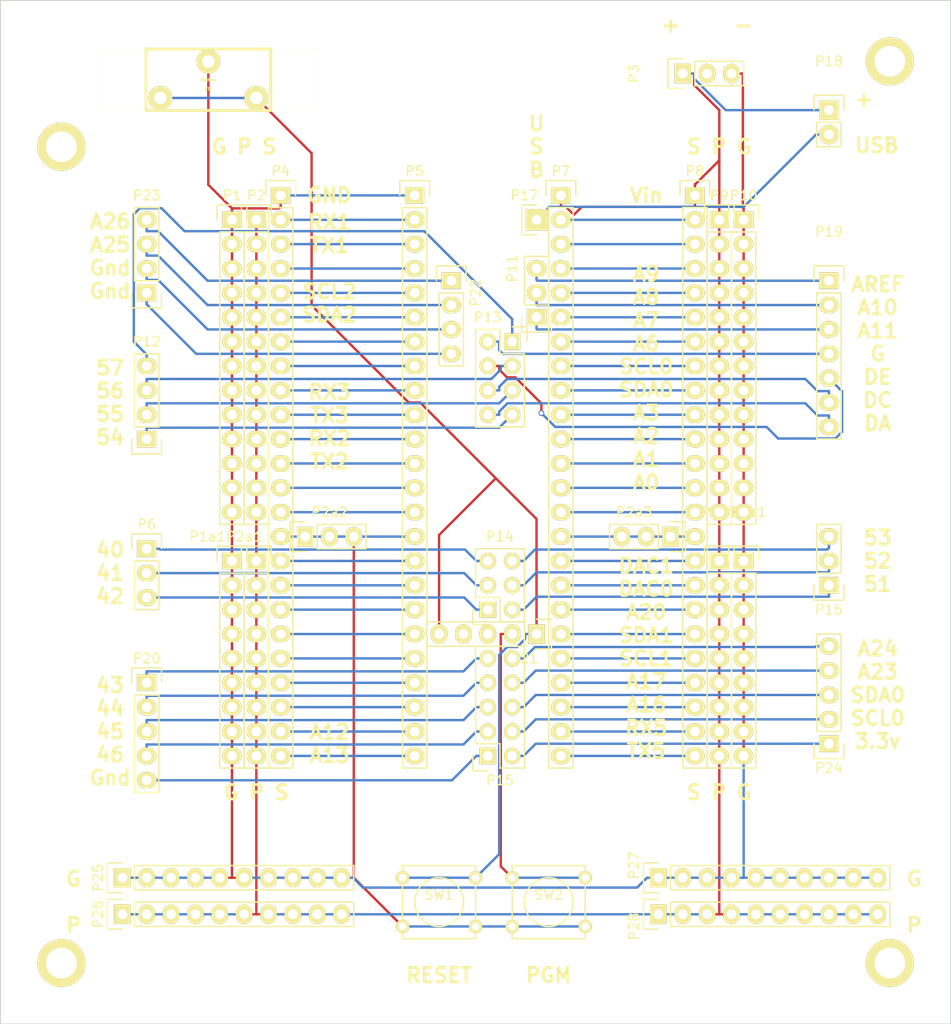
<source format=kicad_pcb>
(kicad_pcb (version 4) (host pcbnew 4.0.4-stable)

  (general
    (links 227)
    (no_connects 3)
    (area 60.909999 30.429999 160.070001 137.210001)
    (thickness 1.6)
    (drawings 29)
    (tracks 383)
    (zones 0)
    (modules 41)
    (nets 88)
  )

  (page A4)
  (layers
    (0 F.Cu signal)
    (31 B.Cu signal)
    (32 B.Adhes user)
    (33 F.Adhes user)
    (34 B.Paste user)
    (35 F.Paste user)
    (36 B.SilkS user)
    (37 F.SilkS user)
    (38 B.Mask user)
    (39 F.Mask user)
    (40 Dwgs.User user)
    (41 Cmts.User user)
    (42 Eco1.User user)
    (43 Eco2.User user)
    (44 Edge.Cuts user)
    (45 Margin user)
    (46 B.CrtYd user)
    (47 F.CrtYd user)
    (48 B.Fab user)
    (49 F.Fab user)
  )

  (setup
    (last_trace_width 0.25)
    (trace_clearance 0.2)
    (zone_clearance 0.508)
    (zone_45_only no)
    (trace_min 0.2)
    (segment_width 0.2)
    (edge_width 0.1)
    (via_size 0.6)
    (via_drill 0.4)
    (via_min_size 0.4)
    (via_min_drill 0.3)
    (uvia_size 0.3)
    (uvia_drill 0.1)
    (uvias_allowed no)
    (uvia_min_size 0.2)
    (uvia_min_drill 0.1)
    (pcb_text_width 0.3)
    (pcb_text_size 1.5 1.5)
    (mod_edge_width 0.15)
    (mod_text_size 1 1)
    (mod_text_width 0.15)
    (pad_size 5 5)
    (pad_drill 3.2)
    (pad_to_mask_clearance 0)
    (aux_axis_origin 0 0)
    (visible_elements 7FFFFFFF)
    (pcbplotparams
      (layerselection 0x3ffff_80000001)
      (usegerberextensions false)
      (excludeedgelayer true)
      (linewidth 0.100000)
      (plotframeref false)
      (viasonmask false)
      (mode 1)
      (useauxorigin false)
      (hpglpennumber 1)
      (hpglpenspeed 20)
      (hpglpendiameter 15)
      (hpglpenoverlay 2)
      (psnegative false)
      (psa4output false)
      (plotreference true)
      (plotvalue true)
      (plotinvisibletext false)
      (padsonsilk false)
      (subtractmaskfromsilk false)
      (outputformat 1)
      (mirror false)
      (drillshape 0)
      (scaleselection 1)
      (outputdirectory Gerbers/))
  )

  (net 0 "")
  (net 1 "Net-(BT1-Pad1)")
  (net 2 "Net-(BT1-Pad2)")
  (net 3 "Net-(P18-Pad1)")
  (net 4 "Net-(P2a2-Pad1)")
  (net 5 "Net-(P2a3-Pad1)")
  (net 6 "Net-(P3-Pad2)")
  (net 7 "Net-(P4-Pad2)")
  (net 8 "Net-(P4-Pad3)")
  (net 9 "Net-(P4-Pad4)")
  (net 10 "Net-(P4-Pad5)")
  (net 11 "Net-(P4-Pad6)")
  (net 12 "Net-(P4-Pad7)")
  (net 13 "Net-(P4-Pad8)")
  (net 14 "Net-(P4-Pad9)")
  (net 15 "Net-(P4-Pad10)")
  (net 16 "Net-(P4-Pad11)")
  (net 17 "Net-(P4-Pad12)")
  (net 18 "Net-(P4-Pad13)")
  (net 19 "Net-(P4-Pad14)")
  (net 20 "Net-(P4-Pad16)")
  (net 21 "Net-(P4-Pad17)")
  (net 22 "Net-(P4-Pad18)")
  (net 23 "Net-(P4-Pad19)")
  (net 24 "Net-(P4-Pad20)")
  (net 25 "Net-(P4-Pad21)")
  (net 26 "Net-(P4-Pad22)")
  (net 27 "Net-(P4-Pad23)")
  (net 28 "Net-(P4-Pad24)")
  (net 29 "Net-(P14-Pad5)")
  (net 30 "Net-(P14-Pad3)")
  (net 31 "Net-(P14-Pad1)")
  (net 32 "Net-(P7-Pad2)")
  (net 33 "Net-(P7-Pad3)")
  (net 34 "Net-(P7-Pad4)")
  (net 35 "Net-(P7-Pad5)")
  (net 36 "Net-(P7-Pad6)")
  (net 37 "Net-(P7-Pad7)")
  (net 38 "Net-(P7-Pad8)")
  (net 39 "Net-(P7-Pad9)")
  (net 40 "Net-(P7-Pad10)")
  (net 41 "Net-(P7-Pad11)")
  (net 42 "Net-(P7-Pad12)")
  (net 43 "Net-(P7-Pad13)")
  (net 44 "Net-(P7-Pad14)")
  (net 45 "Net-(P7-Pad16)")
  (net 46 "Net-(P7-Pad17)")
  (net 47 "Net-(P7-Pad18)")
  (net 48 "Net-(P7-Pad19)")
  (net 49 "Net-(P7-Pad20)")
  (net 50 "Net-(P7-Pad21)")
  (net 51 "Net-(P7-Pad22)")
  (net 52 "Net-(P7-Pad23)")
  (net 53 "Net-(P7-Pad24)")
  (net 54 "Net-(P11-Pad1)")
  (net 55 "Net-(P11-Pad2)")
  (net 56 "Net-(P11-Pad3)")
  (net 57 "Net-(P12-Pad1)")
  (net 58 "Net-(P12-Pad2)")
  (net 59 "Net-(P12-Pad3)")
  (net 60 "Net-(P12-Pad4)")
  (net 61 "Net-(P13-Pad2)")
  (net 62 "Net-(P13-Pad4)")
  (net 63 "Net-(P13-Pad6)")
  (net 64 "Net-(P13-Pad8)")
  (net 65 "Net-(P14-Pad2)")
  (net 66 "Net-(P14-Pad4)")
  (net 67 "Net-(P14-Pad6)")
  (net 68 "Net-(P15-Pad1)")
  (net 69 "Net-(P15-Pad2)")
  (net 70 "Net-(P15-Pad3)")
  (net 71 "Net-(P15-Pad4)")
  (net 72 "Net-(P15-Pad5)")
  (net 73 "Net-(P15-Pad6)")
  (net 74 "Net-(P15-Pad7)")
  (net 75 "Net-(P15-Pad8)")
  (net 76 "Net-(P15-Pad9)")
  (net 77 "Net-(P15-Pad10)")
  (net 78 "Net-(P17-Pad1)")
  (net 79 "Net-(P21-Pad1)")
  (net 80 "Net-(P21-Pad2)")
  (net 81 "Net-(P21-Pad3)")
  (net 82 "Net-(P21-Pad4)")
  (net 83 "Net-(P22-Pad1)")
  (net 84 "Net-(P22-Pad2)")
  (net 85 "Net-(P22-Pad3)")
  (net 86 "Net-(P22-Pad4)")
  (net 87 "Net-(P7-Pad1)")

  (net_class Default "This is the default net class."
    (clearance 0.2)
    (trace_width 0.25)
    (via_dia 0.6)
    (via_drill 0.4)
    (uvia_dia 0.3)
    (uvia_drill 0.1)
    (add_net "Net-(BT1-Pad1)")
    (add_net "Net-(BT1-Pad2)")
    (add_net "Net-(P11-Pad1)")
    (add_net "Net-(P11-Pad2)")
    (add_net "Net-(P11-Pad3)")
    (add_net "Net-(P12-Pad1)")
    (add_net "Net-(P12-Pad2)")
    (add_net "Net-(P12-Pad3)")
    (add_net "Net-(P12-Pad4)")
    (add_net "Net-(P13-Pad2)")
    (add_net "Net-(P13-Pad4)")
    (add_net "Net-(P13-Pad6)")
    (add_net "Net-(P13-Pad8)")
    (add_net "Net-(P14-Pad1)")
    (add_net "Net-(P14-Pad2)")
    (add_net "Net-(P14-Pad3)")
    (add_net "Net-(P14-Pad4)")
    (add_net "Net-(P14-Pad5)")
    (add_net "Net-(P14-Pad6)")
    (add_net "Net-(P15-Pad1)")
    (add_net "Net-(P15-Pad10)")
    (add_net "Net-(P15-Pad2)")
    (add_net "Net-(P15-Pad3)")
    (add_net "Net-(P15-Pad4)")
    (add_net "Net-(P15-Pad5)")
    (add_net "Net-(P15-Pad6)")
    (add_net "Net-(P15-Pad7)")
    (add_net "Net-(P15-Pad8)")
    (add_net "Net-(P15-Pad9)")
    (add_net "Net-(P17-Pad1)")
    (add_net "Net-(P18-Pad1)")
    (add_net "Net-(P21-Pad1)")
    (add_net "Net-(P21-Pad2)")
    (add_net "Net-(P21-Pad3)")
    (add_net "Net-(P21-Pad4)")
    (add_net "Net-(P22-Pad1)")
    (add_net "Net-(P22-Pad2)")
    (add_net "Net-(P22-Pad3)")
    (add_net "Net-(P22-Pad4)")
    (add_net "Net-(P2a2-Pad1)")
    (add_net "Net-(P2a3-Pad1)")
    (add_net "Net-(P3-Pad2)")
    (add_net "Net-(P4-Pad10)")
    (add_net "Net-(P4-Pad11)")
    (add_net "Net-(P4-Pad12)")
    (add_net "Net-(P4-Pad13)")
    (add_net "Net-(P4-Pad14)")
    (add_net "Net-(P4-Pad16)")
    (add_net "Net-(P4-Pad17)")
    (add_net "Net-(P4-Pad18)")
    (add_net "Net-(P4-Pad19)")
    (add_net "Net-(P4-Pad2)")
    (add_net "Net-(P4-Pad20)")
    (add_net "Net-(P4-Pad21)")
    (add_net "Net-(P4-Pad22)")
    (add_net "Net-(P4-Pad23)")
    (add_net "Net-(P4-Pad24)")
    (add_net "Net-(P4-Pad3)")
    (add_net "Net-(P4-Pad4)")
    (add_net "Net-(P4-Pad5)")
    (add_net "Net-(P4-Pad6)")
    (add_net "Net-(P4-Pad7)")
    (add_net "Net-(P4-Pad8)")
    (add_net "Net-(P4-Pad9)")
    (add_net "Net-(P7-Pad1)")
    (add_net "Net-(P7-Pad10)")
    (add_net "Net-(P7-Pad11)")
    (add_net "Net-(P7-Pad12)")
    (add_net "Net-(P7-Pad13)")
    (add_net "Net-(P7-Pad14)")
    (add_net "Net-(P7-Pad16)")
    (add_net "Net-(P7-Pad17)")
    (add_net "Net-(P7-Pad18)")
    (add_net "Net-(P7-Pad19)")
    (add_net "Net-(P7-Pad2)")
    (add_net "Net-(P7-Pad20)")
    (add_net "Net-(P7-Pad21)")
    (add_net "Net-(P7-Pad22)")
    (add_net "Net-(P7-Pad23)")
    (add_net "Net-(P7-Pad24)")
    (add_net "Net-(P7-Pad3)")
    (add_net "Net-(P7-Pad4)")
    (add_net "Net-(P7-Pad5)")
    (add_net "Net-(P7-Pad6)")
    (add_net "Net-(P7-Pad7)")
    (add_net "Net-(P7-Pad8)")
    (add_net "Net-(P7-Pad9)")
  )

  (module Battery_Holders:BAT_HOLDER_2032 (layer F.Cu) (tedit 5045E603) (tstamp 580FD585)
    (at 82.6287 38.7401)
    (path /57F7F26E)
    (fp_text reference BT1 (at 0 1.00076) (layer F.SilkS)
      (effects (font (size 0.29972 0.29972) (thickness 0.0762)))
    )
    (fp_text value Battery (at 0 0) (layer F.SilkS)
      (effects (font (size 0.29972 0.29972) (thickness 0.0762)))
    )
    (fp_line (start 6.49986 3.2004) (end -6.49986 3.2004) (layer F.SilkS) (width 0.29972))
    (fp_line (start 6.49986 -3.2004) (end -6.49986 -3.2004) (layer F.SilkS) (width 0.29972))
    (fp_line (start -6.49986 3.2004) (end -6.49986 -3.2004) (layer F.SilkS) (width 0.29972))
    (fp_line (start 6.49986 3.2004) (end 6.49986 -3.2004) (layer F.SilkS) (width 0.29972))
    (fp_line (start -11.39952 -3.2004) (end 11.39952 -3.2004) (layer F.SilkS) (width 0.01016))
    (fp_line (start 11.39952 -3.2004) (end 11.39952 3.2004) (layer F.SilkS) (width 0.01016))
    (fp_line (start 11.39952 3.2004) (end -11.39952 3.2004) (layer F.SilkS) (width 0.01016))
    (fp_line (start -11.39952 3.2004) (end -11.39952 -3.2004) (layer F.SilkS) (width 0.01016))
    (pad 1 thru_hole circle (at -5.00126 1.89992) (size 2.49936 2.49936) (drill 1.30048) (layers *.Cu *.Mask F.SilkS)
      (net 1 "Net-(BT1-Pad1)"))
    (pad 2 thru_hole circle (at 0 -1.89992) (size 2.49936 2.49936) (drill 1.30048) (layers *.Cu *.Mask F.SilkS)
      (net 2 "Net-(BT1-Pad2)"))
    (pad 1 thru_hole circle (at 5.00126 1.89992) (size 2.49936 2.49936) (drill 1.30048) (layers *.Cu *.Mask F.SilkS)
      (net 1 "Net-(BT1-Pad1)"))
  )

  (module Pin_Headers:Pin_Header_Straight_1x13 (layer F.Cu) (tedit 580FDB7E) (tstamp 580FD596)
    (at 85.09 53.34)
    (descr "Through hole pin header")
    (tags "pin header")
    (path /57F99DE5)
    (fp_text reference P1 (at 0 -2.54) (layer F.SilkS)
      (effects (font (size 1 1) (thickness 0.15)))
    )
    (fp_text value CONN_01X13 (at -3.81 -3.81 90) (layer F.Fab)
      (effects (font (size 1 1) (thickness 0.15)))
    )
    (fp_line (start -1.75 -1.75) (end -1.75 32.25) (layer F.CrtYd) (width 0.05))
    (fp_line (start 1.75 -1.75) (end 1.75 32.25) (layer F.CrtYd) (width 0.05))
    (fp_line (start -1.75 -1.75) (end 1.75 -1.75) (layer F.CrtYd) (width 0.05))
    (fp_line (start -1.75 32.25) (end 1.75 32.25) (layer F.CrtYd) (width 0.05))
    (fp_line (start -1.27 1.27) (end -1.27 31.75) (layer F.SilkS) (width 0.15))
    (fp_line (start -1.27 31.75) (end 1.27 31.75) (layer F.SilkS) (width 0.15))
    (fp_line (start 1.27 31.75) (end 1.27 1.27) (layer F.SilkS) (width 0.15))
    (fp_line (start 1.55 -1.55) (end 1.55 0) (layer F.SilkS) (width 0.15))
    (fp_line (start 1.27 1.27) (end -1.27 1.27) (layer F.SilkS) (width 0.15))
    (fp_line (start -1.55 0) (end -1.55 -1.55) (layer F.SilkS) (width 0.15))
    (fp_line (start -1.55 -1.55) (end 1.55 -1.55) (layer F.SilkS) (width 0.15))
    (pad 1 thru_hole rect (at 0 0) (size 2.032 1.7272) (drill 1.016) (layers *.Cu *.Mask F.SilkS)
      (net 2 "Net-(BT1-Pad2)"))
    (pad 2 thru_hole oval (at 0 2.54) (size 2.032 1.7272) (drill 1.016) (layers *.Cu *.Mask F.SilkS)
      (net 2 "Net-(BT1-Pad2)"))
    (pad 3 thru_hole oval (at 0 5.08) (size 2.032 1.7272) (drill 1.016) (layers *.Cu *.Mask F.SilkS)
      (net 2 "Net-(BT1-Pad2)"))
    (pad 4 thru_hole oval (at 0 7.62) (size 2.032 1.7272) (drill 1.016) (layers *.Cu *.Mask F.SilkS)
      (net 2 "Net-(BT1-Pad2)"))
    (pad 5 thru_hole oval (at 0 10.16) (size 2.032 1.7272) (drill 1.016) (layers *.Cu *.Mask F.SilkS)
      (net 2 "Net-(BT1-Pad2)"))
    (pad 6 thru_hole oval (at 0 12.7) (size 2.032 1.7272) (drill 1.016) (layers *.Cu *.Mask F.SilkS)
      (net 2 "Net-(BT1-Pad2)"))
    (pad 7 thru_hole oval (at 0 15.24) (size 2.032 1.7272) (drill 1.016) (layers *.Cu *.Mask F.SilkS)
      (net 2 "Net-(BT1-Pad2)"))
    (pad 8 thru_hole oval (at 0 17.78) (size 2.032 1.7272) (drill 1.016) (layers *.Cu *.Mask F.SilkS)
      (net 2 "Net-(BT1-Pad2)"))
    (pad 9 thru_hole oval (at 0 20.32) (size 2.032 1.7272) (drill 1.016) (layers *.Cu *.Mask F.SilkS)
      (net 2 "Net-(BT1-Pad2)"))
    (pad 10 thru_hole oval (at 0 22.86) (size 2.032 1.7272) (drill 1.016) (layers *.Cu *.Mask F.SilkS)
      (net 2 "Net-(BT1-Pad2)"))
    (pad 11 thru_hole oval (at 0 25.4) (size 2.032 1.7272) (drill 1.016) (layers *.Cu *.Mask F.SilkS)
      (net 2 "Net-(BT1-Pad2)"))
    (pad 12 thru_hole oval (at 0 27.94) (size 2.032 1.7272) (drill 1.016) (layers *.Cu *.Mask F.SilkS)
      (net 2 "Net-(BT1-Pad2)"))
    (pad 13 thru_hole oval (at 0 30.48) (size 2.032 1.7272) (drill 1.016) (layers *.Cu *.Mask F.SilkS)
      (net 2 "Net-(BT1-Pad2)"))
    (model Pin_Headers.3dshapes/Pin_Header_Straight_1x13.wrl
      (at (xyz 0 -0.6 0))
      (scale (xyz 1 1 1))
      (rotate (xyz 0 0 90))
    )
  )

  (module Pin_Headers:Pin_Header_Straight_1x09 (layer F.Cu) (tedit 580FDC08) (tstamp 580FD5A3)
    (at 85.09 88.9)
    (descr "Through hole pin header")
    (tags "pin header")
    (path /57F99DF1)
    (fp_text reference P1a1 (at -2.54 -2.54) (layer F.SilkS)
      (effects (font (size 1 1) (thickness 0.15)))
    )
    (fp_text value CONN_01X09 (at -2.54 6.35 90) (layer F.Fab)
      (effects (font (size 1 1) (thickness 0.15)))
    )
    (fp_line (start -1.75 -1.75) (end -1.75 22.1) (layer F.CrtYd) (width 0.05))
    (fp_line (start 1.75 -1.75) (end 1.75 22.1) (layer F.CrtYd) (width 0.05))
    (fp_line (start -1.75 -1.75) (end 1.75 -1.75) (layer F.CrtYd) (width 0.05))
    (fp_line (start -1.75 22.1) (end 1.75 22.1) (layer F.CrtYd) (width 0.05))
    (fp_line (start 1.27 1.27) (end 1.27 21.59) (layer F.SilkS) (width 0.15))
    (fp_line (start 1.27 21.59) (end -1.27 21.59) (layer F.SilkS) (width 0.15))
    (fp_line (start -1.27 21.59) (end -1.27 1.27) (layer F.SilkS) (width 0.15))
    (fp_line (start 1.55 -1.55) (end 1.55 0) (layer F.SilkS) (width 0.15))
    (fp_line (start 1.27 1.27) (end -1.27 1.27) (layer F.SilkS) (width 0.15))
    (fp_line (start -1.55 0) (end -1.55 -1.55) (layer F.SilkS) (width 0.15))
    (fp_line (start -1.55 -1.55) (end 1.55 -1.55) (layer F.SilkS) (width 0.15))
    (pad 1 thru_hole rect (at 0 0) (size 2.032 1.7272) (drill 1.016) (layers *.Cu *.Mask F.SilkS)
      (net 2 "Net-(BT1-Pad2)"))
    (pad 2 thru_hole oval (at 0 2.54) (size 2.032 1.7272) (drill 1.016) (layers *.Cu *.Mask F.SilkS)
      (net 2 "Net-(BT1-Pad2)"))
    (pad 3 thru_hole oval (at 0 5.08) (size 2.032 1.7272) (drill 1.016) (layers *.Cu *.Mask F.SilkS)
      (net 2 "Net-(BT1-Pad2)"))
    (pad 4 thru_hole oval (at 0 7.62) (size 2.032 1.7272) (drill 1.016) (layers *.Cu *.Mask F.SilkS)
      (net 2 "Net-(BT1-Pad2)"))
    (pad 5 thru_hole oval (at 0 10.16) (size 2.032 1.7272) (drill 1.016) (layers *.Cu *.Mask F.SilkS)
      (net 2 "Net-(BT1-Pad2)"))
    (pad 6 thru_hole oval (at 0 12.7) (size 2.032 1.7272) (drill 1.016) (layers *.Cu *.Mask F.SilkS)
      (net 2 "Net-(BT1-Pad2)"))
    (pad 7 thru_hole oval (at 0 15.24) (size 2.032 1.7272) (drill 1.016) (layers *.Cu *.Mask F.SilkS)
      (net 2 "Net-(BT1-Pad2)"))
    (pad 8 thru_hole oval (at 0 17.78) (size 2.032 1.7272) (drill 1.016) (layers *.Cu *.Mask F.SilkS)
      (net 2 "Net-(BT1-Pad2)"))
    (pad 9 thru_hole oval (at 0 20.32) (size 2.032 1.7272) (drill 1.016) (layers *.Cu *.Mask F.SilkS)
      (net 2 "Net-(BT1-Pad2)"))
    (model Pin_Headers.3dshapes/Pin_Header_Straight_1x09.wrl
      (at (xyz 0 -0.4 0))
      (scale (xyz 1 1 1))
      (rotate (xyz 0 0 90))
    )
  )

  (module Pin_Headers:Pin_Header_Straight_1x13 (layer F.Cu) (tedit 580FDB9F) (tstamp 580FD5B4)
    (at 87.63 53.34)
    (descr "Through hole pin header")
    (tags "pin header")
    (path /57F99DDF)
    (fp_text reference P2 (at 0 -2.54) (layer F.SilkS)
      (effects (font (size 1 1) (thickness 0.15)))
    )
    (fp_text value CONN_01X13 (at -5.08 -1.27 90) (layer F.Fab)
      (effects (font (size 1 1) (thickness 0.15)))
    )
    (fp_line (start -1.75 -1.75) (end -1.75 32.25) (layer F.CrtYd) (width 0.05))
    (fp_line (start 1.75 -1.75) (end 1.75 32.25) (layer F.CrtYd) (width 0.05))
    (fp_line (start -1.75 -1.75) (end 1.75 -1.75) (layer F.CrtYd) (width 0.05))
    (fp_line (start -1.75 32.25) (end 1.75 32.25) (layer F.CrtYd) (width 0.05))
    (fp_line (start -1.27 1.27) (end -1.27 31.75) (layer F.SilkS) (width 0.15))
    (fp_line (start -1.27 31.75) (end 1.27 31.75) (layer F.SilkS) (width 0.15))
    (fp_line (start 1.27 31.75) (end 1.27 1.27) (layer F.SilkS) (width 0.15))
    (fp_line (start 1.55 -1.55) (end 1.55 0) (layer F.SilkS) (width 0.15))
    (fp_line (start 1.27 1.27) (end -1.27 1.27) (layer F.SilkS) (width 0.15))
    (fp_line (start -1.55 0) (end -1.55 -1.55) (layer F.SilkS) (width 0.15))
    (fp_line (start -1.55 -1.55) (end 1.55 -1.55) (layer F.SilkS) (width 0.15))
    (pad 1 thru_hole rect (at 0 0) (size 2.032 1.7272) (drill 1.016) (layers *.Cu *.Mask F.SilkS)
      (net 3 "Net-(P18-Pad1)"))
    (pad 2 thru_hole oval (at 0 2.54) (size 2.032 1.7272) (drill 1.016) (layers *.Cu *.Mask F.SilkS)
      (net 3 "Net-(P18-Pad1)"))
    (pad 3 thru_hole oval (at 0 5.08) (size 2.032 1.7272) (drill 1.016) (layers *.Cu *.Mask F.SilkS)
      (net 3 "Net-(P18-Pad1)"))
    (pad 4 thru_hole oval (at 0 7.62) (size 2.032 1.7272) (drill 1.016) (layers *.Cu *.Mask F.SilkS)
      (net 3 "Net-(P18-Pad1)"))
    (pad 5 thru_hole oval (at 0 10.16) (size 2.032 1.7272) (drill 1.016) (layers *.Cu *.Mask F.SilkS)
      (net 3 "Net-(P18-Pad1)"))
    (pad 6 thru_hole oval (at 0 12.7) (size 2.032 1.7272) (drill 1.016) (layers *.Cu *.Mask F.SilkS)
      (net 3 "Net-(P18-Pad1)"))
    (pad 7 thru_hole oval (at 0 15.24) (size 2.032 1.7272) (drill 1.016) (layers *.Cu *.Mask F.SilkS)
      (net 3 "Net-(P18-Pad1)"))
    (pad 8 thru_hole oval (at 0 17.78) (size 2.032 1.7272) (drill 1.016) (layers *.Cu *.Mask F.SilkS)
      (net 3 "Net-(P18-Pad1)"))
    (pad 9 thru_hole oval (at 0 20.32) (size 2.032 1.7272) (drill 1.016) (layers *.Cu *.Mask F.SilkS)
      (net 3 "Net-(P18-Pad1)"))
    (pad 10 thru_hole oval (at 0 22.86) (size 2.032 1.7272) (drill 1.016) (layers *.Cu *.Mask F.SilkS)
      (net 3 "Net-(P18-Pad1)"))
    (pad 11 thru_hole oval (at 0 25.4) (size 2.032 1.7272) (drill 1.016) (layers *.Cu *.Mask F.SilkS)
      (net 3 "Net-(P18-Pad1)"))
    (pad 12 thru_hole oval (at 0 27.94) (size 2.032 1.7272) (drill 1.016) (layers *.Cu *.Mask F.SilkS)
      (net 3 "Net-(P18-Pad1)"))
    (pad 13 thru_hole oval (at 0 30.48) (size 2.032 1.7272) (drill 1.016) (layers *.Cu *.Mask F.SilkS)
      (net 3 "Net-(P18-Pad1)"))
    (model Pin_Headers.3dshapes/Pin_Header_Straight_1x13.wrl
      (at (xyz 0 -0.6 0))
      (scale (xyz 1 1 1))
      (rotate (xyz 0 0 90))
    )
  )

  (module Pin_Headers:Pin_Header_Straight_1x09 (layer F.Cu) (tedit 580FDC6A) (tstamp 580FD5C1)
    (at 87.63 88.9)
    (descr "Through hole pin header")
    (tags "pin header")
    (path /57F99DEB)
    (fp_text reference P2a1 (at -1.27 -2.54) (layer F.SilkS)
      (effects (font (size 1 1) (thickness 0.15)))
    )
    (fp_text value CONN_01X09 (at -6.35 7.62 90) (layer F.Fab)
      (effects (font (size 1 1) (thickness 0.15)))
    )
    (fp_line (start -1.75 -1.75) (end -1.75 22.1) (layer F.CrtYd) (width 0.05))
    (fp_line (start 1.75 -1.75) (end 1.75 22.1) (layer F.CrtYd) (width 0.05))
    (fp_line (start -1.75 -1.75) (end 1.75 -1.75) (layer F.CrtYd) (width 0.05))
    (fp_line (start -1.75 22.1) (end 1.75 22.1) (layer F.CrtYd) (width 0.05))
    (fp_line (start 1.27 1.27) (end 1.27 21.59) (layer F.SilkS) (width 0.15))
    (fp_line (start 1.27 21.59) (end -1.27 21.59) (layer F.SilkS) (width 0.15))
    (fp_line (start -1.27 21.59) (end -1.27 1.27) (layer F.SilkS) (width 0.15))
    (fp_line (start 1.55 -1.55) (end 1.55 0) (layer F.SilkS) (width 0.15))
    (fp_line (start 1.27 1.27) (end -1.27 1.27) (layer F.SilkS) (width 0.15))
    (fp_line (start -1.55 0) (end -1.55 -1.55) (layer F.SilkS) (width 0.15))
    (fp_line (start -1.55 -1.55) (end 1.55 -1.55) (layer F.SilkS) (width 0.15))
    (pad 1 thru_hole rect (at 0 0) (size 2.032 1.7272) (drill 1.016) (layers *.Cu *.Mask F.SilkS)
      (net 3 "Net-(P18-Pad1)"))
    (pad 2 thru_hole oval (at 0 2.54) (size 2.032 1.7272) (drill 1.016) (layers *.Cu *.Mask F.SilkS)
      (net 3 "Net-(P18-Pad1)"))
    (pad 3 thru_hole oval (at 0 5.08) (size 2.032 1.7272) (drill 1.016) (layers *.Cu *.Mask F.SilkS)
      (net 3 "Net-(P18-Pad1)"))
    (pad 4 thru_hole oval (at 0 7.62) (size 2.032 1.7272) (drill 1.016) (layers *.Cu *.Mask F.SilkS)
      (net 3 "Net-(P18-Pad1)"))
    (pad 5 thru_hole oval (at 0 10.16) (size 2.032 1.7272) (drill 1.016) (layers *.Cu *.Mask F.SilkS)
      (net 3 "Net-(P18-Pad1)"))
    (pad 6 thru_hole oval (at 0 12.7) (size 2.032 1.7272) (drill 1.016) (layers *.Cu *.Mask F.SilkS)
      (net 3 "Net-(P18-Pad1)"))
    (pad 7 thru_hole oval (at 0 15.24) (size 2.032 1.7272) (drill 1.016) (layers *.Cu *.Mask F.SilkS)
      (net 3 "Net-(P18-Pad1)"))
    (pad 8 thru_hole oval (at 0 17.78) (size 2.032 1.7272) (drill 1.016) (layers *.Cu *.Mask F.SilkS)
      (net 3 "Net-(P18-Pad1)"))
    (pad 9 thru_hole oval (at 0 20.32) (size 2.032 1.7272) (drill 1.016) (layers *.Cu *.Mask F.SilkS)
      (net 3 "Net-(P18-Pad1)"))
    (model Pin_Headers.3dshapes/Pin_Header_Straight_1x09.wrl
      (at (xyz 0 -0.4 0))
      (scale (xyz 1 1 1))
      (rotate (xyz 0 0 90))
    )
  )

  (module Pin_Headers:Pin_Header_Straight_1x03 (layer F.Cu) (tedit 580FDC61) (tstamp 580FD5C8)
    (at 92.71 86.36 90)
    (descr "Through hole pin header")
    (tags "pin header")
    (path /57F88688)
    (fp_text reference P2a2 (at 2.54 2.54 180) (layer F.SilkS)
      (effects (font (size 1 1) (thickness 0.15)))
    )
    (fp_text value CONN_01X03 (at -6.35 2.54 90) (layer F.Fab)
      (effects (font (size 1 1) (thickness 0.15)))
    )
    (fp_line (start -1.75 -1.75) (end -1.75 6.85) (layer F.CrtYd) (width 0.05))
    (fp_line (start 1.75 -1.75) (end 1.75 6.85) (layer F.CrtYd) (width 0.05))
    (fp_line (start -1.75 -1.75) (end 1.75 -1.75) (layer F.CrtYd) (width 0.05))
    (fp_line (start -1.75 6.85) (end 1.75 6.85) (layer F.CrtYd) (width 0.05))
    (fp_line (start -1.27 1.27) (end -1.27 6.35) (layer F.SilkS) (width 0.15))
    (fp_line (start -1.27 6.35) (end 1.27 6.35) (layer F.SilkS) (width 0.15))
    (fp_line (start 1.27 6.35) (end 1.27 1.27) (layer F.SilkS) (width 0.15))
    (fp_line (start 1.55 -1.55) (end 1.55 0) (layer F.SilkS) (width 0.15))
    (fp_line (start 1.27 1.27) (end -1.27 1.27) (layer F.SilkS) (width 0.15))
    (fp_line (start -1.55 0) (end -1.55 -1.55) (layer F.SilkS) (width 0.15))
    (fp_line (start -1.55 -1.55) (end 1.55 -1.55) (layer F.SilkS) (width 0.15))
    (pad 1 thru_hole rect (at 0 0 90) (size 2.032 1.7272) (drill 1.016) (layers *.Cu *.Mask F.SilkS)
      (net 4 "Net-(P2a2-Pad1)"))
    (pad 2 thru_hole oval (at 0 2.54 90) (size 2.032 1.7272) (drill 1.016) (layers *.Cu *.Mask F.SilkS)
      (net 4 "Net-(P2a2-Pad1)"))
    (pad 3 thru_hole oval (at 0 5.08 90) (size 2.032 1.7272) (drill 1.016) (layers *.Cu *.Mask F.SilkS)
      (net 4 "Net-(P2a2-Pad1)"))
    (model Pin_Headers.3dshapes/Pin_Header_Straight_1x03.wrl
      (at (xyz 0 -0.1 0))
      (scale (xyz 1 1 1))
      (rotate (xyz 0 0 90))
    )
  )

  (module Pin_Headers:Pin_Header_Straight_1x03 (layer F.Cu) (tedit 0) (tstamp 580FD5CF)
    (at 130.81 86.36 270)
    (descr "Through hole pin header")
    (tags "pin header")
    (path /57FA8654)
    (fp_text reference P2a3 (at -2.54 3.81 360) (layer F.SilkS)
      (effects (font (size 1 1) (thickness 0.15)))
    )
    (fp_text value CONN_01X03 (at 0 7.62 270) (layer F.Fab)
      (effects (font (size 1 1) (thickness 0.15)))
    )
    (fp_line (start -1.75 -1.75) (end -1.75 6.85) (layer F.CrtYd) (width 0.05))
    (fp_line (start 1.75 -1.75) (end 1.75 6.85) (layer F.CrtYd) (width 0.05))
    (fp_line (start -1.75 -1.75) (end 1.75 -1.75) (layer F.CrtYd) (width 0.05))
    (fp_line (start -1.75 6.85) (end 1.75 6.85) (layer F.CrtYd) (width 0.05))
    (fp_line (start -1.27 1.27) (end -1.27 6.35) (layer F.SilkS) (width 0.15))
    (fp_line (start -1.27 6.35) (end 1.27 6.35) (layer F.SilkS) (width 0.15))
    (fp_line (start 1.27 6.35) (end 1.27 1.27) (layer F.SilkS) (width 0.15))
    (fp_line (start 1.55 -1.55) (end 1.55 0) (layer F.SilkS) (width 0.15))
    (fp_line (start 1.27 1.27) (end -1.27 1.27) (layer F.SilkS) (width 0.15))
    (fp_line (start -1.55 0) (end -1.55 -1.55) (layer F.SilkS) (width 0.15))
    (fp_line (start -1.55 -1.55) (end 1.55 -1.55) (layer F.SilkS) (width 0.15))
    (pad 1 thru_hole rect (at 0 0 270) (size 2.032 1.7272) (drill 1.016) (layers *.Cu *.Mask F.SilkS)
      (net 5 "Net-(P2a3-Pad1)"))
    (pad 2 thru_hole oval (at 0 2.54 270) (size 2.032 1.7272) (drill 1.016) (layers *.Cu *.Mask F.SilkS)
      (net 5 "Net-(P2a3-Pad1)"))
    (pad 3 thru_hole oval (at 0 5.08 270) (size 2.032 1.7272) (drill 1.016) (layers *.Cu *.Mask F.SilkS)
      (net 5 "Net-(P2a3-Pad1)"))
    (model Pin_Headers.3dshapes/Pin_Header_Straight_1x03.wrl
      (at (xyz 0 -0.1 0))
      (scale (xyz 1 1 1))
      (rotate (xyz 0 0 90))
    )
  )

  (module Pin_Headers:Pin_Header_Straight_1x03 (layer F.Cu) (tedit 0) (tstamp 580FD5D6)
    (at 132.08 38.1 90)
    (descr "Through hole pin header")
    (tags "pin header")
    (path /57F5BF7D)
    (fp_text reference P3 (at 0 -5.1 90) (layer F.SilkS)
      (effects (font (size 1 1) (thickness 0.15)))
    )
    (fp_text value CONN_01X03 (at 0 -3.1 90) (layer F.Fab)
      (effects (font (size 1 1) (thickness 0.15)))
    )
    (fp_line (start -1.75 -1.75) (end -1.75 6.85) (layer F.CrtYd) (width 0.05))
    (fp_line (start 1.75 -1.75) (end 1.75 6.85) (layer F.CrtYd) (width 0.05))
    (fp_line (start -1.75 -1.75) (end 1.75 -1.75) (layer F.CrtYd) (width 0.05))
    (fp_line (start -1.75 6.85) (end 1.75 6.85) (layer F.CrtYd) (width 0.05))
    (fp_line (start -1.27 1.27) (end -1.27 6.35) (layer F.SilkS) (width 0.15))
    (fp_line (start -1.27 6.35) (end 1.27 6.35) (layer F.SilkS) (width 0.15))
    (fp_line (start 1.27 6.35) (end 1.27 1.27) (layer F.SilkS) (width 0.15))
    (fp_line (start 1.55 -1.55) (end 1.55 0) (layer F.SilkS) (width 0.15))
    (fp_line (start 1.27 1.27) (end -1.27 1.27) (layer F.SilkS) (width 0.15))
    (fp_line (start -1.55 0) (end -1.55 -1.55) (layer F.SilkS) (width 0.15))
    (fp_line (start -1.55 -1.55) (end 1.55 -1.55) (layer F.SilkS) (width 0.15))
    (pad 1 thru_hole rect (at 0 0 90) (size 2.032 1.7272) (drill 1.016) (layers *.Cu *.Mask F.SilkS)
      (net 3 "Net-(P18-Pad1)"))
    (pad 2 thru_hole oval (at 0 2.54 90) (size 2.032 1.7272) (drill 1.016) (layers *.Cu *.Mask F.SilkS)
      (net 6 "Net-(P3-Pad2)"))
    (pad 3 thru_hole oval (at 0 5.08 90) (size 2.032 1.7272) (drill 1.016) (layers *.Cu *.Mask F.SilkS)
      (net 2 "Net-(BT1-Pad2)"))
    (model Pin_Headers.3dshapes/Pin_Header_Straight_1x03.wrl
      (at (xyz 0 -0.1 0))
      (scale (xyz 1 1 1))
      (rotate (xyz 0 0 90))
    )
  )

  (module Pin_Headers:Pin_Header_Straight_1x24 (layer F.Cu) (tedit 580FDE51) (tstamp 580FD5F2)
    (at 90.17 50.8)
    (descr "Through hole pin header")
    (tags "pin header")
    (path /57F3265A)
    (fp_text reference P4 (at 0 -2.54) (layer F.SilkS)
      (effects (font (size 1 1) (thickness 0.15)))
    )
    (fp_text value CONN_01X24 (at 2.54 -3.81 180) (layer F.Fab)
      (effects (font (size 1 1) (thickness 0.15)))
    )
    (fp_line (start -1.75 -1.75) (end -1.75 60.2) (layer F.CrtYd) (width 0.05))
    (fp_line (start 1.75 -1.75) (end 1.75 60.2) (layer F.CrtYd) (width 0.05))
    (fp_line (start -1.75 -1.75) (end 1.75 -1.75) (layer F.CrtYd) (width 0.05))
    (fp_line (start -1.75 60.2) (end 1.75 60.2) (layer F.CrtYd) (width 0.05))
    (fp_line (start 1.27 1.27) (end 1.27 59.69) (layer F.SilkS) (width 0.15))
    (fp_line (start -1.27 1.27) (end -1.27 59.69) (layer F.SilkS) (width 0.15))
    (fp_line (start -1.27 59.69) (end 1.27 59.69) (layer F.SilkS) (width 0.15))
    (fp_line (start 1.55 -1.55) (end 1.55 0) (layer F.SilkS) (width 0.15))
    (fp_line (start 1.27 1.27) (end -1.27 1.27) (layer F.SilkS) (width 0.15))
    (fp_line (start -1.55 0) (end -1.55 -1.55) (layer F.SilkS) (width 0.15))
    (fp_line (start -1.55 -1.55) (end 1.55 -1.55) (layer F.SilkS) (width 0.15))
    (pad 1 thru_hole rect (at 0 0) (size 2.032 1.7272) (drill 1.016) (layers *.Cu *.Mask F.SilkS)
      (net 2 "Net-(BT1-Pad2)"))
    (pad 2 thru_hole oval (at 0 2.54) (size 2.032 1.7272) (drill 1.016) (layers *.Cu *.Mask F.SilkS)
      (net 7 "Net-(P4-Pad2)"))
    (pad 3 thru_hole oval (at 0 5.08) (size 2.032 1.7272) (drill 1.016) (layers *.Cu *.Mask F.SilkS)
      (net 8 "Net-(P4-Pad3)"))
    (pad 4 thru_hole oval (at 0 7.62) (size 2.032 1.7272) (drill 1.016) (layers *.Cu *.Mask F.SilkS)
      (net 9 "Net-(P4-Pad4)"))
    (pad 5 thru_hole oval (at 0 10.16) (size 2.032 1.7272) (drill 1.016) (layers *.Cu *.Mask F.SilkS)
      (net 10 "Net-(P4-Pad5)"))
    (pad 6 thru_hole oval (at 0 12.7) (size 2.032 1.7272) (drill 1.016) (layers *.Cu *.Mask F.SilkS)
      (net 11 "Net-(P4-Pad6)"))
    (pad 7 thru_hole oval (at 0 15.24) (size 2.032 1.7272) (drill 1.016) (layers *.Cu *.Mask F.SilkS)
      (net 12 "Net-(P4-Pad7)"))
    (pad 8 thru_hole oval (at 0 17.78) (size 2.032 1.7272) (drill 1.016) (layers *.Cu *.Mask F.SilkS)
      (net 13 "Net-(P4-Pad8)"))
    (pad 9 thru_hole oval (at 0 20.32) (size 2.032 1.7272) (drill 1.016) (layers *.Cu *.Mask F.SilkS)
      (net 14 "Net-(P4-Pad9)"))
    (pad 10 thru_hole oval (at 0 22.86) (size 2.032 1.7272) (drill 1.016) (layers *.Cu *.Mask F.SilkS)
      (net 15 "Net-(P4-Pad10)"))
    (pad 11 thru_hole oval (at 0 25.4) (size 2.032 1.7272) (drill 1.016) (layers *.Cu *.Mask F.SilkS)
      (net 16 "Net-(P4-Pad11)"))
    (pad 12 thru_hole oval (at 0 27.94) (size 2.032 1.7272) (drill 1.016) (layers *.Cu *.Mask F.SilkS)
      (net 17 "Net-(P4-Pad12)"))
    (pad 13 thru_hole oval (at 0 30.48) (size 2.032 1.7272) (drill 1.016) (layers *.Cu *.Mask F.SilkS)
      (net 18 "Net-(P4-Pad13)"))
    (pad 14 thru_hole oval (at 0 33.02) (size 2.032 1.7272) (drill 1.016) (layers *.Cu *.Mask F.SilkS)
      (net 19 "Net-(P4-Pad14)"))
    (pad 15 thru_hole oval (at 0 35.56) (size 2.032 1.7272) (drill 1.016) (layers *.Cu *.Mask F.SilkS)
      (net 4 "Net-(P2a2-Pad1)"))
    (pad 16 thru_hole oval (at 0 38.1) (size 2.032 1.7272) (drill 1.016) (layers *.Cu *.Mask F.SilkS)
      (net 20 "Net-(P4-Pad16)"))
    (pad 17 thru_hole oval (at 0 40.64) (size 2.032 1.7272) (drill 1.016) (layers *.Cu *.Mask F.SilkS)
      (net 21 "Net-(P4-Pad17)"))
    (pad 18 thru_hole oval (at 0 43.18) (size 2.032 1.7272) (drill 1.016) (layers *.Cu *.Mask F.SilkS)
      (net 22 "Net-(P4-Pad18)"))
    (pad 19 thru_hole oval (at 0 45.72) (size 2.032 1.7272) (drill 1.016) (layers *.Cu *.Mask F.SilkS)
      (net 23 "Net-(P4-Pad19)"))
    (pad 20 thru_hole oval (at 0 48.26) (size 2.032 1.7272) (drill 1.016) (layers *.Cu *.Mask F.SilkS)
      (net 24 "Net-(P4-Pad20)"))
    (pad 21 thru_hole oval (at 0 50.8) (size 2.032 1.7272) (drill 1.016) (layers *.Cu *.Mask F.SilkS)
      (net 25 "Net-(P4-Pad21)"))
    (pad 22 thru_hole oval (at 0 53.34) (size 2.032 1.7272) (drill 1.016) (layers *.Cu *.Mask F.SilkS)
      (net 26 "Net-(P4-Pad22)"))
    (pad 23 thru_hole oval (at 0 55.88) (size 2.032 1.7272) (drill 1.016) (layers *.Cu *.Mask F.SilkS)
      (net 27 "Net-(P4-Pad23)"))
    (pad 24 thru_hole oval (at 0 58.42) (size 2.032 1.7272) (drill 1.016) (layers *.Cu *.Mask F.SilkS)
      (net 28 "Net-(P4-Pad24)"))
    (model Pin_Headers.3dshapes/Pin_Header_Straight_1x24.wrl
      (at (xyz 0 -1.15 0))
      (scale (xyz 1 1 1))
      (rotate (xyz 0 0 90))
    )
  )

  (module Socket_Strips:Socket_Strip_Straight_1x24 (layer F.Cu) (tedit 580FDC7C) (tstamp 580FD60E)
    (at 104.14 50.8 270)
    (descr "Through hole socket strip")
    (tags "socket strip")
    (path /57F31F19)
    (fp_text reference P5 (at -2.54 0 360) (layer F.SilkS)
      (effects (font (size 1 1) (thickness 0.15)))
    )
    (fp_text value CONN_01X24 (at 0 -3.1 270) (layer F.Fab)
      (effects (font (size 1 1) (thickness 0.15)))
    )
    (fp_line (start -1.75 -1.75) (end -1.75 1.75) (layer F.CrtYd) (width 0.05))
    (fp_line (start 60.2 -1.75) (end 60.2 1.75) (layer F.CrtYd) (width 0.05))
    (fp_line (start -1.75 -1.75) (end 60.2 -1.75) (layer F.CrtYd) (width 0.05))
    (fp_line (start -1.75 1.75) (end 60.2 1.75) (layer F.CrtYd) (width 0.05))
    (fp_line (start 1.27 1.27) (end 59.69 1.27) (layer F.SilkS) (width 0.15))
    (fp_line (start 1.27 -1.27) (end 59.69 -1.27) (layer F.SilkS) (width 0.15))
    (fp_line (start 59.69 -1.27) (end 59.69 1.27) (layer F.SilkS) (width 0.15))
    (fp_line (start -1.55 1.55) (end 0 1.55) (layer F.SilkS) (width 0.15))
    (fp_line (start 1.27 1.27) (end 1.27 -1.27) (layer F.SilkS) (width 0.15))
    (fp_line (start 0 -1.55) (end -1.55 -1.55) (layer F.SilkS) (width 0.15))
    (fp_line (start -1.55 -1.55) (end -1.55 1.55) (layer F.SilkS) (width 0.15))
    (pad 1 thru_hole rect (at 0 0 270) (size 1.7272 2.032) (drill 1.016) (layers *.Cu *.Mask F.SilkS)
      (net 2 "Net-(BT1-Pad2)"))
    (pad 2 thru_hole oval (at 2.54 0 270) (size 1.7272 2.032) (drill 1.016) (layers *.Cu *.Mask F.SilkS)
      (net 7 "Net-(P4-Pad2)"))
    (pad 3 thru_hole oval (at 5.08 0 270) (size 1.7272 2.032) (drill 1.016) (layers *.Cu *.Mask F.SilkS)
      (net 8 "Net-(P4-Pad3)"))
    (pad 4 thru_hole oval (at 7.62 0 270) (size 1.7272 2.032) (drill 1.016) (layers *.Cu *.Mask F.SilkS)
      (net 9 "Net-(P4-Pad4)"))
    (pad 5 thru_hole oval (at 10.16 0 270) (size 1.7272 2.032) (drill 1.016) (layers *.Cu *.Mask F.SilkS)
      (net 10 "Net-(P4-Pad5)"))
    (pad 6 thru_hole oval (at 12.7 0 270) (size 1.7272 2.032) (drill 1.016) (layers *.Cu *.Mask F.SilkS)
      (net 11 "Net-(P4-Pad6)"))
    (pad 7 thru_hole oval (at 15.24 0 270) (size 1.7272 2.032) (drill 1.016) (layers *.Cu *.Mask F.SilkS)
      (net 12 "Net-(P4-Pad7)"))
    (pad 8 thru_hole oval (at 17.78 0 270) (size 1.7272 2.032) (drill 1.016) (layers *.Cu *.Mask F.SilkS)
      (net 13 "Net-(P4-Pad8)"))
    (pad 9 thru_hole oval (at 20.32 0 270) (size 1.7272 2.032) (drill 1.016) (layers *.Cu *.Mask F.SilkS)
      (net 14 "Net-(P4-Pad9)"))
    (pad 10 thru_hole oval (at 22.86 0 270) (size 1.7272 2.032) (drill 1.016) (layers *.Cu *.Mask F.SilkS)
      (net 15 "Net-(P4-Pad10)"))
    (pad 11 thru_hole oval (at 25.4 0 270) (size 1.7272 2.032) (drill 1.016) (layers *.Cu *.Mask F.SilkS)
      (net 16 "Net-(P4-Pad11)"))
    (pad 12 thru_hole oval (at 27.94 0 270) (size 1.7272 2.032) (drill 1.016) (layers *.Cu *.Mask F.SilkS)
      (net 17 "Net-(P4-Pad12)"))
    (pad 13 thru_hole oval (at 30.48 0 270) (size 1.7272 2.032) (drill 1.016) (layers *.Cu *.Mask F.SilkS)
      (net 18 "Net-(P4-Pad13)"))
    (pad 14 thru_hole oval (at 33.02 0 270) (size 1.7272 2.032) (drill 1.016) (layers *.Cu *.Mask F.SilkS)
      (net 19 "Net-(P4-Pad14)"))
    (pad 15 thru_hole oval (at 35.56 0 270) (size 1.7272 2.032) (drill 1.016) (layers *.Cu *.Mask F.SilkS)
      (net 4 "Net-(P2a2-Pad1)"))
    (pad 16 thru_hole oval (at 38.1 0 270) (size 1.7272 2.032) (drill 1.016) (layers *.Cu *.Mask F.SilkS)
      (net 20 "Net-(P4-Pad16)"))
    (pad 17 thru_hole oval (at 40.64 0 270) (size 1.7272 2.032) (drill 1.016) (layers *.Cu *.Mask F.SilkS)
      (net 21 "Net-(P4-Pad17)"))
    (pad 18 thru_hole oval (at 43.18 0 270) (size 1.7272 2.032) (drill 1.016) (layers *.Cu *.Mask F.SilkS)
      (net 22 "Net-(P4-Pad18)"))
    (pad 19 thru_hole oval (at 45.72 0 270) (size 1.7272 2.032) (drill 1.016) (layers *.Cu *.Mask F.SilkS)
      (net 23 "Net-(P4-Pad19)"))
    (pad 20 thru_hole oval (at 48.26 0 270) (size 1.7272 2.032) (drill 1.016) (layers *.Cu *.Mask F.SilkS)
      (net 24 "Net-(P4-Pad20)"))
    (pad 21 thru_hole oval (at 50.8 0 270) (size 1.7272 2.032) (drill 1.016) (layers *.Cu *.Mask F.SilkS)
      (net 25 "Net-(P4-Pad21)"))
    (pad 22 thru_hole oval (at 53.34 0 270) (size 1.7272 2.032) (drill 1.016) (layers *.Cu *.Mask F.SilkS)
      (net 26 "Net-(P4-Pad22)"))
    (pad 23 thru_hole oval (at 55.88 0 270) (size 1.7272 2.032) (drill 1.016) (layers *.Cu *.Mask F.SilkS)
      (net 27 "Net-(P4-Pad23)"))
    (pad 24 thru_hole oval (at 58.42 0 270) (size 1.7272 2.032) (drill 1.016) (layers *.Cu *.Mask F.SilkS)
      (net 28 "Net-(P4-Pad24)"))
    (model Socket_Strips.3dshapes/Socket_Strip_Straight_1x24.wrl
      (at (xyz 1.15 0 0))
      (scale (xyz 1 1 1))
      (rotate (xyz 0 0 180))
    )
  )

  (module Pin_Headers:Pin_Header_Straight_1x03 (layer F.Cu) (tedit 580FDB2E) (tstamp 580FD615)
    (at 76.2 87.63)
    (descr "Through hole pin header")
    (tags "pin header")
    (path /57F9D694)
    (fp_text reference P6 (at 0 -2.54) (layer F.SilkS)
      (effects (font (size 1 1) (thickness 0.15)))
    )
    (fp_text value CONN_01X03 (at 2.54 2.54 90) (layer F.Fab)
      (effects (font (size 1 1) (thickness 0.15)))
    )
    (fp_line (start -1.75 -1.75) (end -1.75 6.85) (layer F.CrtYd) (width 0.05))
    (fp_line (start 1.75 -1.75) (end 1.75 6.85) (layer F.CrtYd) (width 0.05))
    (fp_line (start -1.75 -1.75) (end 1.75 -1.75) (layer F.CrtYd) (width 0.05))
    (fp_line (start -1.75 6.85) (end 1.75 6.85) (layer F.CrtYd) (width 0.05))
    (fp_line (start -1.27 1.27) (end -1.27 6.35) (layer F.SilkS) (width 0.15))
    (fp_line (start -1.27 6.35) (end 1.27 6.35) (layer F.SilkS) (width 0.15))
    (fp_line (start 1.27 6.35) (end 1.27 1.27) (layer F.SilkS) (width 0.15))
    (fp_line (start 1.55 -1.55) (end 1.55 0) (layer F.SilkS) (width 0.15))
    (fp_line (start 1.27 1.27) (end -1.27 1.27) (layer F.SilkS) (width 0.15))
    (fp_line (start -1.55 0) (end -1.55 -1.55) (layer F.SilkS) (width 0.15))
    (fp_line (start -1.55 -1.55) (end 1.55 -1.55) (layer F.SilkS) (width 0.15))
    (pad 1 thru_hole rect (at 0 0) (size 2.032 1.7272) (drill 1.016) (layers *.Cu *.Mask F.SilkS)
      (net 29 "Net-(P14-Pad5)"))
    (pad 2 thru_hole oval (at 0 2.54) (size 2.032 1.7272) (drill 1.016) (layers *.Cu *.Mask F.SilkS)
      (net 30 "Net-(P14-Pad3)"))
    (pad 3 thru_hole oval (at 0 5.08) (size 2.032 1.7272) (drill 1.016) (layers *.Cu *.Mask F.SilkS)
      (net 31 "Net-(P14-Pad1)"))
    (model Pin_Headers.3dshapes/Pin_Header_Straight_1x03.wrl
      (at (xyz 0 -0.1 0))
      (scale (xyz 1 1 1))
      (rotate (xyz 0 0 90))
    )
  )

  (module Socket_Strips:Socket_Strip_Straight_1x24 (layer F.Cu) (tedit 580FDCDD) (tstamp 580FD631)
    (at 119.38 50.8 270)
    (descr "Through hole socket strip")
    (tags "socket strip")
    (path /57F38D5E)
    (fp_text reference P7 (at -2.54 0 360) (layer F.SilkS)
      (effects (font (size 1 1) (thickness 0.15)))
    )
    (fp_text value CONN_01X24 (at 2.54 -2.54 270) (layer F.Fab)
      (effects (font (size 1 1) (thickness 0.15)))
    )
    (fp_line (start -1.75 -1.75) (end -1.75 1.75) (layer F.CrtYd) (width 0.05))
    (fp_line (start 60.2 -1.75) (end 60.2 1.75) (layer F.CrtYd) (width 0.05))
    (fp_line (start -1.75 -1.75) (end 60.2 -1.75) (layer F.CrtYd) (width 0.05))
    (fp_line (start -1.75 1.75) (end 60.2 1.75) (layer F.CrtYd) (width 0.05))
    (fp_line (start 1.27 1.27) (end 59.69 1.27) (layer F.SilkS) (width 0.15))
    (fp_line (start 1.27 -1.27) (end 59.69 -1.27) (layer F.SilkS) (width 0.15))
    (fp_line (start 59.69 -1.27) (end 59.69 1.27) (layer F.SilkS) (width 0.15))
    (fp_line (start -1.55 1.55) (end 0 1.55) (layer F.SilkS) (width 0.15))
    (fp_line (start 1.27 1.27) (end 1.27 -1.27) (layer F.SilkS) (width 0.15))
    (fp_line (start 0 -1.55) (end -1.55 -1.55) (layer F.SilkS) (width 0.15))
    (fp_line (start -1.55 -1.55) (end -1.55 1.55) (layer F.SilkS) (width 0.15))
    (pad 1 thru_hole rect (at 0 0 270) (size 1.7272 2.032) (drill 1.016) (layers *.Cu *.Mask F.SilkS)
      (net 87 "Net-(P7-Pad1)"))
    (pad 2 thru_hole oval (at 2.54 0 270) (size 1.7272 2.032) (drill 1.016) (layers *.Cu *.Mask F.SilkS)
      (net 32 "Net-(P7-Pad2)"))
    (pad 3 thru_hole oval (at 5.08 0 270) (size 1.7272 2.032) (drill 1.016) (layers *.Cu *.Mask F.SilkS)
      (net 33 "Net-(P7-Pad3)"))
    (pad 4 thru_hole oval (at 7.62 0 270) (size 1.7272 2.032) (drill 1.016) (layers *.Cu *.Mask F.SilkS)
      (net 34 "Net-(P7-Pad4)"))
    (pad 5 thru_hole oval (at 10.16 0 270) (size 1.7272 2.032) (drill 1.016) (layers *.Cu *.Mask F.SilkS)
      (net 35 "Net-(P7-Pad5)"))
    (pad 6 thru_hole oval (at 12.7 0 270) (size 1.7272 2.032) (drill 1.016) (layers *.Cu *.Mask F.SilkS)
      (net 36 "Net-(P7-Pad6)"))
    (pad 7 thru_hole oval (at 15.24 0 270) (size 1.7272 2.032) (drill 1.016) (layers *.Cu *.Mask F.SilkS)
      (net 37 "Net-(P7-Pad7)"))
    (pad 8 thru_hole oval (at 17.78 0 270) (size 1.7272 2.032) (drill 1.016) (layers *.Cu *.Mask F.SilkS)
      (net 38 "Net-(P7-Pad8)"))
    (pad 9 thru_hole oval (at 20.32 0 270) (size 1.7272 2.032) (drill 1.016) (layers *.Cu *.Mask F.SilkS)
      (net 39 "Net-(P7-Pad9)"))
    (pad 10 thru_hole oval (at 22.86 0 270) (size 1.7272 2.032) (drill 1.016) (layers *.Cu *.Mask F.SilkS)
      (net 40 "Net-(P7-Pad10)"))
    (pad 11 thru_hole oval (at 25.4 0 270) (size 1.7272 2.032) (drill 1.016) (layers *.Cu *.Mask F.SilkS)
      (net 41 "Net-(P7-Pad11)"))
    (pad 12 thru_hole oval (at 27.94 0 270) (size 1.7272 2.032) (drill 1.016) (layers *.Cu *.Mask F.SilkS)
      (net 42 "Net-(P7-Pad12)"))
    (pad 13 thru_hole oval (at 30.48 0 270) (size 1.7272 2.032) (drill 1.016) (layers *.Cu *.Mask F.SilkS)
      (net 43 "Net-(P7-Pad13)"))
    (pad 14 thru_hole oval (at 33.02 0 270) (size 1.7272 2.032) (drill 1.016) (layers *.Cu *.Mask F.SilkS)
      (net 44 "Net-(P7-Pad14)"))
    (pad 15 thru_hole oval (at 35.56 0 270) (size 1.7272 2.032) (drill 1.016) (layers *.Cu *.Mask F.SilkS)
      (net 5 "Net-(P2a3-Pad1)"))
    (pad 16 thru_hole oval (at 38.1 0 270) (size 1.7272 2.032) (drill 1.016) (layers *.Cu *.Mask F.SilkS)
      (net 45 "Net-(P7-Pad16)"))
    (pad 17 thru_hole oval (at 40.64 0 270) (size 1.7272 2.032) (drill 1.016) (layers *.Cu *.Mask F.SilkS)
      (net 46 "Net-(P7-Pad17)"))
    (pad 18 thru_hole oval (at 43.18 0 270) (size 1.7272 2.032) (drill 1.016) (layers *.Cu *.Mask F.SilkS)
      (net 47 "Net-(P7-Pad18)"))
    (pad 19 thru_hole oval (at 45.72 0 270) (size 1.7272 2.032) (drill 1.016) (layers *.Cu *.Mask F.SilkS)
      (net 48 "Net-(P7-Pad19)"))
    (pad 20 thru_hole oval (at 48.26 0 270) (size 1.7272 2.032) (drill 1.016) (layers *.Cu *.Mask F.SilkS)
      (net 49 "Net-(P7-Pad20)"))
    (pad 21 thru_hole oval (at 50.8 0 270) (size 1.7272 2.032) (drill 1.016) (layers *.Cu *.Mask F.SilkS)
      (net 50 "Net-(P7-Pad21)"))
    (pad 22 thru_hole oval (at 53.34 0 270) (size 1.7272 2.032) (drill 1.016) (layers *.Cu *.Mask F.SilkS)
      (net 51 "Net-(P7-Pad22)"))
    (pad 23 thru_hole oval (at 55.88 0 270) (size 1.7272 2.032) (drill 1.016) (layers *.Cu *.Mask F.SilkS)
      (net 52 "Net-(P7-Pad23)"))
    (pad 24 thru_hole oval (at 58.42 0 270) (size 1.7272 2.032) (drill 1.016) (layers *.Cu *.Mask F.SilkS)
      (net 53 "Net-(P7-Pad24)"))
    (model Socket_Strips.3dshapes/Socket_Strip_Straight_1x24.wrl
      (at (xyz 1.15 0 0))
      (scale (xyz 1 1 1))
      (rotate (xyz 0 0 180))
    )
  )

  (module Pin_Headers:Pin_Header_Straight_1x24 (layer F.Cu) (tedit 0) (tstamp 580FD64D)
    (at 133.35 50.8)
    (descr "Through hole pin header")
    (tags "pin header")
    (path /57F38D70)
    (fp_text reference P8 (at 0 -2.54) (layer F.SilkS)
      (effects (font (size 1 1) (thickness 0.15)))
    )
    (fp_text value CONN_01X24 (at -2.54 -1.27 90) (layer F.Fab)
      (effects (font (size 1 1) (thickness 0.15)))
    )
    (fp_line (start -1.75 -1.75) (end -1.75 60.2) (layer F.CrtYd) (width 0.05))
    (fp_line (start 1.75 -1.75) (end 1.75 60.2) (layer F.CrtYd) (width 0.05))
    (fp_line (start -1.75 -1.75) (end 1.75 -1.75) (layer F.CrtYd) (width 0.05))
    (fp_line (start -1.75 60.2) (end 1.75 60.2) (layer F.CrtYd) (width 0.05))
    (fp_line (start 1.27 1.27) (end 1.27 59.69) (layer F.SilkS) (width 0.15))
    (fp_line (start -1.27 1.27) (end -1.27 59.69) (layer F.SilkS) (width 0.15))
    (fp_line (start -1.27 59.69) (end 1.27 59.69) (layer F.SilkS) (width 0.15))
    (fp_line (start 1.55 -1.55) (end 1.55 0) (layer F.SilkS) (width 0.15))
    (fp_line (start 1.27 1.27) (end -1.27 1.27) (layer F.SilkS) (width 0.15))
    (fp_line (start -1.55 0) (end -1.55 -1.55) (layer F.SilkS) (width 0.15))
    (fp_line (start -1.55 -1.55) (end 1.55 -1.55) (layer F.SilkS) (width 0.15))
    (pad 1 thru_hole rect (at 0 0) (size 2.032 1.7272) (drill 1.016) (layers *.Cu *.Mask F.SilkS)
      (net 3 "Net-(P18-Pad1)"))
    (pad 2 thru_hole oval (at 0 2.54) (size 2.032 1.7272) (drill 1.016) (layers *.Cu *.Mask F.SilkS)
      (net 32 "Net-(P7-Pad2)"))
    (pad 3 thru_hole oval (at 0 5.08) (size 2.032 1.7272) (drill 1.016) (layers *.Cu *.Mask F.SilkS)
      (net 33 "Net-(P7-Pad3)"))
    (pad 4 thru_hole oval (at 0 7.62) (size 2.032 1.7272) (drill 1.016) (layers *.Cu *.Mask F.SilkS)
      (net 34 "Net-(P7-Pad4)"))
    (pad 5 thru_hole oval (at 0 10.16) (size 2.032 1.7272) (drill 1.016) (layers *.Cu *.Mask F.SilkS)
      (net 35 "Net-(P7-Pad5)"))
    (pad 6 thru_hole oval (at 0 12.7) (size 2.032 1.7272) (drill 1.016) (layers *.Cu *.Mask F.SilkS)
      (net 36 "Net-(P7-Pad6)"))
    (pad 7 thru_hole oval (at 0 15.24) (size 2.032 1.7272) (drill 1.016) (layers *.Cu *.Mask F.SilkS)
      (net 37 "Net-(P7-Pad7)"))
    (pad 8 thru_hole oval (at 0 17.78) (size 2.032 1.7272) (drill 1.016) (layers *.Cu *.Mask F.SilkS)
      (net 38 "Net-(P7-Pad8)"))
    (pad 9 thru_hole oval (at 0 20.32) (size 2.032 1.7272) (drill 1.016) (layers *.Cu *.Mask F.SilkS)
      (net 39 "Net-(P7-Pad9)"))
    (pad 10 thru_hole oval (at 0 22.86) (size 2.032 1.7272) (drill 1.016) (layers *.Cu *.Mask F.SilkS)
      (net 40 "Net-(P7-Pad10)"))
    (pad 11 thru_hole oval (at 0 25.4) (size 2.032 1.7272) (drill 1.016) (layers *.Cu *.Mask F.SilkS)
      (net 41 "Net-(P7-Pad11)"))
    (pad 12 thru_hole oval (at 0 27.94) (size 2.032 1.7272) (drill 1.016) (layers *.Cu *.Mask F.SilkS)
      (net 42 "Net-(P7-Pad12)"))
    (pad 13 thru_hole oval (at 0 30.48) (size 2.032 1.7272) (drill 1.016) (layers *.Cu *.Mask F.SilkS)
      (net 43 "Net-(P7-Pad13)"))
    (pad 14 thru_hole oval (at 0 33.02) (size 2.032 1.7272) (drill 1.016) (layers *.Cu *.Mask F.SilkS)
      (net 44 "Net-(P7-Pad14)"))
    (pad 15 thru_hole oval (at 0 35.56) (size 2.032 1.7272) (drill 1.016) (layers *.Cu *.Mask F.SilkS)
      (net 5 "Net-(P2a3-Pad1)"))
    (pad 16 thru_hole oval (at 0 38.1) (size 2.032 1.7272) (drill 1.016) (layers *.Cu *.Mask F.SilkS)
      (net 45 "Net-(P7-Pad16)"))
    (pad 17 thru_hole oval (at 0 40.64) (size 2.032 1.7272) (drill 1.016) (layers *.Cu *.Mask F.SilkS)
      (net 46 "Net-(P7-Pad17)"))
    (pad 18 thru_hole oval (at 0 43.18) (size 2.032 1.7272) (drill 1.016) (layers *.Cu *.Mask F.SilkS)
      (net 47 "Net-(P7-Pad18)"))
    (pad 19 thru_hole oval (at 0 45.72) (size 2.032 1.7272) (drill 1.016) (layers *.Cu *.Mask F.SilkS)
      (net 48 "Net-(P7-Pad19)"))
    (pad 20 thru_hole oval (at 0 48.26) (size 2.032 1.7272) (drill 1.016) (layers *.Cu *.Mask F.SilkS)
      (net 49 "Net-(P7-Pad20)"))
    (pad 21 thru_hole oval (at 0 50.8) (size 2.032 1.7272) (drill 1.016) (layers *.Cu *.Mask F.SilkS)
      (net 50 "Net-(P7-Pad21)"))
    (pad 22 thru_hole oval (at 0 53.34) (size 2.032 1.7272) (drill 1.016) (layers *.Cu *.Mask F.SilkS)
      (net 51 "Net-(P7-Pad22)"))
    (pad 23 thru_hole oval (at 0 55.88) (size 2.032 1.7272) (drill 1.016) (layers *.Cu *.Mask F.SilkS)
      (net 52 "Net-(P7-Pad23)"))
    (pad 24 thru_hole oval (at 0 58.42) (size 2.032 1.7272) (drill 1.016) (layers *.Cu *.Mask F.SilkS)
      (net 53 "Net-(P7-Pad24)"))
    (model Pin_Headers.3dshapes/Pin_Header_Straight_1x24.wrl
      (at (xyz 0 -1.15 0))
      (scale (xyz 1 1 1))
      (rotate (xyz 0 0 90))
    )
  )

  (module Pin_Headers:Pin_Header_Straight_1x13 (layer F.Cu) (tedit 0) (tstamp 580FD65E)
    (at 135.89 53.34)
    (descr "Through hole pin header")
    (tags "pin header")
    (path /57F882C1)
    (fp_text reference P9 (at 0 -2.54) (layer F.SilkS)
      (effects (font (size 1 1) (thickness 0.15)))
    )
    (fp_text value CONN_01X13 (at 6.35 -2.54 90) (layer F.Fab)
      (effects (font (size 1 1) (thickness 0.15)))
    )
    (fp_line (start -1.75 -1.75) (end -1.75 32.25) (layer F.CrtYd) (width 0.05))
    (fp_line (start 1.75 -1.75) (end 1.75 32.25) (layer F.CrtYd) (width 0.05))
    (fp_line (start -1.75 -1.75) (end 1.75 -1.75) (layer F.CrtYd) (width 0.05))
    (fp_line (start -1.75 32.25) (end 1.75 32.25) (layer F.CrtYd) (width 0.05))
    (fp_line (start -1.27 1.27) (end -1.27 31.75) (layer F.SilkS) (width 0.15))
    (fp_line (start -1.27 31.75) (end 1.27 31.75) (layer F.SilkS) (width 0.15))
    (fp_line (start 1.27 31.75) (end 1.27 1.27) (layer F.SilkS) (width 0.15))
    (fp_line (start 1.55 -1.55) (end 1.55 0) (layer F.SilkS) (width 0.15))
    (fp_line (start 1.27 1.27) (end -1.27 1.27) (layer F.SilkS) (width 0.15))
    (fp_line (start -1.55 0) (end -1.55 -1.55) (layer F.SilkS) (width 0.15))
    (fp_line (start -1.55 -1.55) (end 1.55 -1.55) (layer F.SilkS) (width 0.15))
    (pad 1 thru_hole rect (at 0 0) (size 2.032 1.7272) (drill 1.016) (layers *.Cu *.Mask F.SilkS)
      (net 3 "Net-(P18-Pad1)"))
    (pad 2 thru_hole oval (at 0 2.54) (size 2.032 1.7272) (drill 1.016) (layers *.Cu *.Mask F.SilkS)
      (net 3 "Net-(P18-Pad1)"))
    (pad 3 thru_hole oval (at 0 5.08) (size 2.032 1.7272) (drill 1.016) (layers *.Cu *.Mask F.SilkS)
      (net 3 "Net-(P18-Pad1)"))
    (pad 4 thru_hole oval (at 0 7.62) (size 2.032 1.7272) (drill 1.016) (layers *.Cu *.Mask F.SilkS)
      (net 3 "Net-(P18-Pad1)"))
    (pad 5 thru_hole oval (at 0 10.16) (size 2.032 1.7272) (drill 1.016) (layers *.Cu *.Mask F.SilkS)
      (net 3 "Net-(P18-Pad1)"))
    (pad 6 thru_hole oval (at 0 12.7) (size 2.032 1.7272) (drill 1.016) (layers *.Cu *.Mask F.SilkS)
      (net 3 "Net-(P18-Pad1)"))
    (pad 7 thru_hole oval (at 0 15.24) (size 2.032 1.7272) (drill 1.016) (layers *.Cu *.Mask F.SilkS)
      (net 3 "Net-(P18-Pad1)"))
    (pad 8 thru_hole oval (at 0 17.78) (size 2.032 1.7272) (drill 1.016) (layers *.Cu *.Mask F.SilkS)
      (net 3 "Net-(P18-Pad1)"))
    (pad 9 thru_hole oval (at 0 20.32) (size 2.032 1.7272) (drill 1.016) (layers *.Cu *.Mask F.SilkS)
      (net 3 "Net-(P18-Pad1)"))
    (pad 10 thru_hole oval (at 0 22.86) (size 2.032 1.7272) (drill 1.016) (layers *.Cu *.Mask F.SilkS)
      (net 3 "Net-(P18-Pad1)"))
    (pad 11 thru_hole oval (at 0 25.4) (size 2.032 1.7272) (drill 1.016) (layers *.Cu *.Mask F.SilkS)
      (net 3 "Net-(P18-Pad1)"))
    (pad 12 thru_hole oval (at 0 27.94) (size 2.032 1.7272) (drill 1.016) (layers *.Cu *.Mask F.SilkS)
      (net 3 "Net-(P18-Pad1)"))
    (pad 13 thru_hole oval (at 0 30.48) (size 2.032 1.7272) (drill 1.016) (layers *.Cu *.Mask F.SilkS)
      (net 3 "Net-(P18-Pad1)"))
    (model Pin_Headers.3dshapes/Pin_Header_Straight_1x13.wrl
      (at (xyz 0 -0.6 0))
      (scale (xyz 1 1 1))
      (rotate (xyz 0 0 90))
    )
  )

  (module Pin_Headers:Pin_Header_Straight_1x09 (layer F.Cu) (tedit 0) (tstamp 580FD66B)
    (at 135.89 88.9)
    (descr "Through hole pin header")
    (tags "pin header")
    (path /57F90076)
    (fp_text reference P9a1 (at 0 -5.1) (layer F.SilkS)
      (effects (font (size 1 1) (thickness 0.15)))
    )
    (fp_text value CONN_01X09 (at 0 -3.1) (layer F.Fab)
      (effects (font (size 1 1) (thickness 0.15)))
    )
    (fp_line (start -1.75 -1.75) (end -1.75 22.1) (layer F.CrtYd) (width 0.05))
    (fp_line (start 1.75 -1.75) (end 1.75 22.1) (layer F.CrtYd) (width 0.05))
    (fp_line (start -1.75 -1.75) (end 1.75 -1.75) (layer F.CrtYd) (width 0.05))
    (fp_line (start -1.75 22.1) (end 1.75 22.1) (layer F.CrtYd) (width 0.05))
    (fp_line (start 1.27 1.27) (end 1.27 21.59) (layer F.SilkS) (width 0.15))
    (fp_line (start 1.27 21.59) (end -1.27 21.59) (layer F.SilkS) (width 0.15))
    (fp_line (start -1.27 21.59) (end -1.27 1.27) (layer F.SilkS) (width 0.15))
    (fp_line (start 1.55 -1.55) (end 1.55 0) (layer F.SilkS) (width 0.15))
    (fp_line (start 1.27 1.27) (end -1.27 1.27) (layer F.SilkS) (width 0.15))
    (fp_line (start -1.55 0) (end -1.55 -1.55) (layer F.SilkS) (width 0.15))
    (fp_line (start -1.55 -1.55) (end 1.55 -1.55) (layer F.SilkS) (width 0.15))
    (pad 1 thru_hole rect (at 0 0) (size 2.032 1.7272) (drill 1.016) (layers *.Cu *.Mask F.SilkS)
      (net 3 "Net-(P18-Pad1)"))
    (pad 2 thru_hole oval (at 0 2.54) (size 2.032 1.7272) (drill 1.016) (layers *.Cu *.Mask F.SilkS)
      (net 3 "Net-(P18-Pad1)"))
    (pad 3 thru_hole oval (at 0 5.08) (size 2.032 1.7272) (drill 1.016) (layers *.Cu *.Mask F.SilkS)
      (net 3 "Net-(P18-Pad1)"))
    (pad 4 thru_hole oval (at 0 7.62) (size 2.032 1.7272) (drill 1.016) (layers *.Cu *.Mask F.SilkS)
      (net 3 "Net-(P18-Pad1)"))
    (pad 5 thru_hole oval (at 0 10.16) (size 2.032 1.7272) (drill 1.016) (layers *.Cu *.Mask F.SilkS)
      (net 3 "Net-(P18-Pad1)"))
    (pad 6 thru_hole oval (at 0 12.7) (size 2.032 1.7272) (drill 1.016) (layers *.Cu *.Mask F.SilkS)
      (net 3 "Net-(P18-Pad1)"))
    (pad 7 thru_hole oval (at 0 15.24) (size 2.032 1.7272) (drill 1.016) (layers *.Cu *.Mask F.SilkS)
      (net 3 "Net-(P18-Pad1)"))
    (pad 8 thru_hole oval (at 0 17.78) (size 2.032 1.7272) (drill 1.016) (layers *.Cu *.Mask F.SilkS)
      (net 3 "Net-(P18-Pad1)"))
    (pad 9 thru_hole oval (at 0 20.32) (size 2.032 1.7272) (drill 1.016) (layers *.Cu *.Mask F.SilkS)
      (net 3 "Net-(P18-Pad1)"))
    (model Pin_Headers.3dshapes/Pin_Header_Straight_1x09.wrl
      (at (xyz 0 -0.4 0))
      (scale (xyz 1 1 1))
      (rotate (xyz 0 0 90))
    )
  )

  (module Pin_Headers:Pin_Header_Straight_1x13 (layer F.Cu) (tedit 0) (tstamp 580FD67C)
    (at 138.43 53.34)
    (descr "Through hole pin header")
    (tags "pin header")
    (path /57F88355)
    (fp_text reference P10 (at 0 -2.54) (layer F.SilkS)
      (effects (font (size 1 1) (thickness 0.15)))
    )
    (fp_text value CONN_01X13 (at 2.54 1.27 90) (layer F.Fab)
      (effects (font (size 1 1) (thickness 0.15)))
    )
    (fp_line (start -1.75 -1.75) (end -1.75 32.25) (layer F.CrtYd) (width 0.05))
    (fp_line (start 1.75 -1.75) (end 1.75 32.25) (layer F.CrtYd) (width 0.05))
    (fp_line (start -1.75 -1.75) (end 1.75 -1.75) (layer F.CrtYd) (width 0.05))
    (fp_line (start -1.75 32.25) (end 1.75 32.25) (layer F.CrtYd) (width 0.05))
    (fp_line (start -1.27 1.27) (end -1.27 31.75) (layer F.SilkS) (width 0.15))
    (fp_line (start -1.27 31.75) (end 1.27 31.75) (layer F.SilkS) (width 0.15))
    (fp_line (start 1.27 31.75) (end 1.27 1.27) (layer F.SilkS) (width 0.15))
    (fp_line (start 1.55 -1.55) (end 1.55 0) (layer F.SilkS) (width 0.15))
    (fp_line (start 1.27 1.27) (end -1.27 1.27) (layer F.SilkS) (width 0.15))
    (fp_line (start -1.55 0) (end -1.55 -1.55) (layer F.SilkS) (width 0.15))
    (fp_line (start -1.55 -1.55) (end 1.55 -1.55) (layer F.SilkS) (width 0.15))
    (pad 1 thru_hole rect (at 0 0) (size 2.032 1.7272) (drill 1.016) (layers *.Cu *.Mask F.SilkS)
      (net 2 "Net-(BT1-Pad2)"))
    (pad 2 thru_hole oval (at 0 2.54) (size 2.032 1.7272) (drill 1.016) (layers *.Cu *.Mask F.SilkS)
      (net 2 "Net-(BT1-Pad2)"))
    (pad 3 thru_hole oval (at 0 5.08) (size 2.032 1.7272) (drill 1.016) (layers *.Cu *.Mask F.SilkS)
      (net 2 "Net-(BT1-Pad2)"))
    (pad 4 thru_hole oval (at 0 7.62) (size 2.032 1.7272) (drill 1.016) (layers *.Cu *.Mask F.SilkS)
      (net 2 "Net-(BT1-Pad2)"))
    (pad 5 thru_hole oval (at 0 10.16) (size 2.032 1.7272) (drill 1.016) (layers *.Cu *.Mask F.SilkS)
      (net 2 "Net-(BT1-Pad2)"))
    (pad 6 thru_hole oval (at 0 12.7) (size 2.032 1.7272) (drill 1.016) (layers *.Cu *.Mask F.SilkS)
      (net 2 "Net-(BT1-Pad2)"))
    (pad 7 thru_hole oval (at 0 15.24) (size 2.032 1.7272) (drill 1.016) (layers *.Cu *.Mask F.SilkS)
      (net 2 "Net-(BT1-Pad2)"))
    (pad 8 thru_hole oval (at 0 17.78) (size 2.032 1.7272) (drill 1.016) (layers *.Cu *.Mask F.SilkS)
      (net 2 "Net-(BT1-Pad2)"))
    (pad 9 thru_hole oval (at 0 20.32) (size 2.032 1.7272) (drill 1.016) (layers *.Cu *.Mask F.SilkS)
      (net 2 "Net-(BT1-Pad2)"))
    (pad 10 thru_hole oval (at 0 22.86) (size 2.032 1.7272) (drill 1.016) (layers *.Cu *.Mask F.SilkS)
      (net 2 "Net-(BT1-Pad2)"))
    (pad 11 thru_hole oval (at 0 25.4) (size 2.032 1.7272) (drill 1.016) (layers *.Cu *.Mask F.SilkS)
      (net 2 "Net-(BT1-Pad2)"))
    (pad 12 thru_hole oval (at 0 27.94) (size 2.032 1.7272) (drill 1.016) (layers *.Cu *.Mask F.SilkS)
      (net 2 "Net-(BT1-Pad2)"))
    (pad 13 thru_hole oval (at 0 30.48) (size 2.032 1.7272) (drill 1.016) (layers *.Cu *.Mask F.SilkS)
      (net 2 "Net-(BT1-Pad2)"))
    (model Pin_Headers.3dshapes/Pin_Header_Straight_1x13.wrl
      (at (xyz 0 -0.6 0))
      (scale (xyz 1 1 1))
      (rotate (xyz 0 0 90))
    )
  )

  (module Pin_Headers:Pin_Header_Straight_1x09 (layer F.Cu) (tedit 0) (tstamp 580FD689)
    (at 138.43 88.9)
    (descr "Through hole pin header")
    (tags "pin header")
    (path /57F90005)
    (fp_text reference P10a1 (at 0 -5.1) (layer F.SilkS)
      (effects (font (size 1 1) (thickness 0.15)))
    )
    (fp_text value CONN_01X10 (at 0 -3.1) (layer F.Fab)
      (effects (font (size 1 1) (thickness 0.15)))
    )
    (fp_line (start -1.75 -1.75) (end -1.75 22.1) (layer F.CrtYd) (width 0.05))
    (fp_line (start 1.75 -1.75) (end 1.75 22.1) (layer F.CrtYd) (width 0.05))
    (fp_line (start -1.75 -1.75) (end 1.75 -1.75) (layer F.CrtYd) (width 0.05))
    (fp_line (start -1.75 22.1) (end 1.75 22.1) (layer F.CrtYd) (width 0.05))
    (fp_line (start 1.27 1.27) (end 1.27 21.59) (layer F.SilkS) (width 0.15))
    (fp_line (start 1.27 21.59) (end -1.27 21.59) (layer F.SilkS) (width 0.15))
    (fp_line (start -1.27 21.59) (end -1.27 1.27) (layer F.SilkS) (width 0.15))
    (fp_line (start 1.55 -1.55) (end 1.55 0) (layer F.SilkS) (width 0.15))
    (fp_line (start 1.27 1.27) (end -1.27 1.27) (layer F.SilkS) (width 0.15))
    (fp_line (start -1.55 0) (end -1.55 -1.55) (layer F.SilkS) (width 0.15))
    (fp_line (start -1.55 -1.55) (end 1.55 -1.55) (layer F.SilkS) (width 0.15))
    (pad 1 thru_hole rect (at 0 0) (size 2.032 1.7272) (drill 1.016) (layers *.Cu *.Mask F.SilkS)
      (net 2 "Net-(BT1-Pad2)"))
    (pad 2 thru_hole oval (at 0 2.54) (size 2.032 1.7272) (drill 1.016) (layers *.Cu *.Mask F.SilkS)
      (net 2 "Net-(BT1-Pad2)"))
    (pad 3 thru_hole oval (at 0 5.08) (size 2.032 1.7272) (drill 1.016) (layers *.Cu *.Mask F.SilkS)
      (net 2 "Net-(BT1-Pad2)"))
    (pad 4 thru_hole oval (at 0 7.62) (size 2.032 1.7272) (drill 1.016) (layers *.Cu *.Mask F.SilkS)
      (net 2 "Net-(BT1-Pad2)"))
    (pad 5 thru_hole oval (at 0 10.16) (size 2.032 1.7272) (drill 1.016) (layers *.Cu *.Mask F.SilkS)
      (net 2 "Net-(BT1-Pad2)"))
    (pad 6 thru_hole oval (at 0 12.7) (size 2.032 1.7272) (drill 1.016) (layers *.Cu *.Mask F.SilkS)
      (net 2 "Net-(BT1-Pad2)"))
    (pad 7 thru_hole oval (at 0 15.24) (size 2.032 1.7272) (drill 1.016) (layers *.Cu *.Mask F.SilkS)
      (net 2 "Net-(BT1-Pad2)"))
    (pad 8 thru_hole oval (at 0 17.78) (size 2.032 1.7272) (drill 1.016) (layers *.Cu *.Mask F.SilkS)
      (net 2 "Net-(BT1-Pad2)"))
    (pad 9 thru_hole oval (at 0 20.32) (size 2.032 1.7272) (drill 1.016) (layers *.Cu *.Mask F.SilkS)
      (net 2 "Net-(BT1-Pad2)"))
    (model Pin_Headers.3dshapes/Pin_Header_Straight_1x09.wrl
      (at (xyz 0 -0.4 0))
      (scale (xyz 1 1 1))
      (rotate (xyz 0 0 90))
    )
  )

  (module Socket_Strips:Socket_Strip_Straight_1x03 (layer F.Cu) (tedit 580FDD0D) (tstamp 580FD690)
    (at 116.84 63.5 90)
    (descr "Through hole socket strip")
    (tags "socket strip")
    (path /57F5C6A2)
    (fp_text reference P11 (at 5.08 -2.54 90) (layer F.SilkS)
      (effects (font (size 1 1) (thickness 0.15)))
    )
    (fp_text value CONN_01X03 (at 6.35 -5.08 90) (layer F.Fab)
      (effects (font (size 1 1) (thickness 0.15)))
    )
    (fp_line (start 0 -1.55) (end -1.55 -1.55) (layer F.SilkS) (width 0.15))
    (fp_line (start -1.55 -1.55) (end -1.55 1.55) (layer F.SilkS) (width 0.15))
    (fp_line (start -1.55 1.55) (end 0 1.55) (layer F.SilkS) (width 0.15))
    (fp_line (start -1.75 -1.75) (end -1.75 1.75) (layer F.CrtYd) (width 0.05))
    (fp_line (start 6.85 -1.75) (end 6.85 1.75) (layer F.CrtYd) (width 0.05))
    (fp_line (start -1.75 -1.75) (end 6.85 -1.75) (layer F.CrtYd) (width 0.05))
    (fp_line (start -1.75 1.75) (end 6.85 1.75) (layer F.CrtYd) (width 0.05))
    (fp_line (start 1.27 -1.27) (end 6.35 -1.27) (layer F.SilkS) (width 0.15))
    (fp_line (start 6.35 -1.27) (end 6.35 1.27) (layer F.SilkS) (width 0.15))
    (fp_line (start 6.35 1.27) (end 1.27 1.27) (layer F.SilkS) (width 0.15))
    (fp_line (start 1.27 1.27) (end 1.27 -1.27) (layer F.SilkS) (width 0.15))
    (pad 1 thru_hole rect (at 0 0 90) (size 1.7272 2.032) (drill 1.016) (layers *.Cu *.Mask F.SilkS)
      (net 54 "Net-(P11-Pad1)"))
    (pad 2 thru_hole oval (at 2.54 0 90) (size 1.7272 2.032) (drill 1.016) (layers *.Cu *.Mask F.SilkS)
      (net 55 "Net-(P11-Pad2)"))
    (pad 3 thru_hole oval (at 5.08 0 90) (size 1.7272 2.032) (drill 1.016) (layers *.Cu *.Mask F.SilkS)
      (net 56 "Net-(P11-Pad3)"))
    (model Socket_Strips.3dshapes/Socket_Strip_Straight_1x03.wrl
      (at (xyz 0.1 0 0))
      (scale (xyz 1 1 1))
      (rotate (xyz 0 0 180))
    )
  )

  (module Pin_Headers:Pin_Header_Straight_1x04 (layer F.Cu) (tedit 580FDB11) (tstamp 580FD698)
    (at 76.2 76.2 180)
    (descr "Through hole pin header")
    (tags "pin header")
    (path /57F97497)
    (fp_text reference P12 (at 0 10.16 180) (layer F.SilkS)
      (effects (font (size 1 1) (thickness 0.15)))
    )
    (fp_text value CONN_01X04 (at -2.54 3.81 270) (layer F.Fab)
      (effects (font (size 1 1) (thickness 0.15)))
    )
    (fp_line (start -1.75 -1.75) (end -1.75 9.4) (layer F.CrtYd) (width 0.05))
    (fp_line (start 1.75 -1.75) (end 1.75 9.4) (layer F.CrtYd) (width 0.05))
    (fp_line (start -1.75 -1.75) (end 1.75 -1.75) (layer F.CrtYd) (width 0.05))
    (fp_line (start -1.75 9.4) (end 1.75 9.4) (layer F.CrtYd) (width 0.05))
    (fp_line (start -1.27 1.27) (end -1.27 8.89) (layer F.SilkS) (width 0.15))
    (fp_line (start 1.27 1.27) (end 1.27 8.89) (layer F.SilkS) (width 0.15))
    (fp_line (start 1.55 -1.55) (end 1.55 0) (layer F.SilkS) (width 0.15))
    (fp_line (start -1.27 8.89) (end 1.27 8.89) (layer F.SilkS) (width 0.15))
    (fp_line (start 1.27 1.27) (end -1.27 1.27) (layer F.SilkS) (width 0.15))
    (fp_line (start -1.55 0) (end -1.55 -1.55) (layer F.SilkS) (width 0.15))
    (fp_line (start -1.55 -1.55) (end 1.55 -1.55) (layer F.SilkS) (width 0.15))
    (pad 1 thru_hole rect (at 0 0 180) (size 2.032 1.7272) (drill 1.016) (layers *.Cu *.Mask F.SilkS)
      (net 57 "Net-(P12-Pad1)"))
    (pad 2 thru_hole oval (at 0 2.54 180) (size 2.032 1.7272) (drill 1.016) (layers *.Cu *.Mask F.SilkS)
      (net 58 "Net-(P12-Pad2)"))
    (pad 3 thru_hole oval (at 0 5.08 180) (size 2.032 1.7272) (drill 1.016) (layers *.Cu *.Mask F.SilkS)
      (net 59 "Net-(P12-Pad3)"))
    (pad 4 thru_hole oval (at 0 7.62 180) (size 2.032 1.7272) (drill 1.016) (layers *.Cu *.Mask F.SilkS)
      (net 60 "Net-(P12-Pad4)"))
    (model Pin_Headers.3dshapes/Pin_Header_Straight_1x04.wrl
      (at (xyz 0 -0.15 0))
      (scale (xyz 1 1 1))
      (rotate (xyz 0 0 90))
    )
  )

  (module Socket_Strips:Socket_Strip_Straight_2x04 (layer F.Cu) (tedit 580FDD21) (tstamp 580FD6A4)
    (at 114.3 66.04 270)
    (descr "Through hole socket strip")
    (tags "socket strip")
    (path /57F5C5CD)
    (fp_text reference P13 (at -2.54 2.54 360) (layer F.SilkS)
      (effects (font (size 1 1) (thickness 0.15)))
    )
    (fp_text value CONN_02X04 (at 3.81 -2.54 270) (layer F.Fab)
      (effects (font (size 1 1) (thickness 0.15)))
    )
    (fp_line (start -1.75 -1.75) (end -1.75 4.3) (layer F.CrtYd) (width 0.05))
    (fp_line (start 9.4 -1.75) (end 9.4 4.3) (layer F.CrtYd) (width 0.05))
    (fp_line (start -1.75 -1.75) (end 9.4 -1.75) (layer F.CrtYd) (width 0.05))
    (fp_line (start -1.75 4.3) (end 9.4 4.3) (layer F.CrtYd) (width 0.05))
    (fp_line (start 1.27 -1.27) (end 8.89 -1.27) (layer F.SilkS) (width 0.15))
    (fp_line (start 8.89 -1.27) (end 8.89 3.81) (layer F.SilkS) (width 0.15))
    (fp_line (start 8.89 3.81) (end -1.27 3.81) (layer F.SilkS) (width 0.15))
    (fp_line (start -1.27 3.81) (end -1.27 1.27) (layer F.SilkS) (width 0.15))
    (fp_line (start 0 -1.55) (end -1.55 -1.55) (layer F.SilkS) (width 0.15))
    (fp_line (start -1.27 1.27) (end 1.27 1.27) (layer F.SilkS) (width 0.15))
    (fp_line (start 1.27 1.27) (end 1.27 -1.27) (layer F.SilkS) (width 0.15))
    (fp_line (start -1.55 -1.55) (end -1.55 0) (layer F.SilkS) (width 0.15))
    (pad 1 thru_hole rect (at 0 0 270) (size 1.7272 1.7272) (drill 1.016) (layers *.Cu *.Mask F.SilkS)
      (net 60 "Net-(P12-Pad4)"))
    (pad 2 thru_hole oval (at 0 2.54 270) (size 1.7272 1.7272) (drill 1.016) (layers *.Cu *.Mask F.SilkS)
      (net 61 "Net-(P13-Pad2)"))
    (pad 3 thru_hole oval (at 2.54 0 270) (size 1.7272 1.7272) (drill 1.016) (layers *.Cu *.Mask F.SilkS)
      (net 59 "Net-(P12-Pad3)"))
    (pad 4 thru_hole oval (at 2.54 2.54 270) (size 1.7272 1.7272) (drill 1.016) (layers *.Cu *.Mask F.SilkS)
      (net 62 "Net-(P13-Pad4)"))
    (pad 5 thru_hole oval (at 5.08 0 270) (size 1.7272 1.7272) (drill 1.016) (layers *.Cu *.Mask F.SilkS)
      (net 58 "Net-(P12-Pad2)"))
    (pad 6 thru_hole oval (at 5.08 2.54 270) (size 1.7272 1.7272) (drill 1.016) (layers *.Cu *.Mask F.SilkS)
      (net 63 "Net-(P13-Pad6)"))
    (pad 7 thru_hole oval (at 7.62 0 270) (size 1.7272 1.7272) (drill 1.016) (layers *.Cu *.Mask F.SilkS)
      (net 57 "Net-(P12-Pad1)"))
    (pad 8 thru_hole oval (at 7.62 2.54 270) (size 1.7272 1.7272) (drill 1.016) (layers *.Cu *.Mask F.SilkS)
      (net 64 "Net-(P13-Pad8)"))
    (model Socket_Strips.3dshapes/Socket_Strip_Straight_2x04.wrl
      (at (xyz 0.15 -0.05 0))
      (scale (xyz 1 1 1))
      (rotate (xyz 0 0 180))
    )
  )

  (module Socket_Strips:Socket_Strip_Straight_2x03 (layer F.Cu) (tedit 580FDD58) (tstamp 580FD6AE)
    (at 111.76 93.98 90)
    (descr "Through hole socket strip")
    (tags "socket strip")
    (path /57F5C153)
    (fp_text reference P14 (at 7.62 1.27 180) (layer F.SilkS)
      (effects (font (size 1 1) (thickness 0.15)))
    )
    (fp_text value CONN_02X03 (at 8.89 -2.54 90) (layer F.Fab)
      (effects (font (size 1 1) (thickness 0.15)))
    )
    (fp_line (start 6.35 -1.27) (end 1.27 -1.27) (layer F.SilkS) (width 0.15))
    (fp_line (start -1.55 -1.55) (end 0 -1.55) (layer F.SilkS) (width 0.15))
    (fp_line (start -1.75 -1.75) (end -1.75 4.3) (layer F.CrtYd) (width 0.05))
    (fp_line (start 6.85 -1.75) (end 6.85 4.3) (layer F.CrtYd) (width 0.05))
    (fp_line (start -1.75 -1.75) (end 6.85 -1.75) (layer F.CrtYd) (width 0.05))
    (fp_line (start -1.75 4.3) (end 6.85 4.3) (layer F.CrtYd) (width 0.05))
    (fp_line (start -1.27 1.27) (end 1.27 1.27) (layer F.SilkS) (width 0.15))
    (fp_line (start 1.27 1.27) (end 1.27 -1.27) (layer F.SilkS) (width 0.15))
    (fp_line (start 6.35 -1.27) (end 6.35 3.81) (layer F.SilkS) (width 0.15))
    (fp_line (start 6.35 3.81) (end 1.27 3.81) (layer F.SilkS) (width 0.15))
    (fp_line (start -1.55 -1.55) (end -1.55 0) (layer F.SilkS) (width 0.15))
    (fp_line (start -1.27 3.81) (end -1.27 1.27) (layer F.SilkS) (width 0.15))
    (fp_line (start 1.27 3.81) (end -1.27 3.81) (layer F.SilkS) (width 0.15))
    (pad 1 thru_hole rect (at 0 0 90) (size 1.7272 1.7272) (drill 1.016) (layers *.Cu *.Mask F.SilkS)
      (net 31 "Net-(P14-Pad1)"))
    (pad 2 thru_hole oval (at 0 2.54 90) (size 1.7272 1.7272) (drill 1.016) (layers *.Cu *.Mask F.SilkS)
      (net 65 "Net-(P14-Pad2)"))
    (pad 3 thru_hole oval (at 2.54 0 90) (size 1.7272 1.7272) (drill 1.016) (layers *.Cu *.Mask F.SilkS)
      (net 30 "Net-(P14-Pad3)"))
    (pad 4 thru_hole oval (at 2.54 2.54 90) (size 1.7272 1.7272) (drill 1.016) (layers *.Cu *.Mask F.SilkS)
      (net 66 "Net-(P14-Pad4)"))
    (pad 5 thru_hole oval (at 5.08 0 90) (size 1.7272 1.7272) (drill 1.016) (layers *.Cu *.Mask F.SilkS)
      (net 29 "Net-(P14-Pad5)"))
    (pad 6 thru_hole oval (at 5.08 2.54 90) (size 1.7272 1.7272) (drill 1.016) (layers *.Cu *.Mask F.SilkS)
      (net 67 "Net-(P14-Pad6)"))
    (model Socket_Strips.3dshapes/Socket_Strip_Straight_2x03.wrl
      (at (xyz 0.1 -0.05 0))
      (scale (xyz 1 1 1))
      (rotate (xyz 0 0 180))
    )
  )

  (module Socket_Strips:Socket_Strip_Straight_2x05 (layer F.Cu) (tedit 580FDD75) (tstamp 580FD6BC)
    (at 111.76 109.22 90)
    (descr "Through hole socket strip")
    (tags "socket strip")
    (path /57F5C0FE)
    (fp_text reference P15 (at -2.54 1.27 180) (layer F.SilkS)
      (effects (font (size 1 1) (thickness 0.15)))
    )
    (fp_text value CONN_02X05 (at -3.81 2.54 180) (layer F.Fab)
      (effects (font (size 1 1) (thickness 0.15)))
    )
    (fp_line (start -1.75 -1.75) (end -1.75 4.3) (layer F.CrtYd) (width 0.05))
    (fp_line (start 11.95 -1.75) (end 11.95 4.3) (layer F.CrtYd) (width 0.05))
    (fp_line (start -1.75 -1.75) (end 11.95 -1.75) (layer F.CrtYd) (width 0.05))
    (fp_line (start -1.75 4.3) (end 11.95 4.3) (layer F.CrtYd) (width 0.05))
    (fp_line (start -1.27 3.81) (end 11.43 3.81) (layer F.SilkS) (width 0.15))
    (fp_line (start 11.43 3.81) (end 11.43 -1.27) (layer F.SilkS) (width 0.15))
    (fp_line (start 11.43 -1.27) (end 1.27 -1.27) (layer F.SilkS) (width 0.15))
    (fp_line (start -1.27 3.81) (end -1.27 1.27) (layer F.SilkS) (width 0.15))
    (fp_line (start 0 -1.55) (end -1.55 -1.55) (layer F.SilkS) (width 0.15))
    (fp_line (start -1.27 1.27) (end 1.27 1.27) (layer F.SilkS) (width 0.15))
    (fp_line (start 1.27 1.27) (end 1.27 -1.27) (layer F.SilkS) (width 0.15))
    (fp_line (start -1.55 -1.55) (end -1.55 0) (layer F.SilkS) (width 0.15))
    (pad 1 thru_hole rect (at 0 0 90) (size 1.7272 1.7272) (drill 1.016) (layers *.Cu *.Mask F.SilkS)
      (net 68 "Net-(P15-Pad1)"))
    (pad 2 thru_hole oval (at 0 2.54 90) (size 1.7272 1.7272) (drill 1.016) (layers *.Cu *.Mask F.SilkS)
      (net 69 "Net-(P15-Pad2)"))
    (pad 3 thru_hole oval (at 2.54 0 90) (size 1.7272 1.7272) (drill 1.016) (layers *.Cu *.Mask F.SilkS)
      (net 70 "Net-(P15-Pad3)"))
    (pad 4 thru_hole oval (at 2.54 2.54 90) (size 1.7272 1.7272) (drill 1.016) (layers *.Cu *.Mask F.SilkS)
      (net 71 "Net-(P15-Pad4)"))
    (pad 5 thru_hole oval (at 5.08 0 90) (size 1.7272 1.7272) (drill 1.016) (layers *.Cu *.Mask F.SilkS)
      (net 72 "Net-(P15-Pad5)"))
    (pad 6 thru_hole oval (at 5.08 2.54 90) (size 1.7272 1.7272) (drill 1.016) (layers *.Cu *.Mask F.SilkS)
      (net 73 "Net-(P15-Pad6)"))
    (pad 7 thru_hole oval (at 7.62 0 90) (size 1.7272 1.7272) (drill 1.016) (layers *.Cu *.Mask F.SilkS)
      (net 74 "Net-(P15-Pad7)"))
    (pad 8 thru_hole oval (at 7.62 2.54 90) (size 1.7272 1.7272) (drill 1.016) (layers *.Cu *.Mask F.SilkS)
      (net 75 "Net-(P15-Pad8)"))
    (pad 9 thru_hole oval (at 10.16 0 90) (size 1.7272 1.7272) (drill 1.016) (layers *.Cu *.Mask F.SilkS)
      (net 76 "Net-(P15-Pad9)"))
    (pad 10 thru_hole oval (at 10.16 2.54 90) (size 1.7272 1.7272) (drill 1.016) (layers *.Cu *.Mask F.SilkS)
      (net 77 "Net-(P15-Pad10)"))
    (model Socket_Strips.3dshapes/Socket_Strip_Straight_2x05.wrl
      (at (xyz 0.2 -0.05 0))
      (scale (xyz 1 1 1))
      (rotate (xyz 0 0 180))
    )
  )

  (module Socket_Strips:Socket_Strip_Straight_1x01 (layer F.Cu) (tedit 580FDCC0) (tstamp 580FD6C8)
    (at 116.84 53.34)
    (descr "Through hole socket strip")
    (tags "socket strip")
    (path /57F7181B)
    (fp_text reference P17 (at -1.27 -2.54) (layer F.SilkS)
      (effects (font (size 1 1) (thickness 0.15)))
    )
    (fp_text value CONN_01X01 (at -3.81 -2.54 90) (layer F.Fab)
      (effects (font (size 1 1) (thickness 0.15)))
    )
    (fp_line (start -1.75 -1.75) (end -1.75 1.75) (layer F.CrtYd) (width 0.05))
    (fp_line (start 1.75 -1.75) (end 1.75 1.75) (layer F.CrtYd) (width 0.05))
    (fp_line (start -1.75 -1.75) (end 1.75 -1.75) (layer F.CrtYd) (width 0.05))
    (fp_line (start -1.75 1.75) (end 1.75 1.75) (layer F.CrtYd) (width 0.05))
    (fp_line (start 1.27 1.27) (end 1.27 -1.27) (layer F.SilkS) (width 0.15))
    (fp_line (start -1.55 -1.55) (end 0 -1.55) (layer F.SilkS) (width 0.15))
    (fp_line (start -1.55 -1.55) (end -1.55 1.55) (layer F.SilkS) (width 0.15))
    (fp_line (start -1.55 1.55) (end 0 1.55) (layer F.SilkS) (width 0.15))
    (pad 1 thru_hole rect (at 0 0) (size 2.2352 2.2352) (drill 1.016) (layers *.Cu *.Mask F.SilkS)
      (net 78 "Net-(P17-Pad1)"))
    (model Socket_Strips.3dshapes/Socket_Strip_Straight_1x01.wrl
      (at (xyz 0 0 0))
      (scale (xyz 1 1 1))
      (rotate (xyz 0 0 180))
    )
  )

  (module Pin_Headers:Pin_Header_Straight_1x02 (layer F.Cu) (tedit 54EA090C) (tstamp 580FD6CE)
    (at 147.32 41.91)
    (descr "Through hole pin header")
    (tags "pin header")
    (path /57F7936B)
    (fp_text reference P18 (at 0 -5.1) (layer F.SilkS)
      (effects (font (size 1 1) (thickness 0.15)))
    )
    (fp_text value CONN_01X02 (at 0 -3.1) (layer F.Fab)
      (effects (font (size 1 1) (thickness 0.15)))
    )
    (fp_line (start 1.27 1.27) (end 1.27 3.81) (layer F.SilkS) (width 0.15))
    (fp_line (start 1.55 -1.55) (end 1.55 0) (layer F.SilkS) (width 0.15))
    (fp_line (start -1.75 -1.75) (end -1.75 4.3) (layer F.CrtYd) (width 0.05))
    (fp_line (start 1.75 -1.75) (end 1.75 4.3) (layer F.CrtYd) (width 0.05))
    (fp_line (start -1.75 -1.75) (end 1.75 -1.75) (layer F.CrtYd) (width 0.05))
    (fp_line (start -1.75 4.3) (end 1.75 4.3) (layer F.CrtYd) (width 0.05))
    (fp_line (start 1.27 1.27) (end -1.27 1.27) (layer F.SilkS) (width 0.15))
    (fp_line (start -1.55 0) (end -1.55 -1.55) (layer F.SilkS) (width 0.15))
    (fp_line (start -1.55 -1.55) (end 1.55 -1.55) (layer F.SilkS) (width 0.15))
    (fp_line (start -1.27 1.27) (end -1.27 3.81) (layer F.SilkS) (width 0.15))
    (fp_line (start -1.27 3.81) (end 1.27 3.81) (layer F.SilkS) (width 0.15))
    (pad 1 thru_hole rect (at 0 0) (size 2.032 2.032) (drill 1.016) (layers *.Cu *.Mask F.SilkS)
      (net 3 "Net-(P18-Pad1)"))
    (pad 2 thru_hole oval (at 0 2.54) (size 2.032 2.032) (drill 1.016) (layers *.Cu *.Mask F.SilkS)
      (net 78 "Net-(P17-Pad1)"))
    (model Pin_Headers.3dshapes/Pin_Header_Straight_1x02.wrl
      (at (xyz 0 -0.05 0))
      (scale (xyz 1 1 1))
      (rotate (xyz 0 0 90))
    )
  )

  (module Pin_Headers:Pin_Header_Straight_1x07 (layer F.Cu) (tedit 0) (tstamp 580FD6D9)
    (at 147.32 59.69)
    (descr "Through hole pin header")
    (tags "pin header")
    (path /57F9BB6F)
    (fp_text reference P19 (at 0 -5.1) (layer F.SilkS)
      (effects (font (size 1 1) (thickness 0.15)))
    )
    (fp_text value CONN_01X08 (at 0 -3.1) (layer F.Fab)
      (effects (font (size 1 1) (thickness 0.15)))
    )
    (fp_line (start -1.75 -1.75) (end -1.75 17) (layer F.CrtYd) (width 0.05))
    (fp_line (start 1.75 -1.75) (end 1.75 17) (layer F.CrtYd) (width 0.05))
    (fp_line (start -1.75 -1.75) (end 1.75 -1.75) (layer F.CrtYd) (width 0.05))
    (fp_line (start -1.75 17) (end 1.75 17) (layer F.CrtYd) (width 0.05))
    (fp_line (start 1.27 1.27) (end 1.27 16.51) (layer F.SilkS) (width 0.15))
    (fp_line (start 1.27 16.51) (end -1.27 16.51) (layer F.SilkS) (width 0.15))
    (fp_line (start -1.27 16.51) (end -1.27 1.27) (layer F.SilkS) (width 0.15))
    (fp_line (start 1.55 -1.55) (end 1.55 0) (layer F.SilkS) (width 0.15))
    (fp_line (start 1.27 1.27) (end -1.27 1.27) (layer F.SilkS) (width 0.15))
    (fp_line (start -1.55 0) (end -1.55 -1.55) (layer F.SilkS) (width 0.15))
    (fp_line (start -1.55 -1.55) (end 1.55 -1.55) (layer F.SilkS) (width 0.15))
    (pad 1 thru_hole rect (at 0 0) (size 2.032 1.7272) (drill 1.016) (layers *.Cu *.Mask F.SilkS)
      (net 56 "Net-(P11-Pad3)"))
    (pad 2 thru_hole oval (at 0 2.54) (size 2.032 1.7272) (drill 1.016) (layers *.Cu *.Mask F.SilkS)
      (net 55 "Net-(P11-Pad2)"))
    (pad 3 thru_hole oval (at 0 5.08) (size 2.032 1.7272) (drill 1.016) (layers *.Cu *.Mask F.SilkS)
      (net 54 "Net-(P11-Pad1)"))
    (pad 4 thru_hole oval (at 0 7.62) (size 2.032 1.7272) (drill 1.016) (layers *.Cu *.Mask F.SilkS)
      (net 61 "Net-(P13-Pad2)"))
    (pad 5 thru_hole oval (at 0 10.16) (size 2.032 1.7272) (drill 1.016) (layers *.Cu *.Mask F.SilkS)
      (net 62 "Net-(P13-Pad4)"))
    (pad 6 thru_hole oval (at 0 12.7) (size 2.032 1.7272) (drill 1.016) (layers *.Cu *.Mask F.SilkS)
      (net 63 "Net-(P13-Pad6)"))
    (pad 7 thru_hole oval (at 0 15.24) (size 2.032 1.7272) (drill 1.016) (layers *.Cu *.Mask F.SilkS)
      (net 64 "Net-(P13-Pad8)"))
    (model Pin_Headers.3dshapes/Pin_Header_Straight_1x07.wrl
      (at (xyz 0 -0.3 0))
      (scale (xyz 1 1 1))
      (rotate (xyz 0 0 90))
    )
  )

  (module Pin_Headers:Pin_Header_Straight_1x05 (layer F.Cu) (tedit 580FDBBF) (tstamp 580FD6E2)
    (at 76.2 101.6)
    (descr "Through hole pin header")
    (tags "pin header")
    (path /57F9D92B)
    (fp_text reference P20 (at 0 -2.54) (layer F.SilkS)
      (effects (font (size 1 1) (thickness 0.15)))
    )
    (fp_text value CONN_01X05 (at 2.54 5.08 90) (layer F.Fab)
      (effects (font (size 1 1) (thickness 0.15)))
    )
    (fp_line (start -1.55 0) (end -1.55 -1.55) (layer F.SilkS) (width 0.15))
    (fp_line (start -1.55 -1.55) (end 1.55 -1.55) (layer F.SilkS) (width 0.15))
    (fp_line (start 1.55 -1.55) (end 1.55 0) (layer F.SilkS) (width 0.15))
    (fp_line (start -1.75 -1.75) (end -1.75 11.95) (layer F.CrtYd) (width 0.05))
    (fp_line (start 1.75 -1.75) (end 1.75 11.95) (layer F.CrtYd) (width 0.05))
    (fp_line (start -1.75 -1.75) (end 1.75 -1.75) (layer F.CrtYd) (width 0.05))
    (fp_line (start -1.75 11.95) (end 1.75 11.95) (layer F.CrtYd) (width 0.05))
    (fp_line (start 1.27 1.27) (end 1.27 11.43) (layer F.SilkS) (width 0.15))
    (fp_line (start 1.27 11.43) (end -1.27 11.43) (layer F.SilkS) (width 0.15))
    (fp_line (start -1.27 11.43) (end -1.27 1.27) (layer F.SilkS) (width 0.15))
    (fp_line (start 1.27 1.27) (end -1.27 1.27) (layer F.SilkS) (width 0.15))
    (pad 1 thru_hole rect (at 0 0) (size 2.032 1.7272) (drill 1.016) (layers *.Cu *.Mask F.SilkS)
      (net 76 "Net-(P15-Pad9)"))
    (pad 2 thru_hole oval (at 0 2.54) (size 2.032 1.7272) (drill 1.016) (layers *.Cu *.Mask F.SilkS)
      (net 74 "Net-(P15-Pad7)"))
    (pad 3 thru_hole oval (at 0 5.08) (size 2.032 1.7272) (drill 1.016) (layers *.Cu *.Mask F.SilkS)
      (net 72 "Net-(P15-Pad5)"))
    (pad 4 thru_hole oval (at 0 7.62) (size 2.032 1.7272) (drill 1.016) (layers *.Cu *.Mask F.SilkS)
      (net 70 "Net-(P15-Pad3)"))
    (pad 5 thru_hole oval (at 0 10.16) (size 2.032 1.7272) (drill 1.016) (layers *.Cu *.Mask F.SilkS)
      (net 68 "Net-(P15-Pad1)"))
    (model Pin_Headers.3dshapes/Pin_Header_Straight_1x05.wrl
      (at (xyz 0 -0.2 0))
      (scale (xyz 1 1 1))
      (rotate (xyz 0 0 90))
    )
  )

  (module Socket_Strips:Socket_Strip_Straight_1x05 (layer F.Cu) (tedit 580FDD4B) (tstamp 580FD6EB)
    (at 116.84 96.52 180)
    (descr "Through hole socket strip")
    (tags "socket strip")
    (path /57F9DA0E)
    (fp_text reference P21 (at 1.27 -2.54 180) (layer F.SilkS)
      (effects (font (size 1 1) (thickness 0.15)))
    )
    (fp_text value CONN_01X05 (at 3.81 2.54 180) (layer F.Fab)
      (effects (font (size 1 1) (thickness 0.15)))
    )
    (fp_line (start -1.75 -1.75) (end -1.75 1.75) (layer F.CrtYd) (width 0.05))
    (fp_line (start 11.95 -1.75) (end 11.95 1.75) (layer F.CrtYd) (width 0.05))
    (fp_line (start -1.75 -1.75) (end 11.95 -1.75) (layer F.CrtYd) (width 0.05))
    (fp_line (start -1.75 1.75) (end 11.95 1.75) (layer F.CrtYd) (width 0.05))
    (fp_line (start 1.27 1.27) (end 11.43 1.27) (layer F.SilkS) (width 0.15))
    (fp_line (start 11.43 1.27) (end 11.43 -1.27) (layer F.SilkS) (width 0.15))
    (fp_line (start 11.43 -1.27) (end 1.27 -1.27) (layer F.SilkS) (width 0.15))
    (fp_line (start -1.55 1.55) (end 0 1.55) (layer F.SilkS) (width 0.15))
    (fp_line (start 1.27 1.27) (end 1.27 -1.27) (layer F.SilkS) (width 0.15))
    (fp_line (start 0 -1.55) (end -1.55 -1.55) (layer F.SilkS) (width 0.15))
    (fp_line (start -1.55 -1.55) (end -1.55 1.55) (layer F.SilkS) (width 0.15))
    (pad 1 thru_hole rect (at 0 0 180) (size 1.7272 2.032) (drill 1.016) (layers *.Cu *.Mask F.SilkS)
      (net 79 "Net-(P21-Pad1)"))
    (pad 2 thru_hole oval (at 2.54 0 180) (size 1.7272 2.032) (drill 1.016) (layers *.Cu *.Mask F.SilkS)
      (net 80 "Net-(P21-Pad2)"))
    (pad 3 thru_hole oval (at 5.08 0 180) (size 1.7272 2.032) (drill 1.016) (layers *.Cu *.Mask F.SilkS)
      (net 81 "Net-(P21-Pad3)"))
    (pad 4 thru_hole oval (at 7.62 0 180) (size 1.7272 2.032) (drill 1.016) (layers *.Cu *.Mask F.SilkS)
      (net 82 "Net-(P21-Pad4)"))
    (pad 5 thru_hole oval (at 10.16 0 180) (size 1.7272 2.032) (drill 1.016) (layers *.Cu *.Mask F.SilkS)
      (net 1 "Net-(BT1-Pad1)"))
    (model Socket_Strips.3dshapes/Socket_Strip_Straight_1x05.wrl
      (at (xyz 0.2 0 0))
      (scale (xyz 1 1 1))
      (rotate (xyz 0 0 180))
    )
  )

  (module Socket_Strips:Socket_Strip_Straight_1x04 (layer F.Cu) (tedit 580FDC9F) (tstamp 580FD6F3)
    (at 107.95 59.69 270)
    (descr "Through hole socket strip")
    (tags "socket strip")
    (path /57F9BE0A)
    (fp_text reference P22 (at 1.27 -2.54 270) (layer F.SilkS)
      (effects (font (size 1 1) (thickness 0.15)))
    )
    (fp_text value CONN_01X04 (at -6.35 -2.54 270) (layer F.Fab)
      (effects (font (size 1 1) (thickness 0.15)))
    )
    (fp_line (start -1.75 -1.75) (end -1.75 1.75) (layer F.CrtYd) (width 0.05))
    (fp_line (start 9.4 -1.75) (end 9.4 1.75) (layer F.CrtYd) (width 0.05))
    (fp_line (start -1.75 -1.75) (end 9.4 -1.75) (layer F.CrtYd) (width 0.05))
    (fp_line (start -1.75 1.75) (end 9.4 1.75) (layer F.CrtYd) (width 0.05))
    (fp_line (start 1.27 -1.27) (end 8.89 -1.27) (layer F.SilkS) (width 0.15))
    (fp_line (start 1.27 1.27) (end 8.89 1.27) (layer F.SilkS) (width 0.15))
    (fp_line (start -1.55 1.55) (end 0 1.55) (layer F.SilkS) (width 0.15))
    (fp_line (start 8.89 -1.27) (end 8.89 1.27) (layer F.SilkS) (width 0.15))
    (fp_line (start 1.27 1.27) (end 1.27 -1.27) (layer F.SilkS) (width 0.15))
    (fp_line (start 0 -1.55) (end -1.55 -1.55) (layer F.SilkS) (width 0.15))
    (fp_line (start -1.55 -1.55) (end -1.55 1.55) (layer F.SilkS) (width 0.15))
    (pad 1 thru_hole rect (at 0 0 270) (size 1.7272 2.032) (drill 1.016) (layers *.Cu *.Mask F.SilkS)
      (net 83 "Net-(P22-Pad1)"))
    (pad 2 thru_hole oval (at 2.54 0 270) (size 1.7272 2.032) (drill 1.016) (layers *.Cu *.Mask F.SilkS)
      (net 84 "Net-(P22-Pad2)"))
    (pad 3 thru_hole oval (at 5.08 0 270) (size 1.7272 2.032) (drill 1.016) (layers *.Cu *.Mask F.SilkS)
      (net 85 "Net-(P22-Pad3)"))
    (pad 4 thru_hole oval (at 7.62 0 270) (size 1.7272 2.032) (drill 1.016) (layers *.Cu *.Mask F.SilkS)
      (net 86 "Net-(P22-Pad4)"))
    (model Socket_Strips.3dshapes/Socket_Strip_Straight_1x04.wrl
      (at (xyz 0.15 0 0))
      (scale (xyz 1 1 1))
      (rotate (xyz 0 0 180))
    )
  )

  (module Pin_Headers:Pin_Header_Straight_1x04 (layer F.Cu) (tedit 580FDAFA) (tstamp 580FD6FB)
    (at 76.2 60.96 180)
    (descr "Through hole pin header")
    (tags "pin header")
    (path /57F9D60A)
    (fp_text reference P23 (at 0 10.16 180) (layer F.SilkS)
      (effects (font (size 1 1) (thickness 0.15)))
    )
    (fp_text value CONN_01X04 (at -2.54 2.54 270) (layer F.Fab)
      (effects (font (size 1 1) (thickness 0.15)))
    )
    (fp_line (start -1.75 -1.75) (end -1.75 9.4) (layer F.CrtYd) (width 0.05))
    (fp_line (start 1.75 -1.75) (end 1.75 9.4) (layer F.CrtYd) (width 0.05))
    (fp_line (start -1.75 -1.75) (end 1.75 -1.75) (layer F.CrtYd) (width 0.05))
    (fp_line (start -1.75 9.4) (end 1.75 9.4) (layer F.CrtYd) (width 0.05))
    (fp_line (start -1.27 1.27) (end -1.27 8.89) (layer F.SilkS) (width 0.15))
    (fp_line (start 1.27 1.27) (end 1.27 8.89) (layer F.SilkS) (width 0.15))
    (fp_line (start 1.55 -1.55) (end 1.55 0) (layer F.SilkS) (width 0.15))
    (fp_line (start -1.27 8.89) (end 1.27 8.89) (layer F.SilkS) (width 0.15))
    (fp_line (start 1.27 1.27) (end -1.27 1.27) (layer F.SilkS) (width 0.15))
    (fp_line (start -1.55 0) (end -1.55 -1.55) (layer F.SilkS) (width 0.15))
    (fp_line (start -1.55 -1.55) (end 1.55 -1.55) (layer F.SilkS) (width 0.15))
    (pad 1 thru_hole rect (at 0 0 180) (size 2.032 1.7272) (drill 1.016) (layers *.Cu *.Mask F.SilkS)
      (net 86 "Net-(P22-Pad4)"))
    (pad 2 thru_hole oval (at 0 2.54 180) (size 2.032 1.7272) (drill 1.016) (layers *.Cu *.Mask F.SilkS)
      (net 85 "Net-(P22-Pad3)"))
    (pad 3 thru_hole oval (at 0 5.08 180) (size 2.032 1.7272) (drill 1.016) (layers *.Cu *.Mask F.SilkS)
      (net 84 "Net-(P22-Pad2)"))
    (pad 4 thru_hole oval (at 0 7.62 180) (size 2.032 1.7272) (drill 1.016) (layers *.Cu *.Mask F.SilkS)
      (net 83 "Net-(P22-Pad1)"))
    (model Pin_Headers.3dshapes/Pin_Header_Straight_1x04.wrl
      (at (xyz 0 -0.15 0))
      (scale (xyz 1 1 1))
      (rotate (xyz 0 0 90))
    )
  )

  (module Pin_Headers:Pin_Header_Straight_1x05 (layer F.Cu) (tedit 580FDDE6) (tstamp 580FD704)
    (at 147.32 107.95 180)
    (descr "Through hole pin header")
    (tags "pin header")
    (path /580FB2B1)
    (fp_text reference P24 (at 0 -2.54 180) (layer F.SilkS)
      (effects (font (size 1 1) (thickness 0.15)))
    )
    (fp_text value CONN_01X05 (at 0 -3.81 180) (layer F.Fab)
      (effects (font (size 1 1) (thickness 0.15)))
    )
    (fp_line (start -1.55 0) (end -1.55 -1.55) (layer F.SilkS) (width 0.15))
    (fp_line (start -1.55 -1.55) (end 1.55 -1.55) (layer F.SilkS) (width 0.15))
    (fp_line (start 1.55 -1.55) (end 1.55 0) (layer F.SilkS) (width 0.15))
    (fp_line (start -1.75 -1.75) (end -1.75 11.95) (layer F.CrtYd) (width 0.05))
    (fp_line (start 1.75 -1.75) (end 1.75 11.95) (layer F.CrtYd) (width 0.05))
    (fp_line (start -1.75 -1.75) (end 1.75 -1.75) (layer F.CrtYd) (width 0.05))
    (fp_line (start -1.75 11.95) (end 1.75 11.95) (layer F.CrtYd) (width 0.05))
    (fp_line (start 1.27 1.27) (end 1.27 11.43) (layer F.SilkS) (width 0.15))
    (fp_line (start 1.27 11.43) (end -1.27 11.43) (layer F.SilkS) (width 0.15))
    (fp_line (start -1.27 11.43) (end -1.27 1.27) (layer F.SilkS) (width 0.15))
    (fp_line (start 1.27 1.27) (end -1.27 1.27) (layer F.SilkS) (width 0.15))
    (pad 1 thru_hole rect (at 0 0 180) (size 2.032 1.7272) (drill 1.016) (layers *.Cu *.Mask F.SilkS)
      (net 69 "Net-(P15-Pad2)"))
    (pad 2 thru_hole oval (at 0 2.54 180) (size 2.032 1.7272) (drill 1.016) (layers *.Cu *.Mask F.SilkS)
      (net 71 "Net-(P15-Pad4)"))
    (pad 3 thru_hole oval (at 0 5.08 180) (size 2.032 1.7272) (drill 1.016) (layers *.Cu *.Mask F.SilkS)
      (net 73 "Net-(P15-Pad6)"))
    (pad 4 thru_hole oval (at 0 7.62 180) (size 2.032 1.7272) (drill 1.016) (layers *.Cu *.Mask F.SilkS)
      (net 75 "Net-(P15-Pad8)"))
    (pad 5 thru_hole oval (at 0 10.16 180) (size 2.032 1.7272) (drill 1.016) (layers *.Cu *.Mask F.SilkS)
      (net 77 "Net-(P15-Pad10)"))
    (model Pin_Headers.3dshapes/Pin_Header_Straight_1x05.wrl
      (at (xyz 0 -0.2 0))
      (scale (xyz 1 1 1))
      (rotate (xyz 0 0 90))
    )
  )

  (module Pin_Headers:Pin_Header_Straight_1x10 (layer F.Cu) (tedit 580FDB53) (tstamp 580FD712)
    (at 73.66 121.92 90)
    (descr "Through hole pin header")
    (tags "pin header")
    (path /57F97828)
    (fp_text reference P25 (at 0 -2.54 90) (layer F.SilkS)
      (effects (font (size 1 1) (thickness 0.15)))
    )
    (fp_text value CONN_01X10 (at 3.81 3.81 180) (layer F.Fab)
      (effects (font (size 1 1) (thickness 0.15)))
    )
    (fp_line (start -1.75 -1.75) (end -1.75 24.65) (layer F.CrtYd) (width 0.05))
    (fp_line (start 1.75 -1.75) (end 1.75 24.65) (layer F.CrtYd) (width 0.05))
    (fp_line (start -1.75 -1.75) (end 1.75 -1.75) (layer F.CrtYd) (width 0.05))
    (fp_line (start -1.75 24.65) (end 1.75 24.65) (layer F.CrtYd) (width 0.05))
    (fp_line (start 1.27 1.27) (end 1.27 24.13) (layer F.SilkS) (width 0.15))
    (fp_line (start 1.27 24.13) (end -1.27 24.13) (layer F.SilkS) (width 0.15))
    (fp_line (start -1.27 24.13) (end -1.27 1.27) (layer F.SilkS) (width 0.15))
    (fp_line (start 1.55 -1.55) (end 1.55 0) (layer F.SilkS) (width 0.15))
    (fp_line (start 1.27 1.27) (end -1.27 1.27) (layer F.SilkS) (width 0.15))
    (fp_line (start -1.55 0) (end -1.55 -1.55) (layer F.SilkS) (width 0.15))
    (fp_line (start -1.55 -1.55) (end 1.55 -1.55) (layer F.SilkS) (width 0.15))
    (pad 1 thru_hole rect (at 0 0 90) (size 2.032 1.7272) (drill 1.016) (layers *.Cu *.Mask F.SilkS)
      (net 2 "Net-(BT1-Pad2)"))
    (pad 2 thru_hole oval (at 0 2.54 90) (size 2.032 1.7272) (drill 1.016) (layers *.Cu *.Mask F.SilkS)
      (net 2 "Net-(BT1-Pad2)"))
    (pad 3 thru_hole oval (at 0 5.08 90) (size 2.032 1.7272) (drill 1.016) (layers *.Cu *.Mask F.SilkS)
      (net 2 "Net-(BT1-Pad2)"))
    (pad 4 thru_hole oval (at 0 7.62 90) (size 2.032 1.7272) (drill 1.016) (layers *.Cu *.Mask F.SilkS)
      (net 2 "Net-(BT1-Pad2)"))
    (pad 5 thru_hole oval (at 0 10.16 90) (size 2.032 1.7272) (drill 1.016) (layers *.Cu *.Mask F.SilkS)
      (net 2 "Net-(BT1-Pad2)"))
    (pad 6 thru_hole oval (at 0 12.7 90) (size 2.032 1.7272) (drill 1.016) (layers *.Cu *.Mask F.SilkS)
      (net 2 "Net-(BT1-Pad2)"))
    (pad 7 thru_hole oval (at 0 15.24 90) (size 2.032 1.7272) (drill 1.016) (layers *.Cu *.Mask F.SilkS)
      (net 2 "Net-(BT1-Pad2)"))
    (pad 8 thru_hole oval (at 0 17.78 90) (size 2.032 1.7272) (drill 1.016) (layers *.Cu *.Mask F.SilkS)
      (net 2 "Net-(BT1-Pad2)"))
    (pad 9 thru_hole oval (at 0 20.32 90) (size 2.032 1.7272) (drill 1.016) (layers *.Cu *.Mask F.SilkS)
      (net 2 "Net-(BT1-Pad2)"))
    (pad 10 thru_hole oval (at 0 22.86 90) (size 2.032 1.7272) (drill 1.016) (layers *.Cu *.Mask F.SilkS)
      (net 2 "Net-(BT1-Pad2)"))
    (model Pin_Headers.3dshapes/Pin_Header_Straight_1x10.wrl
      (at (xyz 0 -0.45 0))
      (scale (xyz 1 1 1))
      (rotate (xyz 0 0 90))
    )
  )

  (module Pin_Headers:Pin_Header_Straight_1x10 (layer F.Cu) (tedit 580FDB57) (tstamp 580FD720)
    (at 73.66 125.73 90)
    (descr "Through hole pin header")
    (tags "pin header")
    (path /57F9782E)
    (fp_text reference P26 (at 0 -2.54 90) (layer F.SilkS)
      (effects (font (size 1 1) (thickness 0.15)))
    )
    (fp_text value CONN_01X10 (at -3.81 3.81 180) (layer F.Fab)
      (effects (font (size 1 1) (thickness 0.15)))
    )
    (fp_line (start -1.75 -1.75) (end -1.75 24.65) (layer F.CrtYd) (width 0.05))
    (fp_line (start 1.75 -1.75) (end 1.75 24.65) (layer F.CrtYd) (width 0.05))
    (fp_line (start -1.75 -1.75) (end 1.75 -1.75) (layer F.CrtYd) (width 0.05))
    (fp_line (start -1.75 24.65) (end 1.75 24.65) (layer F.CrtYd) (width 0.05))
    (fp_line (start 1.27 1.27) (end 1.27 24.13) (layer F.SilkS) (width 0.15))
    (fp_line (start 1.27 24.13) (end -1.27 24.13) (layer F.SilkS) (width 0.15))
    (fp_line (start -1.27 24.13) (end -1.27 1.27) (layer F.SilkS) (width 0.15))
    (fp_line (start 1.55 -1.55) (end 1.55 0) (layer F.SilkS) (width 0.15))
    (fp_line (start 1.27 1.27) (end -1.27 1.27) (layer F.SilkS) (width 0.15))
    (fp_line (start -1.55 0) (end -1.55 -1.55) (layer F.SilkS) (width 0.15))
    (fp_line (start -1.55 -1.55) (end 1.55 -1.55) (layer F.SilkS) (width 0.15))
    (pad 1 thru_hole rect (at 0 0 90) (size 2.032 1.7272) (drill 1.016) (layers *.Cu *.Mask F.SilkS)
      (net 3 "Net-(P18-Pad1)"))
    (pad 2 thru_hole oval (at 0 2.54 90) (size 2.032 1.7272) (drill 1.016) (layers *.Cu *.Mask F.SilkS)
      (net 3 "Net-(P18-Pad1)"))
    (pad 3 thru_hole oval (at 0 5.08 90) (size 2.032 1.7272) (drill 1.016) (layers *.Cu *.Mask F.SilkS)
      (net 3 "Net-(P18-Pad1)"))
    (pad 4 thru_hole oval (at 0 7.62 90) (size 2.032 1.7272) (drill 1.016) (layers *.Cu *.Mask F.SilkS)
      (net 3 "Net-(P18-Pad1)"))
    (pad 5 thru_hole oval (at 0 10.16 90) (size 2.032 1.7272) (drill 1.016) (layers *.Cu *.Mask F.SilkS)
      (net 3 "Net-(P18-Pad1)"))
    (pad 6 thru_hole oval (at 0 12.7 90) (size 2.032 1.7272) (drill 1.016) (layers *.Cu *.Mask F.SilkS)
      (net 3 "Net-(P18-Pad1)"))
    (pad 7 thru_hole oval (at 0 15.24 90) (size 2.032 1.7272) (drill 1.016) (layers *.Cu *.Mask F.SilkS)
      (net 3 "Net-(P18-Pad1)"))
    (pad 8 thru_hole oval (at 0 17.78 90) (size 2.032 1.7272) (drill 1.016) (layers *.Cu *.Mask F.SilkS)
      (net 3 "Net-(P18-Pad1)"))
    (pad 9 thru_hole oval (at 0 20.32 90) (size 2.032 1.7272) (drill 1.016) (layers *.Cu *.Mask F.SilkS)
      (net 3 "Net-(P18-Pad1)"))
    (pad 10 thru_hole oval (at 0 22.86 90) (size 2.032 1.7272) (drill 1.016) (layers *.Cu *.Mask F.SilkS)
      (net 3 "Net-(P18-Pad1)"))
    (model Pin_Headers.3dshapes/Pin_Header_Straight_1x10.wrl
      (at (xyz 0 -0.45 0))
      (scale (xyz 1 1 1))
      (rotate (xyz 0 0 90))
    )
  )

  (module Pin_Headers:Pin_Header_Straight_1x10 (layer F.Cu) (tedit 580FDDAE) (tstamp 580FD72E)
    (at 129.54 121.92 90)
    (descr "Through hole pin header")
    (tags "pin header")
    (path /57F972F2)
    (fp_text reference P27 (at 1.27 -2.54 90) (layer F.SilkS)
      (effects (font (size 1 1) (thickness 0.15)))
    )
    (fp_text value CONN_01X10 (at 3.81 5.08 180) (layer F.Fab)
      (effects (font (size 1 1) (thickness 0.15)))
    )
    (fp_line (start -1.75 -1.75) (end -1.75 24.65) (layer F.CrtYd) (width 0.05))
    (fp_line (start 1.75 -1.75) (end 1.75 24.65) (layer F.CrtYd) (width 0.05))
    (fp_line (start -1.75 -1.75) (end 1.75 -1.75) (layer F.CrtYd) (width 0.05))
    (fp_line (start -1.75 24.65) (end 1.75 24.65) (layer F.CrtYd) (width 0.05))
    (fp_line (start 1.27 1.27) (end 1.27 24.13) (layer F.SilkS) (width 0.15))
    (fp_line (start 1.27 24.13) (end -1.27 24.13) (layer F.SilkS) (width 0.15))
    (fp_line (start -1.27 24.13) (end -1.27 1.27) (layer F.SilkS) (width 0.15))
    (fp_line (start 1.55 -1.55) (end 1.55 0) (layer F.SilkS) (width 0.15))
    (fp_line (start 1.27 1.27) (end -1.27 1.27) (layer F.SilkS) (width 0.15))
    (fp_line (start -1.55 0) (end -1.55 -1.55) (layer F.SilkS) (width 0.15))
    (fp_line (start -1.55 -1.55) (end 1.55 -1.55) (layer F.SilkS) (width 0.15))
    (pad 1 thru_hole rect (at 0 0 90) (size 2.032 1.7272) (drill 1.016) (layers *.Cu *.Mask F.SilkS)
      (net 2 "Net-(BT1-Pad2)"))
    (pad 2 thru_hole oval (at 0 2.54 90) (size 2.032 1.7272) (drill 1.016) (layers *.Cu *.Mask F.SilkS)
      (net 2 "Net-(BT1-Pad2)"))
    (pad 3 thru_hole oval (at 0 5.08 90) (size 2.032 1.7272) (drill 1.016) (layers *.Cu *.Mask F.SilkS)
      (net 2 "Net-(BT1-Pad2)"))
    (pad 4 thru_hole oval (at 0 7.62 90) (size 2.032 1.7272) (drill 1.016) (layers *.Cu *.Mask F.SilkS)
      (net 2 "Net-(BT1-Pad2)"))
    (pad 5 thru_hole oval (at 0 10.16 90) (size 2.032 1.7272) (drill 1.016) (layers *.Cu *.Mask F.SilkS)
      (net 2 "Net-(BT1-Pad2)"))
    (pad 6 thru_hole oval (at 0 12.7 90) (size 2.032 1.7272) (drill 1.016) (layers *.Cu *.Mask F.SilkS)
      (net 2 "Net-(BT1-Pad2)"))
    (pad 7 thru_hole oval (at 0 15.24 90) (size 2.032 1.7272) (drill 1.016) (layers *.Cu *.Mask F.SilkS)
      (net 2 "Net-(BT1-Pad2)"))
    (pad 8 thru_hole oval (at 0 17.78 90) (size 2.032 1.7272) (drill 1.016) (layers *.Cu *.Mask F.SilkS)
      (net 2 "Net-(BT1-Pad2)"))
    (pad 9 thru_hole oval (at 0 20.32 90) (size 2.032 1.7272) (drill 1.016) (layers *.Cu *.Mask F.SilkS)
      (net 2 "Net-(BT1-Pad2)"))
    (pad 10 thru_hole oval (at 0 22.86 90) (size 2.032 1.7272) (drill 1.016) (layers *.Cu *.Mask F.SilkS)
      (net 2 "Net-(BT1-Pad2)"))
    (model Pin_Headers.3dshapes/Pin_Header_Straight_1x10.wrl
      (at (xyz 0 -0.45 0))
      (scale (xyz 1 1 1))
      (rotate (xyz 0 0 90))
    )
  )

  (module Pin_Headers:Pin_Header_Straight_1x10 (layer F.Cu) (tedit 580FDDB6) (tstamp 580FD73C)
    (at 129.54 125.73 90)
    (descr "Through hole pin header")
    (tags "pin header")
    (path /57F97416)
    (fp_text reference P28 (at -1.27 -2.54 90) (layer F.SilkS)
      (effects (font (size 1 1) (thickness 0.15)))
    )
    (fp_text value CONN_01X10 (at -3.81 5.08 180) (layer F.Fab)
      (effects (font (size 1 1) (thickness 0.15)))
    )
    (fp_line (start -1.75 -1.75) (end -1.75 24.65) (layer F.CrtYd) (width 0.05))
    (fp_line (start 1.75 -1.75) (end 1.75 24.65) (layer F.CrtYd) (width 0.05))
    (fp_line (start -1.75 -1.75) (end 1.75 -1.75) (layer F.CrtYd) (width 0.05))
    (fp_line (start -1.75 24.65) (end 1.75 24.65) (layer F.CrtYd) (width 0.05))
    (fp_line (start 1.27 1.27) (end 1.27 24.13) (layer F.SilkS) (width 0.15))
    (fp_line (start 1.27 24.13) (end -1.27 24.13) (layer F.SilkS) (width 0.15))
    (fp_line (start -1.27 24.13) (end -1.27 1.27) (layer F.SilkS) (width 0.15))
    (fp_line (start 1.55 -1.55) (end 1.55 0) (layer F.SilkS) (width 0.15))
    (fp_line (start 1.27 1.27) (end -1.27 1.27) (layer F.SilkS) (width 0.15))
    (fp_line (start -1.55 0) (end -1.55 -1.55) (layer F.SilkS) (width 0.15))
    (fp_line (start -1.55 -1.55) (end 1.55 -1.55) (layer F.SilkS) (width 0.15))
    (pad 1 thru_hole rect (at 0 0 90) (size 2.032 1.7272) (drill 1.016) (layers *.Cu *.Mask F.SilkS)
      (net 3 "Net-(P18-Pad1)"))
    (pad 2 thru_hole oval (at 0 2.54 90) (size 2.032 1.7272) (drill 1.016) (layers *.Cu *.Mask F.SilkS)
      (net 3 "Net-(P18-Pad1)"))
    (pad 3 thru_hole oval (at 0 5.08 90) (size 2.032 1.7272) (drill 1.016) (layers *.Cu *.Mask F.SilkS)
      (net 3 "Net-(P18-Pad1)"))
    (pad 4 thru_hole oval (at 0 7.62 90) (size 2.032 1.7272) (drill 1.016) (layers *.Cu *.Mask F.SilkS)
      (net 3 "Net-(P18-Pad1)"))
    (pad 5 thru_hole oval (at 0 10.16 90) (size 2.032 1.7272) (drill 1.016) (layers *.Cu *.Mask F.SilkS)
      (net 3 "Net-(P18-Pad1)"))
    (pad 6 thru_hole oval (at 0 12.7 90) (size 2.032 1.7272) (drill 1.016) (layers *.Cu *.Mask F.SilkS)
      (net 3 "Net-(P18-Pad1)"))
    (pad 7 thru_hole oval (at 0 15.24 90) (size 2.032 1.7272) (drill 1.016) (layers *.Cu *.Mask F.SilkS)
      (net 3 "Net-(P18-Pad1)"))
    (pad 8 thru_hole oval (at 0 17.78 90) (size 2.032 1.7272) (drill 1.016) (layers *.Cu *.Mask F.SilkS)
      (net 3 "Net-(P18-Pad1)"))
    (pad 9 thru_hole oval (at 0 20.32 90) (size 2.032 1.7272) (drill 1.016) (layers *.Cu *.Mask F.SilkS)
      (net 3 "Net-(P18-Pad1)"))
    (pad 10 thru_hole oval (at 0 22.86 90) (size 2.032 1.7272) (drill 1.016) (layers *.Cu *.Mask F.SilkS)
      (net 3 "Net-(P18-Pad1)"))
    (model Pin_Headers.3dshapes/Pin_Header_Straight_1x10.wrl
      (at (xyz 0 -0.45 0))
      (scale (xyz 1 1 1))
      (rotate (xyz 0 0 90))
    )
  )

  (module Buttons_Switches_ThroughHole:SW_PUSH_SMALL (layer F.Cu) (tedit 580FDD8C) (tstamp 580FD744)
    (at 106.68 124.46)
    (path /57FA1016)
    (fp_text reference SW1 (at 0 -0.762) (layer F.SilkS)
      (effects (font (size 1 1) (thickness 0.15)))
    )
    (fp_text value SW_PUSH_SMALL_H (at -1.27 5.08) (layer F.Fab)
      (effects (font (size 1 1) (thickness 0.15)))
    )
    (fp_circle (center 0 0) (end 0 -2.54) (layer F.SilkS) (width 0.15))
    (fp_line (start -3.81 -3.81) (end 3.81 -3.81) (layer F.SilkS) (width 0.15))
    (fp_line (start 3.81 -3.81) (end 3.81 3.81) (layer F.SilkS) (width 0.15))
    (fp_line (start 3.81 3.81) (end -3.81 3.81) (layer F.SilkS) (width 0.15))
    (fp_line (start -3.81 -3.81) (end -3.81 3.81) (layer F.SilkS) (width 0.15))
    (pad 1 thru_hole circle (at 3.81 -2.54) (size 1.397 1.397) (drill 0.8128) (layers *.Cu *.Mask F.SilkS)
      (net 79 "Net-(P21-Pad1)"))
    (pad 2 thru_hole circle (at 3.81 2.54) (size 1.397 1.397) (drill 0.8128) (layers *.Cu *.Mask F.SilkS)
      (net 4 "Net-(P2a2-Pad1)"))
    (pad 1 thru_hole circle (at -3.81 -2.54) (size 1.397 1.397) (drill 0.8128) (layers *.Cu *.Mask F.SilkS)
      (net 79 "Net-(P21-Pad1)"))
    (pad 2 thru_hole circle (at -3.81 2.54) (size 1.397 1.397) (drill 0.8128) (layers *.Cu *.Mask F.SilkS)
      (net 4 "Net-(P2a2-Pad1)"))
  )

  (module Buttons_Switches_ThroughHole:SW_PUSH_SMALL (layer F.Cu) (tedit 580FDD94) (tstamp 580FD74C)
    (at 118.11 124.46)
    (path /57FA11FD)
    (fp_text reference SW2 (at 0 -0.762) (layer F.SilkS)
      (effects (font (size 1 1) (thickness 0.15)))
    )
    (fp_text value SW_PUSH_SMALL_H (at 1.27 5.08) (layer F.Fab)
      (effects (font (size 1 1) (thickness 0.15)))
    )
    (fp_circle (center 0 0) (end 0 -2.54) (layer F.SilkS) (width 0.15))
    (fp_line (start -3.81 -3.81) (end 3.81 -3.81) (layer F.SilkS) (width 0.15))
    (fp_line (start 3.81 -3.81) (end 3.81 3.81) (layer F.SilkS) (width 0.15))
    (fp_line (start 3.81 3.81) (end -3.81 3.81) (layer F.SilkS) (width 0.15))
    (fp_line (start -3.81 -3.81) (end -3.81 3.81) (layer F.SilkS) (width 0.15))
    (pad 1 thru_hole circle (at 3.81 -2.54) (size 1.397 1.397) (drill 0.8128) (layers *.Cu *.Mask F.SilkS)
      (net 80 "Net-(P21-Pad2)"))
    (pad 2 thru_hole circle (at 3.81 2.54) (size 1.397 1.397) (drill 0.8128) (layers *.Cu *.Mask F.SilkS)
      (net 4 "Net-(P2a2-Pad1)"))
    (pad 1 thru_hole circle (at -3.81 -2.54) (size 1.397 1.397) (drill 0.8128) (layers *.Cu *.Mask F.SilkS)
      (net 80 "Net-(P21-Pad2)"))
    (pad 2 thru_hole circle (at -3.81 2.54) (size 1.397 1.397) (drill 0.8128) (layers *.Cu *.Mask F.SilkS)
      (net 4 "Net-(P2a2-Pad1)"))
  )

  (module Pin_Headers:Pin_Header_Straight_1x03 (layer F.Cu) (tedit 580FDE00) (tstamp 580FD6C3)
    (at 147.32 91.44 180)
    (descr "Through hole pin header")
    (tags "pin header")
    (path /580FC13A)
    (fp_text reference P16 (at 0 -2.54 180) (layer F.SilkS)
      (effects (font (size 1 1) (thickness 0.15)))
    )
    (fp_text value CONN_01X03 (at 2.54 2.54 270) (layer F.Fab)
      (effects (font (size 1 1) (thickness 0.15)))
    )
    (fp_line (start -1.75 -1.75) (end -1.75 6.85) (layer F.CrtYd) (width 0.05))
    (fp_line (start 1.75 -1.75) (end 1.75 6.85) (layer F.CrtYd) (width 0.05))
    (fp_line (start -1.75 -1.75) (end 1.75 -1.75) (layer F.CrtYd) (width 0.05))
    (fp_line (start -1.75 6.85) (end 1.75 6.85) (layer F.CrtYd) (width 0.05))
    (fp_line (start -1.27 1.27) (end -1.27 6.35) (layer F.SilkS) (width 0.15))
    (fp_line (start -1.27 6.35) (end 1.27 6.35) (layer F.SilkS) (width 0.15))
    (fp_line (start 1.27 6.35) (end 1.27 1.27) (layer F.SilkS) (width 0.15))
    (fp_line (start 1.55 -1.55) (end 1.55 0) (layer F.SilkS) (width 0.15))
    (fp_line (start 1.27 1.27) (end -1.27 1.27) (layer F.SilkS) (width 0.15))
    (fp_line (start -1.55 0) (end -1.55 -1.55) (layer F.SilkS) (width 0.15))
    (fp_line (start -1.55 -1.55) (end 1.55 -1.55) (layer F.SilkS) (width 0.15))
    (pad 1 thru_hole rect (at 0 0 180) (size 2.032 1.7272) (drill 1.016) (layers *.Cu *.Mask F.SilkS)
      (net 65 "Net-(P14-Pad2)"))
    (pad 2 thru_hole oval (at 0 2.54 180) (size 2.032 1.7272) (drill 1.016) (layers *.Cu *.Mask F.SilkS)
      (net 66 "Net-(P14-Pad4)"))
    (pad 3 thru_hole oval (at 0 5.08 180) (size 2.032 1.7272) (drill 1.016) (layers *.Cu *.Mask F.SilkS)
      (net 67 "Net-(P14-Pad6)"))
    (model Pin_Headers.3dshapes/Pin_Header_Straight_1x03.wrl
      (at (xyz 0 -0.1 0))
      (scale (xyz 1 1 1))
      (rotate (xyz 0 0 90))
    )
  )

  (module Connect:1pin (layer F.Cu) (tedit 581F34A4) (tstamp 58100FDE)
    (at 153.67 36.83)
    (descr "module 1 pin (ou trou mecanique de percage)")
    (tags DEV)
    (fp_text reference REF1 (at 0 -3.048) (layer F.SilkS) hide
      (effects (font (size 1 1) (thickness 0.15)))
    )
    (fp_text value 1pin (at 0 2.794) (layer F.Fab) hide
      (effects (font (size 1 1) (thickness 0.15)))
    )
    (fp_circle (center 0 0) (end 0 -2.286) (layer F.SilkS) (width 0.15))
    (pad 1 thru_hole circle (at 0 0) (size 5 5) (drill 3.2) (layers *.Cu *.Mask F.SilkS))
  )

  (module Connect:1pin (layer F.Cu) (tedit 581F3567) (tstamp 58101065)
    (at 67.31 45.72)
    (descr "module 1 pin (ou trou mecanique de percage)")
    (tags DEV)
    (fp_text reference REF2 (at 0 -3.048) (layer F.SilkS) hide
      (effects (font (size 1 1) (thickness 0.15)))
    )
    (fp_text value 1pin (at 0 2.794) (layer F.Fab)
      (effects (font (size 1 1) (thickness 0.15)))
    )
    (fp_circle (center 0 0) (end 0 -2.286) (layer F.SilkS) (width 0.15))
    (pad 1 thru_hole circle (at 0 0) (size 5 5) (drill 3.2) (layers *.Cu *.Mask F.SilkS))
  )

  (module Connect:1pin (layer F.Cu) (tedit 581F357E) (tstamp 581010E6)
    (at 67.31 130.81)
    (descr "module 1 pin (ou trou mecanique de percage)")
    (tags DEV)
    (fp_text reference REF3 (at 0 -3.048) (layer F.SilkS) hide
      (effects (font (size 1 1) (thickness 0.15)))
    )
    (fp_text value 1pin (at 0 2.794) (layer F.Fab)
      (effects (font (size 1 1) (thickness 0.15)))
    )
    (fp_circle (center 0 0) (end 0 -2.286) (layer F.SilkS) (width 0.15))
    (pad 1 thru_hole circle (at 0 0) (size 5 5) (drill 3.2) (layers *.Cu *.Mask F.SilkS))
  )

  (module Connect:1pin (layer F.Cu) (tedit 581F359A) (tstamp 58101159)
    (at 153.67 130.81)
    (descr "module 1 pin (ou trou mecanique de percage)")
    (tags DEV)
    (fp_text reference RE4 (at 0 -3.048) (layer F.SilkS) hide
      (effects (font (size 1 1) (thickness 0.15)))
    )
    (fp_text value 1pin (at 0 2.794) (layer F.Fab)
      (effects (font (size 1 1) (thickness 0.15)))
    )
    (fp_circle (center 0 0) (end 0 -2.286) (layer F.SilkS) (width 0.15))
    (pad 1 thru_hole circle (at 0 0) (size 5 5) (drill 3.2) (layers *.Cu *.Mask F.SilkS))
  )

  (gr_line (start 60.96 30.48) (end 60.96 137.16) (layer Edge.Cuts) (width 0.1))
  (gr_line (start 160.02 30.48) (end 60.96 30.48) (layer Edge.Cuts) (width 0.1))
  (gr_line (start 160.02 137.16) (end 160.02 30.48) (layer Edge.Cuts) (width 0.1))
  (gr_line (start 60.96 137.16) (end 160.02 137.16) (layer Edge.Cuts) (width 0.1))
  (gr_text RESET (at 106.68 132.08) (layer F.SilkS)
    (effects (font (size 1.5 1.5) (thickness 0.3)))
  )
  (gr_text PGM (at 118.11 132.08) (layer F.SilkS)
    (effects (font (size 1.5 1.5) (thickness 0.3)))
  )
  (gr_text "57\n56\n55\n54" (at 72.39 72.39) (layer F.SilkS)
    (effects (font (size 1.5 1.5) (thickness 0.3)))
  )
  (gr_text "+     -" (at 134.62 33.02) (layer F.SilkS)
    (effects (font (size 1.5 1.5) (thickness 0.3)))
  )
  (gr_text "+\n\nUSB" (at 149.86 43.18) (layer F.SilkS)
    (effects (font (size 1.5 1.5) (thickness 0.3)) (justify left))
  )
  (gr_text "U\nS\nB" (at 116.84 45.72) (layer F.SilkS)
    (effects (font (size 1.5 1.5) (thickness 0.3)))
  )
  (gr_text "AREF\nA10\nA11\nG\nDE\nDC\nDA" (at 152.4 67.31) (layer F.SilkS)
    (effects (font (size 1.5 1.5) (thickness 0.3)))
  )
  (gr_text "53\n52\n51" (at 152.4 88.9) (layer F.SilkS)
    (effects (font (size 1.5 1.5) (thickness 0.3)))
  )
  (gr_text "A24\nA23\nSDA0\nSCL0\n3.3v" (at 152.4 102.87) (layer F.SilkS)
    (effects (font (size 1.5 1.5) (thickness 0.3)))
  )
  (gr_text "G\n\nP" (at 68.58 124.46) (layer F.SilkS)
    (effects (font (size 1.5 1.5) (thickness 0.3)))
  )
  (gr_text "G\n\nP" (at 156.21 124.46) (layer F.SilkS)
    (effects (font (size 1.5 1.5) (thickness 0.3)))
  )
  (gr_text "S P G" (at 135.89 113.03) (layer F.SilkS)
    (effects (font (size 1.5 1.5) (thickness 0.3)))
  )
  (gr_text "S P G" (at 135.89 45.72) (layer F.SilkS)
    (effects (font (size 1.5 1.5) (thickness 0.3)))
  )
  (gr_text "G P S" (at 86.36 45.72) (layer F.SilkS)
    (effects (font (size 1.5 1.5) (thickness 0.3)))
  )
  (gr_text "G P S" (at 87.63 113.03) (layer F.SilkS)
    (effects (font (size 1.5 1.5) (thickness 0.3)))
  )
  (gr_text "43\n44\n45\n46\nGnd" (at 72.39 106.68) (layer F.SilkS)
    (effects (font (size 1.5 1.5) (thickness 0.3)))
  )
  (gr_text "40\n41\n42" (at 72.39 90.17) (layer F.SilkS)
    (effects (font (size 1.5 1.5) (thickness 0.3)))
  )
  (gr_text "A26\nA25\nGnd\nGnd" (at 72.39 57.15) (layer F.SilkS)
    (effects (font (size 1.5 1.5) (thickness 0.3)))
  )
  (gr_text "RX1\nTX1\n\nSCL2\nSDA2" (at 95.25 58.42) (layer F.SilkS)
    (effects (font (size 1.5 1.5) (thickness 0.3)))
  )
  (gr_text "A9\nA8\nA7\nA6\nSCL0\nSDA0\nA3\nA2\nA1\nA0" (at 128.27 69.85) (layer F.SilkS)
    (effects (font (size 1.5 1.5) (thickness 0.3)))
  )
  (gr_text Vin (at 128.27 50.8) (layer F.SilkS)
    (effects (font (size 1.5 1.5) (thickness 0.3)))
  )
  (gr_text "DAC1\nDAC0\nA20\nSDA1\nSCL1\nA17\nA16\nRX5\nTX5" (at 128.27 99.06) (layer F.SilkS)
    (effects (font (size 1.5 1.5) (thickness 0.3)))
  )
  (gr_text "A12\nA13" (at 95.25 107.95) (layer F.SilkS)
    (effects (font (size 1.5 1.5) (thickness 0.3)))
  )
  (gr_text "RX3\nTX3\nRX2\nTX2" (at 95.25 74.93) (layer F.SilkS)
    (effects (font (size 1.5 1.5) (thickness 0.3)))
  )
  (gr_text GND (at 95.25 50.8) (layer F.SilkS)
    (effects (font (size 1.5 1.5) (thickness 0.3)))
  )

  (segment (start 87.63 40.64) (end 77.6274 40.64) (width 0.25) (layer B.Cu) (net 1))
  (segment (start 93.3926 46.4026) (end 87.63 40.64) (width 0.25) (layer F.Cu) (net 1))
  (segment (start 93.3926 62.2691) (end 93.3926 46.4026) (width 0.25) (layer F.Cu) (net 1))
  (segment (start 103.514 72.39) (end 93.3926 62.2691) (width 0.25) (layer F.Cu) (net 1))
  (segment (start 104.705 72.39) (end 103.514 72.39) (width 0.25) (layer F.Cu) (net 1))
  (segment (start 112.596 80.2806) (end 104.705 72.39) (width 0.25) (layer F.Cu) (net 1))
  (segment (start 106.68 86.1961) (end 106.68 96.52) (width 0.25) (layer F.Cu) (net 1))
  (segment (start 112.596 80.2806) (end 106.68 86.1961) (width 0.25) (layer F.Cu) (net 1))
  (segment (start 116.84 84.5251) (end 112.596 80.2806) (width 0.25) (layer F.Cu) (net 1))
  (segment (start 138.349 38.1) (end 137.16 38.1) (width 0.25) (layer F.Cu) (net 2))
  (segment (start 138.349 52.07) (end 138.349 38.1) (width 0.25) (layer F.Cu) (net 2))
  (segment (start 138.43 52.1511) (end 138.349 52.07) (width 0.25) (layer F.Cu) (net 2))
  (segment (start 138.43 53.34) (end 138.43 52.1511) (width 0.25) (layer F.Cu) (net 2))
  (segment (start 132.08 121.92) (end 129.54 121.92) (width 0.25) (layer B.Cu) (net 2))
  (segment (start 128.351 121.92) (end 129.54 121.92) (width 0.25) (layer B.Cu) (net 2))
  (segment (start 127.326 122.946) (end 128.351 121.92) (width 0.25) (layer B.Cu) (net 2))
  (segment (start 98.7344 122.946) (end 127.326 122.946) (width 0.25) (layer B.Cu) (net 2))
  (segment (start 97.7089 121.92) (end 98.7344 122.946) (width 0.25) (layer B.Cu) (net 2))
  (segment (start 96.52 121.92) (end 97.7089 121.92) (width 0.25) (layer B.Cu) (net 2))
  (segment (start 85.09 121.92) (end 85.09 109.22) (width 0.25) (layer F.Cu) (net 2))
  (segment (start 138.43 121.92) (end 138.43 109.22) (width 0.25) (layer B.Cu) (net 2))
  (segment (start 104.14 50.8) (end 90.17 50.8) (width 0.25) (layer B.Cu) (net 2))
  (segment (start 85.09 88.9) (end 85.09 83.82) (width 0.25) (layer F.Cu) (net 2))
  (segment (start 138.43 88.9) (end 138.43 83.82) (width 0.25) (layer F.Cu) (net 2))
  (segment (start 85.09 109.22) (end 85.09 106.68) (width 0.25) (layer F.Cu) (net 2))
  (segment (start 138.43 109.22) (end 138.43 106.68) (width 0.25) (layer F.Cu) (net 2))
  (segment (start 138.43 106.68) (end 138.43 104.14) (width 0.25) (layer F.Cu) (net 2))
  (segment (start 82.6287 49.6898) (end 82.6287 36.8402) (width 0.25) (layer F.Cu) (net 2))
  (segment (start 85.09 52.1511) (end 82.6287 49.6898) (width 0.25) (layer F.Cu) (net 2))
  (segment (start 85.09 52.151) (end 85.09 52.1511) (width 0.25) (layer F.Cu) (net 2))
  (segment (start 90.0079 52.151) (end 85.09 52.151) (width 0.25) (layer F.Cu) (net 2))
  (segment (start 90.17 51.9889) (end 90.0079 52.151) (width 0.25) (layer F.Cu) (net 2))
  (segment (start 90.17 50.8) (end 90.17 51.9889) (width 0.25) (layer F.Cu) (net 2))
  (segment (start 85.09 58.42) (end 85.09 55.88) (width 0.25) (layer F.Cu) (net 2))
  (segment (start 138.43 60.96) (end 138.43 58.42) (width 0.25) (layer F.Cu) (net 2))
  (segment (start 147.32 121.92) (end 144.78 121.92) (width 0.25) (layer B.Cu) (net 2))
  (segment (start 138.43 73.66) (end 138.43 71.12) (width 0.25) (layer F.Cu) (net 2))
  (segment (start 138.43 71.12) (end 138.43 68.58) (width 0.25) (layer F.Cu) (net 2))
  (segment (start 138.43 68.58) (end 138.43 66.04) (width 0.25) (layer F.Cu) (net 2))
  (segment (start 96.52 121.92) (end 93.98 121.92) (width 0.25) (layer B.Cu) (net 2))
  (segment (start 93.98 121.92) (end 91.44 121.92) (width 0.25) (layer B.Cu) (net 2))
  (segment (start 138.43 83.82) (end 138.43 81.28) (width 0.25) (layer F.Cu) (net 2))
  (segment (start 138.43 81.28) (end 138.43 78.74) (width 0.25) (layer F.Cu) (net 2))
  (segment (start 138.43 104.14) (end 138.43 101.6) (width 0.25) (layer F.Cu) (net 2))
  (segment (start 138.43 101.6) (end 138.43 99.06) (width 0.25) (layer F.Cu) (net 2))
  (segment (start 138.43 78.74) (end 138.43 76.2) (width 0.25) (layer F.Cu) (net 2))
  (segment (start 138.43 76.2) (end 138.43 73.66) (width 0.25) (layer F.Cu) (net 2))
  (segment (start 85.09 99.06) (end 85.09 96.52) (width 0.25) (layer F.Cu) (net 2))
  (segment (start 85.09 96.52) (end 85.09 93.98) (width 0.25) (layer F.Cu) (net 2))
  (segment (start 85.09 63.5) (end 85.09 60.96) (width 0.25) (layer F.Cu) (net 2))
  (segment (start 85.09 60.96) (end 85.09 58.42) (width 0.25) (layer F.Cu) (net 2))
  (segment (start 138.43 66.04) (end 138.43 63.5) (width 0.25) (layer F.Cu) (net 2))
  (segment (start 138.43 63.5) (end 138.43 60.96) (width 0.25) (layer F.Cu) (net 2))
  (segment (start 85.09 68.58) (end 85.09 66.04) (width 0.25) (layer F.Cu) (net 2))
  (segment (start 85.09 66.04) (end 85.09 63.5) (width 0.25) (layer F.Cu) (net 2))
  (segment (start 138.43 93.98) (end 138.43 91.44) (width 0.25) (layer F.Cu) (net 2))
  (segment (start 138.43 91.44) (end 138.43 88.9) (width 0.25) (layer F.Cu) (net 2))
  (segment (start 85.09 93.98) (end 85.09 91.44) (width 0.25) (layer F.Cu) (net 2))
  (segment (start 85.09 91.44) (end 85.09 88.9) (width 0.25) (layer F.Cu) (net 2))
  (segment (start 85.09 73.66) (end 85.09 71.12) (width 0.25) (layer F.Cu) (net 2))
  (segment (start 85.09 71.12) (end 85.09 68.58) (width 0.25) (layer F.Cu) (net 2))
  (segment (start 138.43 99.06) (end 138.43 96.52) (width 0.25) (layer F.Cu) (net 2))
  (segment (start 138.43 96.52) (end 138.43 93.98) (width 0.25) (layer F.Cu) (net 2))
  (segment (start 85.09 78.74) (end 85.09 76.2) (width 0.25) (layer F.Cu) (net 2))
  (segment (start 85.09 76.2) (end 85.09 73.66) (width 0.25) (layer F.Cu) (net 2))
  (segment (start 91.44 121.92) (end 88.9 121.92) (width 0.25) (layer B.Cu) (net 2))
  (segment (start 88.9 121.92) (end 86.36 121.92) (width 0.25) (layer B.Cu) (net 2))
  (segment (start 78.74 121.92) (end 76.2 121.92) (width 0.25) (layer B.Cu) (net 2))
  (segment (start 76.2 121.92) (end 73.66 121.92) (width 0.25) (layer B.Cu) (net 2))
  (segment (start 85.09 83.82) (end 85.09 81.28) (width 0.25) (layer F.Cu) (net 2))
  (segment (start 85.09 81.28) (end 85.09 78.74) (width 0.25) (layer F.Cu) (net 2))
  (segment (start 152.4 121.92) (end 149.86 121.92) (width 0.25) (layer B.Cu) (net 2))
  (segment (start 149.86 121.92) (end 147.32 121.92) (width 0.25) (layer B.Cu) (net 2))
  (segment (start 137.16 121.92) (end 134.62 121.92) (width 0.25) (layer B.Cu) (net 2))
  (segment (start 134.62 121.92) (end 132.08 121.92) (width 0.25) (layer B.Cu) (net 2))
  (segment (start 86.36 121.92) (end 85.09 121.92) (width 0.25) (layer F.Cu) (net 2))
  (segment (start 85.09 121.92) (end 83.82 121.92) (width 0.25) (layer F.Cu) (net 2))
  (segment (start 138.43 121.92) (end 137.16 121.92) (width 0.25) (layer B.Cu) (net 2))
  (segment (start 144.78 121.92) (end 142.24 121.92) (width 0.25) (layer B.Cu) (net 2))
  (segment (start 138.43 58.42) (end 138.43 55.88) (width 0.25) (layer F.Cu) (net 2))
  (segment (start 138.43 55.88) (end 138.43 53.34) (width 0.25) (layer F.Cu) (net 2))
  (segment (start 85.09 55.88) (end 85.09 53.34) (width 0.25) (layer F.Cu) (net 2))
  (segment (start 85.09 53.34) (end 85.09 52.1511) (width 0.25) (layer F.Cu) (net 2))
  (segment (start 85.09 106.68) (end 85.09 104.14) (width 0.25) (layer F.Cu) (net 2))
  (segment (start 83.82 121.92) (end 81.28 121.92) (width 0.25) (layer B.Cu) (net 2))
  (segment (start 81.28 121.92) (end 78.74 121.92) (width 0.25) (layer B.Cu) (net 2))
  (segment (start 85.09 104.14) (end 85.09 101.6) (width 0.25) (layer F.Cu) (net 2))
  (segment (start 85.09 101.6) (end 85.09 99.06) (width 0.25) (layer F.Cu) (net 2))
  (segment (start 142.24 121.92) (end 139.7 121.92) (width 0.25) (layer B.Cu) (net 2))
  (segment (start 139.7 121.92) (end 138.43 121.92) (width 0.25) (layer B.Cu) (net 2))
  (segment (start 134.62 125.73) (end 132.08 125.73) (width 0.25) (layer B.Cu) (net 3))
  (segment (start 136.559 41.91) (end 147.32 41.91) (width 0.25) (layer B.Cu) (net 3))
  (segment (start 133.269 38.6201) (end 136.559 41.91) (width 0.25) (layer B.Cu) (net 3))
  (segment (start 133.269 38.1) (end 133.269 38.6201) (width 0.25) (layer B.Cu) (net 3))
  (segment (start 132.08 38.1) (end 133.269 38.1) (width 0.25) (layer B.Cu) (net 3))
  (segment (start 87.63 125.73) (end 87.63 109.22) (width 0.25) (layer F.Cu) (net 3))
  (segment (start 135.89 125.73) (end 135.89 109.22) (width 0.25) (layer F.Cu) (net 3))
  (segment (start 120.731 52.8197) (end 119.9 51.9889) (width 0.25) (layer F.Cu) (net 3))
  (segment (start 121.562 51.9889) (end 120.731 52.8197) (width 0.25) (layer F.Cu) (net 3))
  (segment (start 133.35 51.9889) (end 121.562 51.9889) (width 0.25) (layer F.Cu) (net 3))
  (segment (start 133.35 50.8) (end 133.35 51.9889) (width 0.25) (layer F.Cu) (net 3))
  (segment (start 87.63 88.9) (end 87.63 83.82) (width 0.25) (layer F.Cu) (net 3))
  (segment (start 132.08 125.73) (end 129.54 125.73) (width 0.25) (layer B.Cu) (net 3))
  (segment (start 135.89 88.9) (end 135.89 83.82) (width 0.25) (layer F.Cu) (net 3))
  (segment (start 87.63 109.22) (end 87.63 106.68) (width 0.25) (layer F.Cu) (net 3))
  (segment (start 135.89 109.22) (end 135.89 106.68) (width 0.25) (layer F.Cu) (net 3))
  (segment (start 86.36 125.73) (end 83.82 125.73) (width 0.25) (layer B.Cu) (net 3))
  (segment (start 96.52 125.73) (end 93.98 125.73) (width 0.25) (layer B.Cu) (net 3))
  (segment (start 83.82 125.73) (end 81.28 125.73) (width 0.25) (layer B.Cu) (net 3))
  (segment (start 135.89 106.68) (end 135.89 104.14) (width 0.25) (layer F.Cu) (net 3))
  (segment (start 135.89 104.14) (end 135.89 101.6) (width 0.25) (layer F.Cu) (net 3))
  (segment (start 81.28 125.73) (end 78.74 125.73) (width 0.25) (layer B.Cu) (net 3))
  (segment (start 135.89 101.6) (end 135.89 99.06) (width 0.25) (layer F.Cu) (net 3))
  (segment (start 129.54 125.73) (end 96.52 125.73) (width 0.25) (layer B.Cu) (net 3))
  (segment (start 135.89 73.66) (end 135.89 71.12) (width 0.25) (layer F.Cu) (net 3))
  (segment (start 135.89 71.12) (end 135.89 68.58) (width 0.25) (layer F.Cu) (net 3))
  (segment (start 135.89 68.58) (end 135.89 66.04) (width 0.25) (layer F.Cu) (net 3))
  (segment (start 135.89 83.82) (end 135.89 81.28) (width 0.25) (layer F.Cu) (net 3))
  (segment (start 135.89 81.28) (end 135.89 78.74) (width 0.25) (layer F.Cu) (net 3))
  (segment (start 135.89 78.74) (end 135.89 76.2) (width 0.25) (layer F.Cu) (net 3))
  (segment (start 135.89 76.2) (end 135.89 73.66) (width 0.25) (layer F.Cu) (net 3))
  (segment (start 135.89 99.06) (end 135.89 96.52) (width 0.25) (layer F.Cu) (net 3))
  (segment (start 135.89 96.52) (end 135.89 93.98) (width 0.25) (layer F.Cu) (net 3))
  (segment (start 87.63 63.5) (end 87.63 60.96) (width 0.25) (layer F.Cu) (net 3))
  (segment (start 135.89 66.04) (end 135.89 63.5) (width 0.25) (layer F.Cu) (net 3))
  (segment (start 135.89 63.5) (end 135.89 60.96) (width 0.25) (layer F.Cu) (net 3))
  (segment (start 87.63 68.58) (end 87.63 66.04) (width 0.25) (layer F.Cu) (net 3))
  (segment (start 87.63 66.04) (end 87.63 63.5) (width 0.25) (layer F.Cu) (net 3))
  (segment (start 135.89 93.98) (end 135.89 91.44) (width 0.25) (layer F.Cu) (net 3))
  (segment (start 135.89 91.44) (end 135.89 88.9) (width 0.25) (layer F.Cu) (net 3))
  (segment (start 87.63 93.98) (end 87.63 91.44) (width 0.25) (layer F.Cu) (net 3))
  (segment (start 87.63 91.44) (end 87.63 88.9) (width 0.25) (layer F.Cu) (net 3))
  (segment (start 87.63 73.66) (end 87.63 71.12) (width 0.25) (layer F.Cu) (net 3))
  (segment (start 87.63 71.12) (end 87.63 68.58) (width 0.25) (layer F.Cu) (net 3))
  (segment (start 142.24 125.73) (end 139.7 125.73) (width 0.25) (layer B.Cu) (net 3))
  (segment (start 139.7 125.73) (end 137.16 125.73) (width 0.25) (layer B.Cu) (net 3))
  (segment (start 87.63 78.74) (end 87.63 76.2) (width 0.25) (layer F.Cu) (net 3))
  (segment (start 87.63 76.2) (end 87.63 73.66) (width 0.25) (layer F.Cu) (net 3))
  (segment (start 78.74 125.73) (end 76.2 125.73) (width 0.25) (layer B.Cu) (net 3))
  (segment (start 76.2 125.73) (end 73.66 125.73) (width 0.25) (layer B.Cu) (net 3))
  (segment (start 147.32 125.73) (end 144.78 125.73) (width 0.25) (layer B.Cu) (net 3))
  (segment (start 144.78 125.73) (end 142.24 125.73) (width 0.25) (layer B.Cu) (net 3))
  (segment (start 87.63 83.82) (end 87.63 81.28) (width 0.25) (layer F.Cu) (net 3))
  (segment (start 87.63 81.28) (end 87.63 78.74) (width 0.25) (layer F.Cu) (net 3))
  (segment (start 93.98 125.73) (end 91.44 125.73) (width 0.25) (layer B.Cu) (net 3))
  (segment (start 91.44 125.73) (end 88.9 125.73) (width 0.25) (layer B.Cu) (net 3))
  (segment (start 152.4 125.73) (end 149.86 125.73) (width 0.25) (layer B.Cu) (net 3))
  (segment (start 149.86 125.73) (end 147.32 125.73) (width 0.25) (layer B.Cu) (net 3))
  (segment (start 88.9 125.73) (end 87.63 125.73) (width 0.25) (layer F.Cu) (net 3))
  (segment (start 87.63 125.73) (end 86.36 125.73) (width 0.25) (layer F.Cu) (net 3))
  (segment (start 137.16 125.73) (end 135.89 125.73) (width 0.25) (layer F.Cu) (net 3))
  (segment (start 135.89 125.73) (end 134.62 125.73) (width 0.25) (layer F.Cu) (net 3))
  (segment (start 135.89 60.96) (end 135.89 58.42) (width 0.25) (layer F.Cu) (net 3))
  (segment (start 87.63 101.6) (end 87.63 99.06) (width 0.25) (layer F.Cu) (net 3))
  (segment (start 87.63 106.68) (end 87.63 104.14) (width 0.25) (layer F.Cu) (net 3))
  (segment (start 87.63 104.14) (end 87.63 101.6) (width 0.25) (layer F.Cu) (net 3))
  (segment (start 87.63 99.06) (end 87.63 96.52) (width 0.25) (layer F.Cu) (net 3))
  (segment (start 87.63 96.52) (end 87.63 93.98) (width 0.25) (layer F.Cu) (net 3))
  (segment (start 135.89 58.42) (end 135.89 55.88) (width 0.25) (layer F.Cu) (net 3))
  (segment (start 135.89 55.88) (end 135.89 53.34) (width 0.25) (layer F.Cu) (net 3))
  (segment (start 87.63 60.96) (end 87.63 58.42) (width 0.25) (layer F.Cu) (net 3))
  (segment (start 87.63 58.42) (end 87.63 55.88) (width 0.25) (layer F.Cu) (net 3))
  (segment (start 87.63 55.88) (end 87.63 53.34) (width 0.25) (layer F.Cu) (net 3))
  (segment (start 135.89 41.91) (end 135.89 47.1431) (width 0.25) (layer F.Cu) (net 3))
  (segment (start 133.269 39.2889) (end 135.89 41.91) (width 0.25) (layer F.Cu) (net 3))
  (segment (start 133.269 38.1) (end 133.269 39.2889) (width 0.25) (layer F.Cu) (net 3))
  (segment (start 132.08 38.1) (end 133.269 38.1) (width 0.25) (layer F.Cu) (net 3))
  (segment (start 135.89 47.1431) (end 135.89 53.34) (width 0.25) (layer F.Cu) (net 3))
  (segment (start 133.422 49.6111) (end 133.35 49.6111) (width 0.25) (layer F.Cu) (net 3))
  (segment (start 135.89 47.1431) (end 133.422 49.6111) (width 0.25) (layer F.Cu) (net 3))
  (segment (start 133.35 50.8) (end 133.35 49.6111) (width 0.25) (layer F.Cu) (net 3))
  (segment (start 102.87 127) (end 110.49 127) (width 0.25) (layer B.Cu) (net 4))
  (segment (start 90.17 86.36) (end 92.71 86.36) (width 0.25) (layer B.Cu) (net 4))
  (segment (start 104.14 86.36) (end 97.79 86.36) (width 0.25) (layer B.Cu) (net 4))
  (segment (start 97.79 86.36) (end 95.25 86.36) (width 0.25) (layer B.Cu) (net 4))
  (segment (start 95.25 86.36) (end 92.71 86.36) (width 0.25) (layer B.Cu) (net 4))
  (segment (start 97.79 121.92) (end 102.87 127) (width 0.25) (layer F.Cu) (net 4))
  (segment (start 97.79 86.36) (end 97.79 121.92) (width 0.25) (layer F.Cu) (net 4))
  (segment (start 114.3 127) (end 110.49 127) (width 0.25) (layer B.Cu) (net 4))
  (segment (start 114.3 127) (end 121.92 127) (width 0.25) (layer B.Cu) (net 4))
  (segment (start 133.35 86.36) (end 130.81 86.36) (width 0.25) (layer B.Cu) (net 5))
  (segment (start 119.38 86.36) (end 125.73 86.36) (width 0.25) (layer B.Cu) (net 5))
  (segment (start 125.73 86.36) (end 128.27 86.36) (width 0.25) (layer B.Cu) (net 5))
  (segment (start 128.27 86.36) (end 130.81 86.36) (width 0.25) (layer B.Cu) (net 5))
  (segment (start 104.14 53.34) (end 90.17 53.34) (width 0.25) (layer B.Cu) (net 7))
  (segment (start 90.17 55.88) (end 104.14 55.88) (width 0.25) (layer B.Cu) (net 8))
  (segment (start 104.14 58.42) (end 90.17 58.42) (width 0.25) (layer B.Cu) (net 9))
  (segment (start 104.14 60.96) (end 90.17 60.96) (width 0.25) (layer B.Cu) (net 10))
  (segment (start 104.14 63.5) (end 90.17 63.5) (width 0.25) (layer B.Cu) (net 11))
  (segment (start 104.14 66.04) (end 90.17 66.04) (width 0.25) (layer B.Cu) (net 12))
  (segment (start 104.14 68.58) (end 90.17 68.58) (width 0.25) (layer B.Cu) (net 13))
  (segment (start 104.14 71.12) (end 90.17 71.12) (width 0.25) (layer B.Cu) (net 14))
  (segment (start 104.14 73.66) (end 90.17 73.66) (width 0.25) (layer B.Cu) (net 15))
  (segment (start 104.14 76.2) (end 90.17 76.2) (width 0.25) (layer B.Cu) (net 16))
  (segment (start 104.14 78.74) (end 90.17 78.74) (width 0.25) (layer B.Cu) (net 17))
  (segment (start 104.14 81.28) (end 90.17 81.28) (width 0.25) (layer B.Cu) (net 18))
  (segment (start 104.14 83.82) (end 90.17 83.82) (width 0.25) (layer B.Cu) (net 19))
  (segment (start 104.14 88.9) (end 90.17 88.9) (width 0.25) (layer B.Cu) (net 20))
  (segment (start 104.14 91.44) (end 90.17 91.44) (width 0.25) (layer B.Cu) (net 21))
  (segment (start 104.14 93.98) (end 90.17 93.98) (width 0.25) (layer B.Cu) (net 22))
  (segment (start 104.14 96.52) (end 90.17 96.52) (width 0.25) (layer B.Cu) (net 23))
  (segment (start 104.14 99.06) (end 90.17 99.06) (width 0.25) (layer B.Cu) (net 24))
  (segment (start 104.14 101.6) (end 90.17 101.6) (width 0.25) (layer B.Cu) (net 25))
  (segment (start 104.14 104.14) (end 90.17 104.14) (width 0.25) (layer B.Cu) (net 26))
  (segment (start 104.14 106.68) (end 90.17 106.68) (width 0.25) (layer B.Cu) (net 27))
  (segment (start 104.14 109.22) (end 90.17 109.22) (width 0.25) (layer B.Cu) (net 28))
  (segment (start 110.571 88.9) (end 111.76 88.9) (width 0.25) (layer B.Cu) (net 29))
  (segment (start 109.382 87.7111) (end 110.571 88.9) (width 0.25) (layer B.Cu) (net 29))
  (segment (start 77.6224 87.7111) (end 109.382 87.7111) (width 0.25) (layer B.Cu) (net 29))
  (segment (start 77.5413 87.63) (end 77.6224 87.7111) (width 0.25) (layer B.Cu) (net 29))
  (segment (start 76.2 87.63) (end 77.5413 87.63) (width 0.25) (layer B.Cu) (net 29))
  (segment (start 109.301 90.17) (end 76.2 90.17) (width 0.25) (layer B.Cu) (net 30))
  (segment (start 110.571 91.44) (end 109.301 90.17) (width 0.25) (layer B.Cu) (net 30))
  (segment (start 111.76 91.44) (end 110.571 91.44) (width 0.25) (layer B.Cu) (net 30))
  (segment (start 109.301 92.71) (end 76.2 92.71) (width 0.25) (layer B.Cu) (net 31))
  (segment (start 110.571 93.98) (end 109.301 92.71) (width 0.25) (layer B.Cu) (net 31))
  (segment (start 111.76 93.98) (end 110.571 93.98) (width 0.25) (layer B.Cu) (net 31))
  (segment (start 119.38 53.34) (end 133.35 53.34) (width 0.25) (layer B.Cu) (net 32))
  (segment (start 119.38 55.88) (end 133.35 55.88) (width 0.25) (layer B.Cu) (net 33))
  (segment (start 119.38 58.42) (end 133.35 58.42) (width 0.25) (layer B.Cu) (net 34))
  (segment (start 119.38 60.96) (end 133.35 60.96) (width 0.25) (layer B.Cu) (net 35))
  (segment (start 119.38 63.5) (end 133.35 63.5) (width 0.25) (layer B.Cu) (net 36))
  (segment (start 119.38 66.04) (end 133.35 66.04) (width 0.25) (layer B.Cu) (net 37))
  (segment (start 119.38 68.58) (end 133.35 68.58) (width 0.25) (layer B.Cu) (net 38))
  (segment (start 119.38 71.12) (end 133.35 71.12) (width 0.25) (layer B.Cu) (net 39))
  (segment (start 119.38 73.66) (end 133.35 73.66) (width 0.25) (layer B.Cu) (net 40))
  (segment (start 119.38 76.2) (end 133.35 76.2) (width 0.25) (layer B.Cu) (net 41))
  (segment (start 119.38 78.74) (end 133.35 78.74) (width 0.25) (layer B.Cu) (net 42))
  (segment (start 119.38 81.28) (end 133.35 81.28) (width 0.25) (layer B.Cu) (net 43))
  (segment (start 119.38 83.82) (end 133.35 83.82) (width 0.25) (layer B.Cu) (net 44))
  (segment (start 119.38 88.9) (end 133.35 88.9) (width 0.25) (layer B.Cu) (net 45))
  (segment (start 119.38 91.44) (end 133.35 91.44) (width 0.25) (layer B.Cu) (net 46))
  (segment (start 119.38 93.98) (end 133.35 93.98) (width 0.25) (layer B.Cu) (net 47))
  (segment (start 119.38 96.52) (end 133.35 96.52) (width 0.25) (layer B.Cu) (net 48))
  (segment (start 119.38 99.06) (end 133.35 99.06) (width 0.25) (layer B.Cu) (net 49))
  (segment (start 119.38 101.6) (end 133.35 101.6) (width 0.25) (layer B.Cu) (net 50))
  (segment (start 119.38 104.14) (end 133.35 104.14) (width 0.25) (layer B.Cu) (net 51))
  (segment (start 119.38 106.68) (end 133.35 106.68) (width 0.25) (layer B.Cu) (net 52))
  (segment (start 119.38 109.22) (end 133.35 109.22) (width 0.25) (layer B.Cu) (net 53))
  (segment (start 116.921 64.77) (end 147.32 64.77) (width 0.25) (layer B.Cu) (net 54))
  (segment (start 116.84 64.6889) (end 116.921 64.77) (width 0.25) (layer B.Cu) (net 54))
  (segment (start 116.84 63.5) (end 116.84 64.6889) (width 0.25) (layer B.Cu) (net 54))
  (segment (start 116.921 62.23) (end 147.32 62.23) (width 0.25) (layer B.Cu) (net 55))
  (segment (start 116.84 62.1489) (end 116.921 62.23) (width 0.25) (layer B.Cu) (net 55))
  (segment (start 116.84 60.96) (end 116.84 62.1489) (width 0.25) (layer B.Cu) (net 55))
  (segment (start 116.921 59.69) (end 147.32 59.69) (width 0.25) (layer B.Cu) (net 56))
  (segment (start 116.84 59.6089) (end 116.921 59.69) (width 0.25) (layer B.Cu) (net 56))
  (segment (start 116.84 58.42) (end 116.84 59.6089) (width 0.25) (layer B.Cu) (net 56))
  (segment (start 112.949 75.0111) (end 114.3 73.66) (width 0.25) (layer B.Cu) (net 57))
  (segment (start 76.2 75.0111) (end 112.949 75.0111) (width 0.25) (layer B.Cu) (net 57))
  (segment (start 76.2 76.2) (end 76.2 75.0111) (width 0.25) (layer B.Cu) (net 57))
  (segment (start 112.949 72.4711) (end 114.3 71.12) (width 0.25) (layer B.Cu) (net 58))
  (segment (start 76.2 72.4711) (end 112.949 72.4711) (width 0.25) (layer B.Cu) (net 58))
  (segment (start 76.2 73.66) (end 76.2 72.4711) (width 0.25) (layer B.Cu) (net 58))
  (segment (start 113.111 68.58) (end 114.3 68.58) (width 0.25) (layer B.Cu) (net 59))
  (segment (start 113.111 68.9516) (end 113.111 68.58) (width 0.25) (layer B.Cu) (net 59))
  (segment (start 112.132 69.9311) (end 113.111 68.9516) (width 0.25) (layer B.Cu) (net 59))
  (segment (start 76.2 69.9311) (end 112.132 69.9311) (width 0.25) (layer B.Cu) (net 59))
  (segment (start 76.2 71.12) (end 76.2 69.9311) (width 0.25) (layer B.Cu) (net 59))
  (segment (start 114.3 63.688) (end 114.3 66.04) (width 0.25) (layer B.Cu) (net 60))
  (segment (start 105.141 54.529) (end 114.3 63.688) (width 0.25) (layer B.Cu) (net 60))
  (segment (start 80.1442 54.529) (end 105.141 54.529) (width 0.25) (layer B.Cu) (net 60))
  (segment (start 77.7491 52.1339) (end 80.1442 54.529) (width 0.25) (layer B.Cu) (net 60))
  (segment (start 75.4909 52.1339) (end 77.7491 52.1339) (width 0.25) (layer B.Cu) (net 60))
  (segment (start 74.8586 52.7662) (end 75.4909 52.1339) (width 0.25) (layer B.Cu) (net 60))
  (segment (start 74.8586 66.0497) (end 74.8586 52.7662) (width 0.25) (layer B.Cu) (net 60))
  (segment (start 76.2 67.3911) (end 74.8586 66.0497) (width 0.25) (layer B.Cu) (net 60))
  (segment (start 76.2 68.58) (end 76.2 67.3911) (width 0.25) (layer B.Cu) (net 60))
  (segment (start 113.327 67.31) (end 147.32 67.31) (width 0.25) (layer B.Cu) (net 61))
  (segment (start 112.949 66.9317) (end 113.327 67.31) (width 0.25) (layer B.Cu) (net 61))
  (segment (start 112.949 66.04) (end 112.949 66.9317) (width 0.25) (layer B.Cu) (net 61))
  (segment (start 111.76 66.04) (end 112.949 66.04) (width 0.25) (layer B.Cu) (net 61))
  (via (at 117.347 73.4872) (size 0.6) (layers F.Cu B.Cu) (net 62))
  (segment (start 118.79 74.93) (end 117.347 73.4872) (width 0.25) (layer B.Cu) (net 62))
  (segment (start 140.819 74.93) (end 118.79 74.93) (width 0.25) (layer B.Cu) (net 62))
  (segment (start 142.027 76.1381) (end 140.819 74.93) (width 0.25) (layer B.Cu) (net 62))
  (segment (start 147.989 76.1381) (end 142.027 76.1381) (width 0.25) (layer B.Cu) (net 62))
  (segment (start 148.696 75.431) (end 147.989 76.1381) (width 0.25) (layer B.Cu) (net 62))
  (segment (start 148.696 71.2258) (end 148.696 75.431) (width 0.25) (layer B.Cu) (net 62))
  (segment (start 147.32 69.85) (end 148.696 71.2258) (width 0.25) (layer B.Cu) (net 62))
  (segment (start 117.347 72.4849) (end 117.347 73.4872) (width 0.25) (layer F.Cu) (net 62))
  (segment (start 114.631 69.7689) (end 117.347 72.4849) (width 0.25) (layer F.Cu) (net 62))
  (segment (start 113.766 69.7689) (end 114.631 69.7689) (width 0.25) (layer F.Cu) (net 62))
  (segment (start 112.949 68.9516) (end 113.766 69.7689) (width 0.25) (layer F.Cu) (net 62))
  (segment (start 112.949 68.58) (end 112.949 68.9516) (width 0.25) (layer F.Cu) (net 62))
  (segment (start 111.76 68.58) (end 112.949 68.58) (width 0.25) (layer F.Cu) (net 62))
  (segment (start 147.32 71.2011) (end 147.32 72.39) (width 0.25) (layer B.Cu) (net 63))
  (segment (start 146.131 71.2011) (end 147.32 71.2011) (width 0.25) (layer B.Cu) (net 63))
  (segment (start 144.861 69.9311) (end 146.131 71.2011) (width 0.25) (layer B.Cu) (net 63))
  (segment (start 113.766 69.9311) (end 144.861 69.9311) (width 0.25) (layer B.Cu) (net 63))
  (segment (start 112.949 70.7484) (end 113.766 69.9311) (width 0.25) (layer B.Cu) (net 63))
  (segment (start 112.949 71.12) (end 112.949 70.7484) (width 0.25) (layer B.Cu) (net 63))
  (segment (start 111.76 71.12) (end 112.949 71.12) (width 0.25) (layer B.Cu) (net 63))
  (segment (start 147.32 73.7411) (end 147.32 74.93) (width 0.25) (layer B.Cu) (net 64))
  (segment (start 146.131 73.7411) (end 147.32 73.7411) (width 0.25) (layer B.Cu) (net 64))
  (segment (start 144.857 72.4672) (end 146.131 73.7411) (width 0.25) (layer B.Cu) (net 64))
  (segment (start 113.811 72.4672) (end 144.857 72.4672) (width 0.25) (layer B.Cu) (net 64))
  (segment (start 112.949 73.3291) (end 113.811 72.4672) (width 0.25) (layer B.Cu) (net 64))
  (segment (start 112.949 73.66) (end 112.949 73.3291) (width 0.25) (layer B.Cu) (net 64))
  (segment (start 111.76 73.66) (end 112.949 73.66) (width 0.25) (layer B.Cu) (net 64))
  (segment (start 115.489 93.98) (end 114.3 93.98) (width 0.25) (layer B.Cu) (net 65))
  (segment (start 116.84 92.6289) (end 115.489 93.98) (width 0.25) (layer B.Cu) (net 65))
  (segment (start 147.32 92.6289) (end 116.84 92.6289) (width 0.25) (layer B.Cu) (net 65))
  (segment (start 147.32 91.44) (end 147.32 92.6289) (width 0.25) (layer B.Cu) (net 65))
  (segment (start 115.489 91.44) (end 114.3 91.44) (width 0.25) (layer B.Cu) (net 66))
  (segment (start 116.84 90.0889) (end 115.489 91.44) (width 0.25) (layer B.Cu) (net 66))
  (segment (start 147.32 90.0889) (end 116.84 90.0889) (width 0.25) (layer B.Cu) (net 66))
  (segment (start 147.32 88.9) (end 147.32 90.0889) (width 0.25) (layer B.Cu) (net 66))
  (segment (start 115.489 88.9) (end 114.3 88.9) (width 0.25) (layer B.Cu) (net 67))
  (segment (start 116.678 87.7111) (end 115.489 88.9) (width 0.25) (layer B.Cu) (net 67))
  (segment (start 147.158 87.7111) (end 116.678 87.7111) (width 0.25) (layer B.Cu) (net 67))
  (segment (start 147.32 87.5489) (end 147.158 87.7111) (width 0.25) (layer B.Cu) (net 67))
  (segment (start 147.32 86.36) (end 147.32 87.5489) (width 0.25) (layer B.Cu) (net 67))
  (segment (start 108.031 111.76) (end 76.2 111.76) (width 0.25) (layer B.Cu) (net 68))
  (segment (start 110.571 109.22) (end 108.031 111.76) (width 0.25) (layer B.Cu) (net 68))
  (segment (start 111.76 109.22) (end 110.571 109.22) (width 0.25) (layer B.Cu) (net 68))
  (segment (start 116.759 107.95) (end 147.32 107.95) (width 0.25) (layer B.Cu) (net 69))
  (segment (start 115.489 109.22) (end 116.759 107.95) (width 0.25) (layer B.Cu) (net 69))
  (segment (start 114.3 109.22) (end 115.489 109.22) (width 0.25) (layer B.Cu) (net 69))
  (segment (start 76.2 108.031) (end 76.2 109.22) (width 0.25) (layer B.Cu) (net 70))
  (segment (start 109.22 108.031) (end 76.2 108.031) (width 0.25) (layer B.Cu) (net 70))
  (segment (start 110.571 106.68) (end 109.22 108.031) (width 0.25) (layer B.Cu) (net 70))
  (segment (start 111.76 106.68) (end 110.571 106.68) (width 0.25) (layer B.Cu) (net 70))
  (segment (start 116.759 105.41) (end 147.32 105.41) (width 0.25) (layer B.Cu) (net 71))
  (segment (start 115.489 106.68) (end 116.759 105.41) (width 0.25) (layer B.Cu) (net 71))
  (segment (start 114.3 106.68) (end 115.489 106.68) (width 0.25) (layer B.Cu) (net 71))
  (segment (start 76.2 105.491) (end 76.2 106.68) (width 0.25) (layer B.Cu) (net 72))
  (segment (start 109.22 105.491) (end 76.2 105.491) (width 0.25) (layer B.Cu) (net 72))
  (segment (start 110.571 104.14) (end 109.22 105.491) (width 0.25) (layer B.Cu) (net 72))
  (segment (start 111.76 104.14) (end 110.571 104.14) (width 0.25) (layer B.Cu) (net 72))
  (segment (start 116.759 102.87) (end 147.32 102.87) (width 0.25) (layer B.Cu) (net 73))
  (segment (start 115.489 104.14) (end 116.759 102.87) (width 0.25) (layer B.Cu) (net 73))
  (segment (start 114.3 104.14) (end 115.489 104.14) (width 0.25) (layer B.Cu) (net 73))
  (segment (start 76.2 102.951) (end 76.2 104.14) (width 0.25) (layer B.Cu) (net 74))
  (segment (start 109.22 102.951) (end 76.2 102.951) (width 0.25) (layer B.Cu) (net 74))
  (segment (start 110.571 101.6) (end 109.22 102.951) (width 0.25) (layer B.Cu) (net 74))
  (segment (start 111.76 101.6) (end 110.571 101.6) (width 0.25) (layer B.Cu) (net 74))
  (segment (start 116.759 100.33) (end 147.32 100.33) (width 0.25) (layer B.Cu) (net 75))
  (segment (start 115.489 101.6) (end 116.759 100.33) (width 0.25) (layer B.Cu) (net 75))
  (segment (start 114.3 101.6) (end 115.489 101.6) (width 0.25) (layer B.Cu) (net 75))
  (segment (start 76.2 100.411) (end 76.2 101.6) (width 0.25) (layer B.Cu) (net 76))
  (segment (start 109.22 100.411) (end 76.2 100.411) (width 0.25) (layer B.Cu) (net 76))
  (segment (start 110.571 99.06) (end 109.22 100.411) (width 0.25) (layer B.Cu) (net 76))
  (segment (start 111.76 99.06) (end 110.571 99.06) (width 0.25) (layer B.Cu) (net 76))
  (segment (start 145.979 97.79) (end 147.32 97.79) (width 0.25) (layer B.Cu) (net 77))
  (segment (start 145.898 97.8711) (end 145.979 97.79) (width 0.25) (layer B.Cu) (net 77))
  (segment (start 116.678 97.8711) (end 145.898 97.8711) (width 0.25) (layer B.Cu) (net 77))
  (segment (start 115.489 99.06) (end 116.678 97.8711) (width 0.25) (layer B.Cu) (net 77))
  (segment (start 114.3 99.06) (end 115.489 99.06) (width 0.25) (layer B.Cu) (net 77))
  (segment (start 118.191 51.989) (end 116.84 53.34) (width 0.25) (layer B.Cu) (net 78))
  (segment (start 138.44 51.989) (end 118.191 51.989) (width 0.25) (layer B.Cu) (net 78))
  (segment (start 145.979 44.45) (end 138.44 51.989) (width 0.25) (layer B.Cu) (net 78))
  (segment (start 147.32 44.45) (end 145.979 44.45) (width 0.25) (layer B.Cu) (net 78))
  (segment (start 116.84 96.52) (end 116.84 84.5251) (width 0.25) (layer F.Cu) (net 79))
  (segment (start 102.87 121.92) (end 110.49 121.92) (width 0.25) (layer B.Cu) (net 79))
  (segment (start 112.949 119.461) (end 110.49 121.92) (width 0.25) (layer B.Cu) (net 79))
  (segment (start 112.949 98.6983) (end 112.949 119.461) (width 0.25) (layer B.Cu) (net 79))
  (segment (start 113.781 97.8662) (end 112.949 98.6983) (width 0.25) (layer B.Cu) (net 79))
  (segment (start 114.825 97.8662) (end 113.781 97.8662) (width 0.25) (layer B.Cu) (net 79))
  (segment (start 115.651 97.0401) (end 114.825 97.8662) (width 0.25) (layer B.Cu) (net 79))
  (segment (start 115.651 96.52) (end 115.651 97.0401) (width 0.25) (layer B.Cu) (net 79))
  (segment (start 116.84 96.52) (end 115.651 96.52) (width 0.25) (layer B.Cu) (net 79))
  (segment (start 114.3 121.92) (end 121.92 121.92) (width 0.25) (layer B.Cu) (net 80))
  (segment (start 113.111 120.731) (end 114.3 121.92) (width 0.25) (layer F.Cu) (net 80))
  (segment (start 113.111 96.52) (end 113.111 120.731) (width 0.25) (layer F.Cu) (net 80))
  (segment (start 114.3 96.52) (end 113.111 96.52) (width 0.25) (layer F.Cu) (net 80))
  (segment (start 82.55 59.69) (end 107.95 59.69) (width 0.25) (layer B.Cu) (net 83))
  (segment (start 77.3889 54.5289) (end 82.55 59.69) (width 0.25) (layer B.Cu) (net 83))
  (segment (start 76.2 54.5289) (end 77.3889 54.5289) (width 0.25) (layer B.Cu) (net 83))
  (segment (start 76.2 53.34) (end 76.2 54.5289) (width 0.25) (layer B.Cu) (net 83))
  (segment (start 82.55 62.23) (end 107.95 62.23) (width 0.25) (layer B.Cu) (net 84))
  (segment (start 77.3889 57.0689) (end 82.55 62.23) (width 0.25) (layer B.Cu) (net 84))
  (segment (start 76.2 57.0689) (end 77.3889 57.0689) (width 0.25) (layer B.Cu) (net 84))
  (segment (start 76.2 55.88) (end 76.2 57.0689) (width 0.25) (layer B.Cu) (net 84))
  (segment (start 82.55 64.77) (end 107.95 64.77) (width 0.25) (layer B.Cu) (net 85))
  (segment (start 77.3889 59.6089) (end 82.55 64.77) (width 0.25) (layer B.Cu) (net 85))
  (segment (start 76.2 59.6089) (end 77.3889 59.6089) (width 0.25) (layer B.Cu) (net 85))
  (segment (start 76.2 58.42) (end 76.2 59.6089) (width 0.25) (layer B.Cu) (net 85))
  (segment (start 81.3611 67.31) (end 107.95 67.31) (width 0.25) (layer B.Cu) (net 86))
  (segment (start 76.2 62.1489) (end 81.3611 67.31) (width 0.25) (layer B.Cu) (net 86))
  (segment (start 76.2 60.96) (end 76.2 62.1489) (width 0.25) (layer B.Cu) (net 86))
  (segment (start 119.38 51.9889) (end 119.38 50.8) (width 0.25) (layer F.Cu) (net 87))
  (segment (start 119.9 51.9889) (end 119.38 51.9889) (width 0.25) (layer F.Cu) (net 87))

)

</source>
